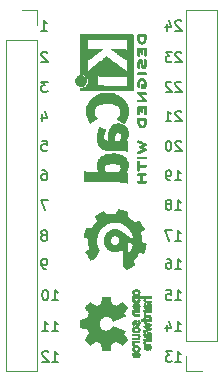
<source format=gbr>
%TF.GenerationSoftware,KiCad,Pcbnew,9.0.0*%
%TF.CreationDate,2025-03-05T17:01:44+13:00*%
%TF.ProjectId,SOIC-24_to_DIP-24_adapter,534f4943-2d32-4345-9f74-6f5f4449502d,rev?*%
%TF.SameCoordinates,Original*%
%TF.FileFunction,Legend,Bot*%
%TF.FilePolarity,Positive*%
%FSLAX46Y46*%
G04 Gerber Fmt 4.6, Leading zero omitted, Abs format (unit mm)*
G04 Created by KiCad (PCBNEW 9.0.0) date 2025-03-05 17:01:44*
%MOMM*%
%LPD*%
G01*
G04 APERTURE LIST*
%ADD10C,0.152400*%
%ADD11C,0.000000*%
%ADD12C,0.010000*%
%ADD13C,0.120000*%
G04 APERTURE END LIST*
D10*
X146824003Y-99027993D02*
X146988498Y-99027993D01*
X146988498Y-99027993D02*
X147070746Y-99069117D01*
X147070746Y-99069117D02*
X147111870Y-99110241D01*
X147111870Y-99110241D02*
X147194117Y-99233612D01*
X147194117Y-99233612D02*
X147235241Y-99398108D01*
X147235241Y-99398108D02*
X147235241Y-99727098D01*
X147235241Y-99727098D02*
X147194117Y-99809346D01*
X147194117Y-99809346D02*
X147152994Y-99850470D01*
X147152994Y-99850470D02*
X147070746Y-99891593D01*
X147070746Y-99891593D02*
X146906251Y-99891593D01*
X146906251Y-99891593D02*
X146824003Y-99850470D01*
X146824003Y-99850470D02*
X146782879Y-99809346D01*
X146782879Y-99809346D02*
X146741756Y-99727098D01*
X146741756Y-99727098D02*
X146741756Y-99521479D01*
X146741756Y-99521479D02*
X146782879Y-99439231D01*
X146782879Y-99439231D02*
X146824003Y-99398108D01*
X146824003Y-99398108D02*
X146906251Y-99356984D01*
X146906251Y-99356984D02*
X147070746Y-99356984D01*
X147070746Y-99356984D02*
X147152994Y-99398108D01*
X147152994Y-99398108D02*
X147194117Y-99439231D01*
X147194117Y-99439231D02*
X147235241Y-99521479D01*
X147276365Y-101527993D02*
X146700632Y-101527993D01*
X146700632Y-101527993D02*
X147070746Y-102391593D01*
X147152994Y-107391593D02*
X146988498Y-107391593D01*
X146988498Y-107391593D02*
X146906251Y-107350470D01*
X146906251Y-107350470D02*
X146865127Y-107309346D01*
X146865127Y-107309346D02*
X146782879Y-107185974D01*
X146782879Y-107185974D02*
X146741756Y-107021479D01*
X146741756Y-107021479D02*
X146741756Y-106692489D01*
X146741756Y-106692489D02*
X146782879Y-106610241D01*
X146782879Y-106610241D02*
X146824003Y-106569117D01*
X146824003Y-106569117D02*
X146906251Y-106527993D01*
X146906251Y-106527993D02*
X147070746Y-106527993D01*
X147070746Y-106527993D02*
X147152994Y-106569117D01*
X147152994Y-106569117D02*
X147194117Y-106610241D01*
X147194117Y-106610241D02*
X147235241Y-106692489D01*
X147235241Y-106692489D02*
X147235241Y-106898108D01*
X147235241Y-106898108D02*
X147194117Y-106980355D01*
X147194117Y-106980355D02*
X147152994Y-107021479D01*
X147152994Y-107021479D02*
X147070746Y-107062603D01*
X147070746Y-107062603D02*
X146906251Y-107062603D01*
X146906251Y-107062603D02*
X146824003Y-107021479D01*
X146824003Y-107021479D02*
X146782879Y-106980355D01*
X146782879Y-106980355D02*
X146741756Y-106898108D01*
X158587246Y-91610241D02*
X158546122Y-91569117D01*
X158546122Y-91569117D02*
X158463875Y-91527993D01*
X158463875Y-91527993D02*
X158258256Y-91527993D01*
X158258256Y-91527993D02*
X158176008Y-91569117D01*
X158176008Y-91569117D02*
X158134884Y-91610241D01*
X158134884Y-91610241D02*
X158093761Y-91692489D01*
X158093761Y-91692489D02*
X158093761Y-91774736D01*
X158093761Y-91774736D02*
X158134884Y-91898108D01*
X158134884Y-91898108D02*
X158628370Y-92391593D01*
X158628370Y-92391593D02*
X158093761Y-92391593D01*
X157764770Y-91610241D02*
X157723646Y-91569117D01*
X157723646Y-91569117D02*
X157641399Y-91527993D01*
X157641399Y-91527993D02*
X157435780Y-91527993D01*
X157435780Y-91527993D02*
X157353532Y-91569117D01*
X157353532Y-91569117D02*
X157312408Y-91610241D01*
X157312408Y-91610241D02*
X157271285Y-91692489D01*
X157271285Y-91692489D02*
X157271285Y-91774736D01*
X157271285Y-91774736D02*
X157312408Y-91898108D01*
X157312408Y-91898108D02*
X157805894Y-92391593D01*
X157805894Y-92391593D02*
X157271285Y-92391593D01*
X158093761Y-112691593D02*
X158587246Y-112691593D01*
X158340503Y-112691593D02*
X158340503Y-111827993D01*
X158340503Y-111827993D02*
X158422751Y-111951365D01*
X158422751Y-111951365D02*
X158504999Y-112033612D01*
X158504999Y-112033612D02*
X158587246Y-112074736D01*
X157353532Y-112115860D02*
X157353532Y-112691593D01*
X157559151Y-111786870D02*
X157764770Y-112403727D01*
X157764770Y-112403727D02*
X157230161Y-112403727D01*
X158093761Y-99891593D02*
X158587246Y-99891593D01*
X158340503Y-99891593D02*
X158340503Y-99027993D01*
X158340503Y-99027993D02*
X158422751Y-99151365D01*
X158422751Y-99151365D02*
X158504999Y-99233612D01*
X158504999Y-99233612D02*
X158587246Y-99274736D01*
X157682523Y-99891593D02*
X157518027Y-99891593D01*
X157518027Y-99891593D02*
X157435780Y-99850470D01*
X157435780Y-99850470D02*
X157394656Y-99809346D01*
X157394656Y-99809346D02*
X157312408Y-99685974D01*
X157312408Y-99685974D02*
X157271285Y-99521479D01*
X157271285Y-99521479D02*
X157271285Y-99192489D01*
X157271285Y-99192489D02*
X157312408Y-99110241D01*
X157312408Y-99110241D02*
X157353532Y-99069117D01*
X157353532Y-99069117D02*
X157435780Y-99027993D01*
X157435780Y-99027993D02*
X157600275Y-99027993D01*
X157600275Y-99027993D02*
X157682523Y-99069117D01*
X157682523Y-99069117D02*
X157723646Y-99110241D01*
X157723646Y-99110241D02*
X157764770Y-99192489D01*
X157764770Y-99192489D02*
X157764770Y-99398108D01*
X157764770Y-99398108D02*
X157723646Y-99480355D01*
X157723646Y-99480355D02*
X157682523Y-99521479D01*
X157682523Y-99521479D02*
X157600275Y-99562603D01*
X157600275Y-99562603D02*
X157435780Y-99562603D01*
X157435780Y-99562603D02*
X157353532Y-99521479D01*
X157353532Y-99521479D02*
X157312408Y-99480355D01*
X157312408Y-99480355D02*
X157271285Y-99398108D01*
X147664495Y-110041593D02*
X148157980Y-110041593D01*
X147911237Y-110041593D02*
X147911237Y-109177993D01*
X147911237Y-109177993D02*
X147993485Y-109301365D01*
X147993485Y-109301365D02*
X148075733Y-109383612D01*
X148075733Y-109383612D02*
X148157980Y-109424736D01*
X147129885Y-109177993D02*
X147047638Y-109177993D01*
X147047638Y-109177993D02*
X146965390Y-109219117D01*
X146965390Y-109219117D02*
X146924266Y-109260241D01*
X146924266Y-109260241D02*
X146883142Y-109342489D01*
X146883142Y-109342489D02*
X146842019Y-109506984D01*
X146842019Y-109506984D02*
X146842019Y-109712603D01*
X146842019Y-109712603D02*
X146883142Y-109877098D01*
X146883142Y-109877098D02*
X146924266Y-109959346D01*
X146924266Y-109959346D02*
X146965390Y-110000470D01*
X146965390Y-110000470D02*
X147047638Y-110041593D01*
X147047638Y-110041593D02*
X147129885Y-110041593D01*
X147129885Y-110041593D02*
X147212133Y-110000470D01*
X147212133Y-110000470D02*
X147253257Y-109959346D01*
X147253257Y-109959346D02*
X147294380Y-109877098D01*
X147294380Y-109877098D02*
X147335504Y-109712603D01*
X147335504Y-109712603D02*
X147335504Y-109506984D01*
X147335504Y-109506984D02*
X147294380Y-109342489D01*
X147294380Y-109342489D02*
X147253257Y-109260241D01*
X147253257Y-109260241D02*
X147212133Y-109219117D01*
X147212133Y-109219117D02*
X147129885Y-109177993D01*
X147235241Y-89110241D02*
X147194117Y-89069117D01*
X147194117Y-89069117D02*
X147111870Y-89027993D01*
X147111870Y-89027993D02*
X146906251Y-89027993D01*
X146906251Y-89027993D02*
X146824003Y-89069117D01*
X146824003Y-89069117D02*
X146782879Y-89110241D01*
X146782879Y-89110241D02*
X146741756Y-89192489D01*
X146741756Y-89192489D02*
X146741756Y-89274736D01*
X146741756Y-89274736D02*
X146782879Y-89398108D01*
X146782879Y-89398108D02*
X147276365Y-89891593D01*
X147276365Y-89891593D02*
X146741756Y-89891593D01*
X147664495Y-112691593D02*
X148157980Y-112691593D01*
X147911237Y-112691593D02*
X147911237Y-111827993D01*
X147911237Y-111827993D02*
X147993485Y-111951365D01*
X147993485Y-111951365D02*
X148075733Y-112033612D01*
X148075733Y-112033612D02*
X148157980Y-112074736D01*
X146842019Y-112691593D02*
X147335504Y-112691593D01*
X147088761Y-112691593D02*
X147088761Y-111827993D01*
X147088761Y-111827993D02*
X147171009Y-111951365D01*
X147171009Y-111951365D02*
X147253257Y-112033612D01*
X147253257Y-112033612D02*
X147335504Y-112074736D01*
X158093761Y-115241593D02*
X158587246Y-115241593D01*
X158340503Y-115241593D02*
X158340503Y-114377993D01*
X158340503Y-114377993D02*
X158422751Y-114501365D01*
X158422751Y-114501365D02*
X158504999Y-114583612D01*
X158504999Y-114583612D02*
X158587246Y-114624736D01*
X157805894Y-114377993D02*
X157271285Y-114377993D01*
X157271285Y-114377993D02*
X157559151Y-114706984D01*
X157559151Y-114706984D02*
X157435780Y-114706984D01*
X157435780Y-114706984D02*
X157353532Y-114748108D01*
X157353532Y-114748108D02*
X157312408Y-114789231D01*
X157312408Y-114789231D02*
X157271285Y-114871479D01*
X157271285Y-114871479D02*
X157271285Y-115077098D01*
X157271285Y-115077098D02*
X157312408Y-115159346D01*
X157312408Y-115159346D02*
X157353532Y-115200470D01*
X157353532Y-115200470D02*
X157435780Y-115241593D01*
X157435780Y-115241593D02*
X157682523Y-115241593D01*
X157682523Y-115241593D02*
X157764770Y-115200470D01*
X157764770Y-115200470D02*
X157805894Y-115159346D01*
X158093761Y-102391593D02*
X158587246Y-102391593D01*
X158340503Y-102391593D02*
X158340503Y-101527993D01*
X158340503Y-101527993D02*
X158422751Y-101651365D01*
X158422751Y-101651365D02*
X158504999Y-101733612D01*
X158504999Y-101733612D02*
X158587246Y-101774736D01*
X157600275Y-101898108D02*
X157682523Y-101856984D01*
X157682523Y-101856984D02*
X157723646Y-101815860D01*
X157723646Y-101815860D02*
X157764770Y-101733612D01*
X157764770Y-101733612D02*
X157764770Y-101692489D01*
X157764770Y-101692489D02*
X157723646Y-101610241D01*
X157723646Y-101610241D02*
X157682523Y-101569117D01*
X157682523Y-101569117D02*
X157600275Y-101527993D01*
X157600275Y-101527993D02*
X157435780Y-101527993D01*
X157435780Y-101527993D02*
X157353532Y-101569117D01*
X157353532Y-101569117D02*
X157312408Y-101610241D01*
X157312408Y-101610241D02*
X157271285Y-101692489D01*
X157271285Y-101692489D02*
X157271285Y-101733612D01*
X157271285Y-101733612D02*
X157312408Y-101815860D01*
X157312408Y-101815860D02*
X157353532Y-101856984D01*
X157353532Y-101856984D02*
X157435780Y-101898108D01*
X157435780Y-101898108D02*
X157600275Y-101898108D01*
X157600275Y-101898108D02*
X157682523Y-101939231D01*
X157682523Y-101939231D02*
X157723646Y-101980355D01*
X157723646Y-101980355D02*
X157764770Y-102062603D01*
X157764770Y-102062603D02*
X157764770Y-102227098D01*
X157764770Y-102227098D02*
X157723646Y-102309346D01*
X157723646Y-102309346D02*
X157682523Y-102350470D01*
X157682523Y-102350470D02*
X157600275Y-102391593D01*
X157600275Y-102391593D02*
X157435780Y-102391593D01*
X157435780Y-102391593D02*
X157353532Y-102350470D01*
X157353532Y-102350470D02*
X157312408Y-102309346D01*
X157312408Y-102309346D02*
X157271285Y-102227098D01*
X157271285Y-102227098D02*
X157271285Y-102062603D01*
X157271285Y-102062603D02*
X157312408Y-101980355D01*
X157312408Y-101980355D02*
X157353532Y-101939231D01*
X157353532Y-101939231D02*
X157435780Y-101898108D01*
X147070746Y-104498108D02*
X147152994Y-104456984D01*
X147152994Y-104456984D02*
X147194117Y-104415860D01*
X147194117Y-104415860D02*
X147235241Y-104333612D01*
X147235241Y-104333612D02*
X147235241Y-104292489D01*
X147235241Y-104292489D02*
X147194117Y-104210241D01*
X147194117Y-104210241D02*
X147152994Y-104169117D01*
X147152994Y-104169117D02*
X147070746Y-104127993D01*
X147070746Y-104127993D02*
X146906251Y-104127993D01*
X146906251Y-104127993D02*
X146824003Y-104169117D01*
X146824003Y-104169117D02*
X146782879Y-104210241D01*
X146782879Y-104210241D02*
X146741756Y-104292489D01*
X146741756Y-104292489D02*
X146741756Y-104333612D01*
X146741756Y-104333612D02*
X146782879Y-104415860D01*
X146782879Y-104415860D02*
X146824003Y-104456984D01*
X146824003Y-104456984D02*
X146906251Y-104498108D01*
X146906251Y-104498108D02*
X147070746Y-104498108D01*
X147070746Y-104498108D02*
X147152994Y-104539231D01*
X147152994Y-104539231D02*
X147194117Y-104580355D01*
X147194117Y-104580355D02*
X147235241Y-104662603D01*
X147235241Y-104662603D02*
X147235241Y-104827098D01*
X147235241Y-104827098D02*
X147194117Y-104909346D01*
X147194117Y-104909346D02*
X147152994Y-104950470D01*
X147152994Y-104950470D02*
X147070746Y-104991593D01*
X147070746Y-104991593D02*
X146906251Y-104991593D01*
X146906251Y-104991593D02*
X146824003Y-104950470D01*
X146824003Y-104950470D02*
X146782879Y-104909346D01*
X146782879Y-104909346D02*
X146741756Y-104827098D01*
X146741756Y-104827098D02*
X146741756Y-104662603D01*
X146741756Y-104662603D02*
X146782879Y-104580355D01*
X146782879Y-104580355D02*
X146824003Y-104539231D01*
X146824003Y-104539231D02*
X146906251Y-104498108D01*
X146782879Y-96527993D02*
X147194117Y-96527993D01*
X147194117Y-96527993D02*
X147235241Y-96939231D01*
X147235241Y-96939231D02*
X147194117Y-96898108D01*
X147194117Y-96898108D02*
X147111870Y-96856984D01*
X147111870Y-96856984D02*
X146906251Y-96856984D01*
X146906251Y-96856984D02*
X146824003Y-96898108D01*
X146824003Y-96898108D02*
X146782879Y-96939231D01*
X146782879Y-96939231D02*
X146741756Y-97021479D01*
X146741756Y-97021479D02*
X146741756Y-97227098D01*
X146741756Y-97227098D02*
X146782879Y-97309346D01*
X146782879Y-97309346D02*
X146824003Y-97350470D01*
X146824003Y-97350470D02*
X146906251Y-97391593D01*
X146906251Y-97391593D02*
X147111870Y-97391593D01*
X147111870Y-97391593D02*
X147194117Y-97350470D01*
X147194117Y-97350470D02*
X147235241Y-97309346D01*
X158587246Y-86429765D02*
X158546122Y-86388641D01*
X158546122Y-86388641D02*
X158463875Y-86347517D01*
X158463875Y-86347517D02*
X158258256Y-86347517D01*
X158258256Y-86347517D02*
X158176008Y-86388641D01*
X158176008Y-86388641D02*
X158134884Y-86429765D01*
X158134884Y-86429765D02*
X158093761Y-86512013D01*
X158093761Y-86512013D02*
X158093761Y-86594260D01*
X158093761Y-86594260D02*
X158134884Y-86717632D01*
X158134884Y-86717632D02*
X158628370Y-87211117D01*
X158628370Y-87211117D02*
X158093761Y-87211117D01*
X157353532Y-86635384D02*
X157353532Y-87211117D01*
X157559151Y-86306394D02*
X157764770Y-86923251D01*
X157764770Y-86923251D02*
X157230161Y-86923251D01*
X146824003Y-94315860D02*
X146824003Y-94891593D01*
X147029622Y-93986870D02*
X147235241Y-94603727D01*
X147235241Y-94603727D02*
X146700632Y-94603727D01*
X147664495Y-115241593D02*
X148157980Y-115241593D01*
X147911237Y-115241593D02*
X147911237Y-114377993D01*
X147911237Y-114377993D02*
X147993485Y-114501365D01*
X147993485Y-114501365D02*
X148075733Y-114583612D01*
X148075733Y-114583612D02*
X148157980Y-114624736D01*
X147335504Y-114460241D02*
X147294380Y-114419117D01*
X147294380Y-114419117D02*
X147212133Y-114377993D01*
X147212133Y-114377993D02*
X147006514Y-114377993D01*
X147006514Y-114377993D02*
X146924266Y-114419117D01*
X146924266Y-114419117D02*
X146883142Y-114460241D01*
X146883142Y-114460241D02*
X146842019Y-114542489D01*
X146842019Y-114542489D02*
X146842019Y-114624736D01*
X146842019Y-114624736D02*
X146883142Y-114748108D01*
X146883142Y-114748108D02*
X147376628Y-115241593D01*
X147376628Y-115241593D02*
X146842019Y-115241593D01*
X158093761Y-104991593D02*
X158587246Y-104991593D01*
X158340503Y-104991593D02*
X158340503Y-104127993D01*
X158340503Y-104127993D02*
X158422751Y-104251365D01*
X158422751Y-104251365D02*
X158504999Y-104333612D01*
X158504999Y-104333612D02*
X158587246Y-104374736D01*
X157805894Y-104127993D02*
X157230161Y-104127993D01*
X157230161Y-104127993D02*
X157600275Y-104991593D01*
X158093761Y-107391593D02*
X158587246Y-107391593D01*
X158340503Y-107391593D02*
X158340503Y-106527993D01*
X158340503Y-106527993D02*
X158422751Y-106651365D01*
X158422751Y-106651365D02*
X158504999Y-106733612D01*
X158504999Y-106733612D02*
X158587246Y-106774736D01*
X157353532Y-106527993D02*
X157518027Y-106527993D01*
X157518027Y-106527993D02*
X157600275Y-106569117D01*
X157600275Y-106569117D02*
X157641399Y-106610241D01*
X157641399Y-106610241D02*
X157723646Y-106733612D01*
X157723646Y-106733612D02*
X157764770Y-106898108D01*
X157764770Y-106898108D02*
X157764770Y-107227098D01*
X157764770Y-107227098D02*
X157723646Y-107309346D01*
X157723646Y-107309346D02*
X157682523Y-107350470D01*
X157682523Y-107350470D02*
X157600275Y-107391593D01*
X157600275Y-107391593D02*
X157435780Y-107391593D01*
X157435780Y-107391593D02*
X157353532Y-107350470D01*
X157353532Y-107350470D02*
X157312408Y-107309346D01*
X157312408Y-107309346D02*
X157271285Y-107227098D01*
X157271285Y-107227098D02*
X157271285Y-107021479D01*
X157271285Y-107021479D02*
X157312408Y-106939231D01*
X157312408Y-106939231D02*
X157353532Y-106898108D01*
X157353532Y-106898108D02*
X157435780Y-106856984D01*
X157435780Y-106856984D02*
X157600275Y-106856984D01*
X157600275Y-106856984D02*
X157682523Y-106898108D01*
X157682523Y-106898108D02*
X157723646Y-106939231D01*
X157723646Y-106939231D02*
X157764770Y-107021479D01*
X158587246Y-96610241D02*
X158546122Y-96569117D01*
X158546122Y-96569117D02*
X158463875Y-96527993D01*
X158463875Y-96527993D02*
X158258256Y-96527993D01*
X158258256Y-96527993D02*
X158176008Y-96569117D01*
X158176008Y-96569117D02*
X158134884Y-96610241D01*
X158134884Y-96610241D02*
X158093761Y-96692489D01*
X158093761Y-96692489D02*
X158093761Y-96774736D01*
X158093761Y-96774736D02*
X158134884Y-96898108D01*
X158134884Y-96898108D02*
X158628370Y-97391593D01*
X158628370Y-97391593D02*
X158093761Y-97391593D01*
X157559151Y-96527993D02*
X157476904Y-96527993D01*
X157476904Y-96527993D02*
X157394656Y-96569117D01*
X157394656Y-96569117D02*
X157353532Y-96610241D01*
X157353532Y-96610241D02*
X157312408Y-96692489D01*
X157312408Y-96692489D02*
X157271285Y-96856984D01*
X157271285Y-96856984D02*
X157271285Y-97062603D01*
X157271285Y-97062603D02*
X157312408Y-97227098D01*
X157312408Y-97227098D02*
X157353532Y-97309346D01*
X157353532Y-97309346D02*
X157394656Y-97350470D01*
X157394656Y-97350470D02*
X157476904Y-97391593D01*
X157476904Y-97391593D02*
X157559151Y-97391593D01*
X157559151Y-97391593D02*
X157641399Y-97350470D01*
X157641399Y-97350470D02*
X157682523Y-97309346D01*
X157682523Y-97309346D02*
X157723646Y-97227098D01*
X157723646Y-97227098D02*
X157764770Y-97062603D01*
X157764770Y-97062603D02*
X157764770Y-96856984D01*
X157764770Y-96856984D02*
X157723646Y-96692489D01*
X157723646Y-96692489D02*
X157682523Y-96610241D01*
X157682523Y-96610241D02*
X157641399Y-96569117D01*
X157641399Y-96569117D02*
X157559151Y-96527993D01*
X146741756Y-87211117D02*
X147235241Y-87211117D01*
X146988498Y-87211117D02*
X146988498Y-86347517D01*
X146988498Y-86347517D02*
X147070746Y-86470889D01*
X147070746Y-86470889D02*
X147152994Y-86553136D01*
X147152994Y-86553136D02*
X147235241Y-86594260D01*
X158587246Y-89110241D02*
X158546122Y-89069117D01*
X158546122Y-89069117D02*
X158463875Y-89027993D01*
X158463875Y-89027993D02*
X158258256Y-89027993D01*
X158258256Y-89027993D02*
X158176008Y-89069117D01*
X158176008Y-89069117D02*
X158134884Y-89110241D01*
X158134884Y-89110241D02*
X158093761Y-89192489D01*
X158093761Y-89192489D02*
X158093761Y-89274736D01*
X158093761Y-89274736D02*
X158134884Y-89398108D01*
X158134884Y-89398108D02*
X158628370Y-89891593D01*
X158628370Y-89891593D02*
X158093761Y-89891593D01*
X157805894Y-89027993D02*
X157271285Y-89027993D01*
X157271285Y-89027993D02*
X157559151Y-89356984D01*
X157559151Y-89356984D02*
X157435780Y-89356984D01*
X157435780Y-89356984D02*
X157353532Y-89398108D01*
X157353532Y-89398108D02*
X157312408Y-89439231D01*
X157312408Y-89439231D02*
X157271285Y-89521479D01*
X157271285Y-89521479D02*
X157271285Y-89727098D01*
X157271285Y-89727098D02*
X157312408Y-89809346D01*
X157312408Y-89809346D02*
X157353532Y-89850470D01*
X157353532Y-89850470D02*
X157435780Y-89891593D01*
X157435780Y-89891593D02*
X157682523Y-89891593D01*
X157682523Y-89891593D02*
X157764770Y-89850470D01*
X157764770Y-89850470D02*
X157805894Y-89809346D01*
X158587246Y-94110241D02*
X158546122Y-94069117D01*
X158546122Y-94069117D02*
X158463875Y-94027993D01*
X158463875Y-94027993D02*
X158258256Y-94027993D01*
X158258256Y-94027993D02*
X158176008Y-94069117D01*
X158176008Y-94069117D02*
X158134884Y-94110241D01*
X158134884Y-94110241D02*
X158093761Y-94192489D01*
X158093761Y-94192489D02*
X158093761Y-94274736D01*
X158093761Y-94274736D02*
X158134884Y-94398108D01*
X158134884Y-94398108D02*
X158628370Y-94891593D01*
X158628370Y-94891593D02*
X158093761Y-94891593D01*
X157271285Y-94891593D02*
X157764770Y-94891593D01*
X157518027Y-94891593D02*
X157518027Y-94027993D01*
X157518027Y-94027993D02*
X157600275Y-94151365D01*
X157600275Y-94151365D02*
X157682523Y-94233612D01*
X157682523Y-94233612D02*
X157764770Y-94274736D01*
X147276365Y-91527993D02*
X146741756Y-91527993D01*
X146741756Y-91527993D02*
X147029622Y-91856984D01*
X147029622Y-91856984D02*
X146906251Y-91856984D01*
X146906251Y-91856984D02*
X146824003Y-91898108D01*
X146824003Y-91898108D02*
X146782879Y-91939231D01*
X146782879Y-91939231D02*
X146741756Y-92021479D01*
X146741756Y-92021479D02*
X146741756Y-92227098D01*
X146741756Y-92227098D02*
X146782879Y-92309346D01*
X146782879Y-92309346D02*
X146824003Y-92350470D01*
X146824003Y-92350470D02*
X146906251Y-92391593D01*
X146906251Y-92391593D02*
X147152994Y-92391593D01*
X147152994Y-92391593D02*
X147235241Y-92350470D01*
X147235241Y-92350470D02*
X147276365Y-92309346D01*
X158093761Y-110041593D02*
X158587246Y-110041593D01*
X158340503Y-110041593D02*
X158340503Y-109177993D01*
X158340503Y-109177993D02*
X158422751Y-109301365D01*
X158422751Y-109301365D02*
X158504999Y-109383612D01*
X158504999Y-109383612D02*
X158587246Y-109424736D01*
X157312408Y-109177993D02*
X157723646Y-109177993D01*
X157723646Y-109177993D02*
X157764770Y-109589231D01*
X157764770Y-109589231D02*
X157723646Y-109548108D01*
X157723646Y-109548108D02*
X157641399Y-109506984D01*
X157641399Y-109506984D02*
X157435780Y-109506984D01*
X157435780Y-109506984D02*
X157353532Y-109548108D01*
X157353532Y-109548108D02*
X157312408Y-109589231D01*
X157312408Y-109589231D02*
X157271285Y-109671479D01*
X157271285Y-109671479D02*
X157271285Y-109877098D01*
X157271285Y-109877098D02*
X157312408Y-109959346D01*
X157312408Y-109959346D02*
X157353532Y-110000470D01*
X157353532Y-110000470D02*
X157435780Y-110041593D01*
X157435780Y-110041593D02*
X157641399Y-110041593D01*
X157641399Y-110041593D02*
X157723646Y-110000470D01*
X157723646Y-110000470D02*
X157764770Y-109959346D01*
D11*
%TO.C,Gare_Cog*%
G36*
X153266413Y-102330690D02*
G01*
X153272378Y-102331437D01*
X153281034Y-102332831D01*
X153292635Y-102334921D01*
X153307436Y-102337757D01*
X153325689Y-102341388D01*
X153347649Y-102345864D01*
X153373570Y-102351235D01*
X153403706Y-102357550D01*
X153438309Y-102364860D01*
X153477635Y-102373214D01*
X153691616Y-102418765D01*
X153897954Y-102485643D01*
X153920143Y-102492843D01*
X153950427Y-102502695D01*
X153979074Y-102512043D01*
X154005727Y-102520771D01*
X154030030Y-102528760D01*
X154051624Y-102535892D01*
X154070155Y-102542049D01*
X154085264Y-102547114D01*
X154096595Y-102550967D01*
X154103791Y-102553492D01*
X154106495Y-102554571D01*
X154106504Y-102554583D01*
X154106418Y-102557444D01*
X154105750Y-102564880D01*
X154104557Y-102576431D01*
X154102893Y-102591633D01*
X154100816Y-102610026D01*
X154098381Y-102631147D01*
X154095644Y-102654535D01*
X154092661Y-102679729D01*
X154089487Y-102706266D01*
X154086179Y-102733684D01*
X154082793Y-102761523D01*
X154079384Y-102789321D01*
X154076009Y-102816615D01*
X154072723Y-102842944D01*
X154069583Y-102867846D01*
X154066644Y-102890861D01*
X154063962Y-102911525D01*
X154061593Y-102929377D01*
X154059593Y-102943955D01*
X154058018Y-102954799D01*
X154056606Y-102964066D01*
X154079176Y-102976247D01*
X154170004Y-103027742D01*
X154261369Y-103084963D01*
X154349292Y-103145820D01*
X154434002Y-103210485D01*
X154515724Y-103279134D01*
X154594686Y-103351938D01*
X154671115Y-103429072D01*
X154677084Y-103435233D01*
X154686191Y-103443909D01*
X154692721Y-103449038D01*
X154696396Y-103450385D01*
X154696860Y-103450220D01*
X154701266Y-103448490D01*
X154709902Y-103445023D01*
X154722403Y-103439968D01*
X154738406Y-103433474D01*
X154757545Y-103425688D01*
X154779456Y-103416758D01*
X154803776Y-103406834D01*
X154830141Y-103396063D01*
X154858185Y-103384594D01*
X154887545Y-103372574D01*
X154897879Y-103368346D01*
X154926723Y-103356584D01*
X154954078Y-103345489D01*
X154979585Y-103335203D01*
X155002887Y-103325869D01*
X155023626Y-103317627D01*
X155041445Y-103310619D01*
X155055985Y-103304987D01*
X155066888Y-103300874D01*
X155073798Y-103298420D01*
X155076355Y-103297767D01*
X155077392Y-103299285D01*
X155081028Y-103304797D01*
X155087070Y-103314028D01*
X155095316Y-103326666D01*
X155105562Y-103342399D01*
X155117604Y-103360914D01*
X155131241Y-103381900D01*
X155146269Y-103405045D01*
X155162485Y-103430035D01*
X155179686Y-103456559D01*
X155197670Y-103484305D01*
X155317338Y-103668990D01*
X155415425Y-103861949D01*
X155513512Y-104054907D01*
X155350001Y-104181570D01*
X155186489Y-104308233D01*
X155195038Y-104336330D01*
X155203210Y-104363905D01*
X155225058Y-104445582D01*
X155244250Y-104529760D01*
X155260450Y-104614886D01*
X155273325Y-104699408D01*
X155276904Y-104727460D01*
X155282195Y-104774654D01*
X155286302Y-104820415D01*
X155289302Y-104866039D01*
X155291272Y-104912816D01*
X155292293Y-104962041D01*
X155292441Y-105015005D01*
X155292027Y-105102611D01*
X155476387Y-105179920D01*
X155483933Y-105183085D01*
X155512795Y-105195191D01*
X155540294Y-105206727D01*
X155566059Y-105217540D01*
X155589720Y-105227472D01*
X155610906Y-105236369D01*
X155629246Y-105244074D01*
X155644370Y-105250433D01*
X155655907Y-105255289D01*
X155663487Y-105258486D01*
X155666738Y-105259870D01*
X155671095Y-105263133D01*
X155671360Y-105268177D01*
X155671093Y-105269372D01*
X155669829Y-105275221D01*
X155667635Y-105285469D01*
X155664591Y-105299736D01*
X155660779Y-105317640D01*
X155656279Y-105338804D01*
X155651172Y-105362845D01*
X155645539Y-105389383D01*
X155639460Y-105418039D01*
X155633018Y-105448433D01*
X155626291Y-105480183D01*
X155582591Y-105686521D01*
X155515034Y-105895407D01*
X155507147Y-105919764D01*
X155497282Y-105950151D01*
X155487927Y-105978879D01*
X155479198Y-106005595D01*
X155471213Y-106029944D01*
X155464088Y-106051571D01*
X155457939Y-106070121D01*
X155452885Y-106085241D01*
X155449042Y-106096575D01*
X155446527Y-106103768D01*
X155445456Y-106106467D01*
X155445400Y-106106490D01*
X155442193Y-106106356D01*
X155434444Y-106105646D01*
X155422616Y-106104415D01*
X155407171Y-106102719D01*
X155388571Y-106100614D01*
X155367278Y-106098157D01*
X155343754Y-106095403D01*
X155318462Y-106092407D01*
X155291863Y-106089227D01*
X155264419Y-106085918D01*
X155236593Y-106082535D01*
X155208847Y-106079135D01*
X155181643Y-106075774D01*
X155155443Y-106072507D01*
X155130708Y-106069391D01*
X155107902Y-106066481D01*
X155087486Y-106063834D01*
X155069923Y-106061505D01*
X155055674Y-106059550D01*
X155045201Y-106058025D01*
X155035935Y-106056606D01*
X155023754Y-106079176D01*
X155021506Y-106083331D01*
X154968299Y-106176683D01*
X154911874Y-106266270D01*
X154851966Y-106352437D01*
X154788310Y-106435532D01*
X154720641Y-106515901D01*
X154648695Y-106593891D01*
X154572205Y-106669848D01*
X154564724Y-106677145D01*
X154556087Y-106686278D01*
X154550974Y-106692792D01*
X154549619Y-106696410D01*
X154549784Y-106696873D01*
X154551514Y-106701278D01*
X154554980Y-106709912D01*
X154560034Y-106722411D01*
X154566528Y-106738412D01*
X154574314Y-106757549D01*
X154583243Y-106779460D01*
X154593167Y-106803779D01*
X154603937Y-106830142D01*
X154615406Y-106858186D01*
X154627426Y-106887545D01*
X154631655Y-106897879D01*
X154643417Y-106926723D01*
X154654511Y-106954078D01*
X154664797Y-106979585D01*
X154674132Y-107002887D01*
X154682374Y-107023626D01*
X154689381Y-107041445D01*
X154695013Y-107055985D01*
X154699127Y-107066888D01*
X154701581Y-107073798D01*
X154702233Y-107076355D01*
X154700715Y-107077392D01*
X154695203Y-107081028D01*
X154685972Y-107087070D01*
X154673334Y-107095316D01*
X154657601Y-107105562D01*
X154639086Y-107117604D01*
X154618100Y-107131241D01*
X154594956Y-107146269D01*
X154569966Y-107162485D01*
X154543441Y-107179686D01*
X154515696Y-107197670D01*
X154331010Y-107317338D01*
X154138054Y-107415424D01*
X153945098Y-107513510D01*
X153817450Y-107348947D01*
X153689802Y-107184385D01*
X153691589Y-106438220D01*
X153693375Y-105692055D01*
X153667830Y-105715684D01*
X153653202Y-105728938D01*
X153599625Y-105773215D01*
X153542813Y-105813899D01*
X153483424Y-105850544D01*
X153422119Y-105882699D01*
X153366943Y-105907173D01*
X153307521Y-105929108D01*
X153246501Y-105947082D01*
X153183117Y-105961319D01*
X153116607Y-105972042D01*
X153107597Y-105973086D01*
X153088237Y-105974705D01*
X153065582Y-105976001D01*
X153040779Y-105976953D01*
X153014974Y-105977537D01*
X152989314Y-105977731D01*
X152964945Y-105977514D01*
X152943014Y-105976864D01*
X152924667Y-105975757D01*
X152879237Y-105970970D01*
X152809412Y-105959557D01*
X152741191Y-105943447D01*
X152674769Y-105922754D01*
X152610341Y-105897591D01*
X152548102Y-105868072D01*
X152488246Y-105834309D01*
X152430970Y-105796416D01*
X152376467Y-105754506D01*
X152324933Y-105708692D01*
X152276562Y-105659088D01*
X152231550Y-105605807D01*
X152190091Y-105548962D01*
X152164339Y-105508940D01*
X152162303Y-105505331D01*
X154100587Y-105505331D01*
X154100589Y-105565945D01*
X154100706Y-106058440D01*
X154121269Y-106036787D01*
X154128937Y-106028550D01*
X154143606Y-106012163D01*
X154159838Y-105993405D01*
X154176723Y-105973360D01*
X154193353Y-105953112D01*
X154208818Y-105933747D01*
X154222209Y-105916349D01*
X154258651Y-105865607D01*
X154305693Y-105792648D01*
X154348578Y-105716879D01*
X154387199Y-105638518D01*
X154421452Y-105557780D01*
X154451232Y-105474883D01*
X154476435Y-105390043D01*
X154479338Y-105379070D01*
X154482654Y-105366267D01*
X154485285Y-105355791D01*
X154487017Y-105348506D01*
X154487632Y-105345275D01*
X154487434Y-105345047D01*
X154484184Y-105342487D01*
X154477222Y-105337337D01*
X154466904Y-105329849D01*
X154453583Y-105320271D01*
X154437617Y-105308855D01*
X154419360Y-105295851D01*
X154399167Y-105281509D01*
X154377394Y-105266079D01*
X154354397Y-105249811D01*
X154330531Y-105232957D01*
X154306151Y-105215765D01*
X154281612Y-105198487D01*
X154257271Y-105181373D01*
X154233481Y-105164673D01*
X154210600Y-105148637D01*
X154188981Y-105133516D01*
X154168981Y-105119559D01*
X154150955Y-105107018D01*
X154135258Y-105096142D01*
X154122246Y-105087182D01*
X154112274Y-105080388D01*
X154105697Y-105076010D01*
X154102871Y-105074299D01*
X154102638Y-105075776D01*
X154102358Y-105082115D01*
X154102095Y-105093338D01*
X154101852Y-105109326D01*
X154101629Y-105129962D01*
X154101425Y-105155127D01*
X154101242Y-105184704D01*
X154101081Y-105218573D01*
X154100941Y-105256618D01*
X154100823Y-105298719D01*
X154100728Y-105344760D01*
X154100657Y-105394620D01*
X154100610Y-105448184D01*
X154100587Y-105505331D01*
X152162303Y-105505331D01*
X152130317Y-105448645D01*
X152100928Y-105386621D01*
X152076084Y-105322637D01*
X152055699Y-105256461D01*
X152039686Y-105187862D01*
X152027958Y-105116607D01*
X152026848Y-105106916D01*
X152025267Y-105087652D01*
X152023996Y-105065131D01*
X152023058Y-105040491D01*
X152022475Y-105014866D01*
X152022307Y-104994077D01*
X152645025Y-104994077D01*
X152645323Y-105018394D01*
X152646778Y-105041347D01*
X152649389Y-105061137D01*
X152654203Y-105083597D01*
X152666623Y-105123542D01*
X152683391Y-105161325D01*
X152704213Y-105196654D01*
X152728797Y-105229235D01*
X152756848Y-105258776D01*
X152788074Y-105284983D01*
X152822182Y-105307564D01*
X152858878Y-105326224D01*
X152897869Y-105340670D01*
X152938863Y-105350611D01*
X152948552Y-105352101D01*
X152970197Y-105354116D01*
X152994077Y-105354975D01*
X153018394Y-105354677D01*
X153041347Y-105353222D01*
X153061137Y-105350611D01*
X153077557Y-105347231D01*
X153117755Y-105335430D01*
X153156233Y-105319097D01*
X153192528Y-105298513D01*
X153226179Y-105273962D01*
X153256724Y-105245727D01*
X153283701Y-105214092D01*
X153294047Y-105199517D01*
X153313269Y-105167255D01*
X153329419Y-105132776D01*
X153341922Y-105097391D01*
X153350204Y-105062411D01*
X153350657Y-105059708D01*
X153353092Y-105040630D01*
X153354710Y-105019556D01*
X153355443Y-104998228D01*
X153355226Y-104978391D01*
X153353994Y-104961789D01*
X153348720Y-104929953D01*
X153337665Y-104889043D01*
X153322240Y-104850257D01*
X153302682Y-104813884D01*
X153279224Y-104780215D01*
X153252102Y-104749539D01*
X153221552Y-104722149D01*
X153187807Y-104698333D01*
X153151104Y-104678382D01*
X153111678Y-104662586D01*
X153109207Y-104661767D01*
X153082368Y-104653979D01*
X153056505Y-104648791D01*
X153029692Y-104645902D01*
X153000000Y-104645006D01*
X152997225Y-104645012D01*
X152967863Y-104646071D01*
X152941211Y-104649151D01*
X152915340Y-104654555D01*
X152888322Y-104662586D01*
X152879882Y-104665527D01*
X152841166Y-104682188D01*
X152805094Y-104703007D01*
X152771937Y-104727671D01*
X152741966Y-104755868D01*
X152715453Y-104787283D01*
X152692667Y-104821603D01*
X152673881Y-104858516D01*
X152659365Y-104897707D01*
X152649389Y-104938863D01*
X152647900Y-104948552D01*
X152645884Y-104970197D01*
X152645025Y-104994077D01*
X152022307Y-104994077D01*
X152022269Y-104989394D01*
X152022464Y-104965211D01*
X152023082Y-104943452D01*
X152024146Y-104925255D01*
X152030473Y-104867561D01*
X152042559Y-104798414D01*
X152059315Y-104730887D01*
X152080605Y-104665177D01*
X152106296Y-104601479D01*
X152136253Y-104539990D01*
X152170342Y-104480907D01*
X152208430Y-104424425D01*
X152250382Y-104370741D01*
X152296063Y-104320051D01*
X152345340Y-104272551D01*
X152398079Y-104228438D01*
X152454145Y-104187907D01*
X152513404Y-104151156D01*
X152575722Y-104118380D01*
X152579812Y-104116421D01*
X152637655Y-104091007D01*
X152696064Y-104069709D01*
X152755909Y-104052272D01*
X152818062Y-104038441D01*
X152883393Y-104027958D01*
X152893084Y-104026848D01*
X152912349Y-104025267D01*
X152934869Y-104023996D01*
X152959510Y-104023058D01*
X152985134Y-104022475D01*
X153000000Y-104022355D01*
X153010606Y-104022269D01*
X153034789Y-104022464D01*
X153056548Y-104023082D01*
X153074746Y-104024146D01*
X153079565Y-104024547D01*
X153148394Y-104032890D01*
X153216349Y-104045977D01*
X153283091Y-104063666D01*
X153348280Y-104085817D01*
X153411578Y-104112289D01*
X153472644Y-104142940D01*
X153531139Y-104177629D01*
X153586723Y-104216216D01*
X153639057Y-104258559D01*
X153639668Y-104259057D01*
X153644206Y-104262451D01*
X153652534Y-104268494D01*
X153664420Y-104277023D01*
X153679628Y-104287873D01*
X153697925Y-104300880D01*
X153719077Y-104315879D01*
X153742850Y-104332706D01*
X153769010Y-104351197D01*
X153797324Y-104371188D01*
X153827556Y-104392514D01*
X153859473Y-104415011D01*
X153892842Y-104438515D01*
X153927428Y-104462862D01*
X153962997Y-104487886D01*
X153999315Y-104513424D01*
X154036149Y-104539312D01*
X154073264Y-104565386D01*
X154102871Y-104586175D01*
X154110427Y-104591480D01*
X154147403Y-104617431D01*
X154183959Y-104643075D01*
X154219861Y-104668247D01*
X154254874Y-104692782D01*
X154288765Y-104716517D01*
X154321300Y-104739288D01*
X154352244Y-104760930D01*
X154381365Y-104781278D01*
X154408427Y-104800169D01*
X154433197Y-104817438D01*
X154455442Y-104832921D01*
X154474926Y-104846453D01*
X154491416Y-104857871D01*
X154504679Y-104867010D01*
X154514480Y-104873705D01*
X154520585Y-104877793D01*
X154522760Y-104879110D01*
X154522817Y-104878746D01*
X154522630Y-104874629D01*
X154521975Y-104866691D01*
X154520931Y-104855860D01*
X154519583Y-104843064D01*
X154515597Y-104809781D01*
X154501574Y-104721281D01*
X154482783Y-104634506D01*
X154459251Y-104549531D01*
X154431008Y-104466432D01*
X154398085Y-104385282D01*
X154360509Y-104306155D01*
X154318311Y-104229128D01*
X154271519Y-104154273D01*
X154220164Y-104081667D01*
X154201289Y-104057133D01*
X154156333Y-104002861D01*
X154107757Y-103949399D01*
X154056549Y-103897763D01*
X154003693Y-103848967D01*
X153950176Y-103804023D01*
X153930143Y-103788330D01*
X153860061Y-103737586D01*
X153787100Y-103690945D01*
X153711503Y-103648514D01*
X153633515Y-103610397D01*
X153553379Y-103576699D01*
X153471341Y-103547526D01*
X153387644Y-103522981D01*
X153302533Y-103503171D01*
X153216251Y-103488201D01*
X153176865Y-103483041D01*
X153089893Y-103475306D01*
X153003178Y-103472568D01*
X152916903Y-103474758D01*
X152831254Y-103481810D01*
X152746415Y-103493657D01*
X152662571Y-103510229D01*
X152579906Y-103531461D01*
X152498604Y-103557283D01*
X152418851Y-103587630D01*
X152340831Y-103622433D01*
X152264728Y-103661624D01*
X152190727Y-103705137D01*
X152119012Y-103752903D01*
X152049768Y-103804855D01*
X151983180Y-103860925D01*
X151919431Y-103921047D01*
X151858708Y-103985151D01*
X151809108Y-104043539D01*
X151756823Y-104112424D01*
X151708602Y-104184217D01*
X151664548Y-104258707D01*
X151624762Y-104335681D01*
X151589345Y-104414925D01*
X151558398Y-104496227D01*
X151532024Y-104579375D01*
X151510324Y-104664156D01*
X151493399Y-104750356D01*
X151491038Y-104764920D01*
X151479853Y-104852278D01*
X151473738Y-104939737D01*
X151472691Y-105027161D01*
X151476711Y-105114414D01*
X151485795Y-105201357D01*
X151499942Y-105287855D01*
X151503538Y-105305866D01*
X151523703Y-105391259D01*
X151548714Y-105475355D01*
X151578460Y-105557863D01*
X151612826Y-105638488D01*
X151651700Y-105716938D01*
X151694968Y-105792920D01*
X151699580Y-105800527D01*
X151706401Y-105811899D01*
X151712008Y-105821396D01*
X151715918Y-105828194D01*
X151717647Y-105831471D01*
X151717642Y-105831630D01*
X151716159Y-105835041D01*
X151712329Y-105842492D01*
X151706326Y-105853670D01*
X151698326Y-105868261D01*
X151688504Y-105885953D01*
X151677036Y-105906432D01*
X151664096Y-105929385D01*
X151649860Y-105954499D01*
X151634504Y-105981461D01*
X151618202Y-106009958D01*
X151601130Y-106039675D01*
X151596750Y-106047284D01*
X151576716Y-106082085D01*
X151555603Y-106118760D01*
X151533814Y-106156611D01*
X151511751Y-106194939D01*
X151489816Y-106233044D01*
X151468411Y-106270228D01*
X151447939Y-106305792D01*
X151428802Y-106339037D01*
X151411402Y-106369265D01*
X151396142Y-106395776D01*
X151309008Y-106547152D01*
X151117151Y-106625621D01*
X151102878Y-106631452D01*
X151073829Y-106643274D01*
X151046310Y-106654416D01*
X151020674Y-106664736D01*
X150997275Y-106674096D01*
X150976466Y-106682354D01*
X150958601Y-106689372D01*
X150944034Y-106695009D01*
X150933116Y-106699125D01*
X150926203Y-106701580D01*
X150923647Y-106702235D01*
X150922610Y-106700717D01*
X150918974Y-106695205D01*
X150912931Y-106685973D01*
X150904686Y-106673335D01*
X150894440Y-106657602D01*
X150882397Y-106639086D01*
X150868760Y-106618100D01*
X150853731Y-106594956D01*
X150837515Y-106569966D01*
X150820314Y-106543442D01*
X150802331Y-106515696D01*
X150682663Y-106331010D01*
X150584574Y-106138050D01*
X150486486Y-105945090D01*
X150648311Y-105819626D01*
X150658634Y-105811623D01*
X150683384Y-105792435D01*
X150706851Y-105774242D01*
X150728731Y-105757281D01*
X150748717Y-105741788D01*
X150766506Y-105728000D01*
X150781793Y-105716152D01*
X150794273Y-105706480D01*
X150803640Y-105699222D01*
X150809591Y-105694613D01*
X150811821Y-105692890D01*
X150811941Y-105692032D01*
X150811129Y-105687130D01*
X150809117Y-105678688D01*
X150806120Y-105667580D01*
X150802355Y-105654679D01*
X150786606Y-105599585D01*
X150766984Y-105521373D01*
X150749794Y-105440990D01*
X150735345Y-105359911D01*
X150723944Y-105279611D01*
X150721063Y-105255674D01*
X150718130Y-105229615D01*
X150715696Y-105205429D01*
X150713709Y-105182244D01*
X150712117Y-105159190D01*
X150710869Y-105135395D01*
X150709913Y-105109990D01*
X150709197Y-105082102D01*
X150708669Y-105050862D01*
X150708279Y-105015399D01*
X150707220Y-104897059D01*
X150520690Y-104818801D01*
X150510853Y-104814673D01*
X150482009Y-104802556D01*
X150454612Y-104791030D01*
X150429024Y-104780248D01*
X150405607Y-104770362D01*
X150384721Y-104761526D01*
X150366728Y-104753892D01*
X150351989Y-104747614D01*
X150340866Y-104742845D01*
X150333719Y-104739737D01*
X150330911Y-104738444D01*
X150330539Y-104737115D01*
X150330690Y-104733587D01*
X150331437Y-104727623D01*
X150332831Y-104718967D01*
X150334921Y-104707365D01*
X150337757Y-104692565D01*
X150341388Y-104674311D01*
X150345864Y-104652351D01*
X150351235Y-104626430D01*
X150357550Y-104596295D01*
X150364860Y-104561691D01*
X150373214Y-104522365D01*
X150418765Y-104308384D01*
X150485643Y-104102046D01*
X150492843Y-104079857D01*
X150502695Y-104049573D01*
X150512043Y-104020926D01*
X150520771Y-103994273D01*
X150528760Y-103969971D01*
X150535892Y-103948376D01*
X150542049Y-103929846D01*
X150547114Y-103914737D01*
X150550967Y-103903406D01*
X150553492Y-103896210D01*
X150554571Y-103893505D01*
X150554583Y-103893497D01*
X150557444Y-103893583D01*
X150564880Y-103894250D01*
X150576431Y-103895444D01*
X150591633Y-103897107D01*
X150610026Y-103899184D01*
X150631147Y-103901619D01*
X150654535Y-103904356D01*
X150679729Y-103907340D01*
X150706266Y-103910513D01*
X150733684Y-103913821D01*
X150761523Y-103917207D01*
X150789321Y-103920616D01*
X150816615Y-103923991D01*
X150842944Y-103927277D01*
X150867846Y-103930417D01*
X150890861Y-103933357D01*
X150911525Y-103936039D01*
X150929377Y-103938408D01*
X150943955Y-103940407D01*
X150954799Y-103941982D01*
X150964066Y-103943394D01*
X150976247Y-103920825D01*
X151027742Y-103829997D01*
X151084963Y-103738632D01*
X151145820Y-103650708D01*
X151210485Y-103565998D01*
X151279134Y-103484276D01*
X151351938Y-103405314D01*
X151429072Y-103328886D01*
X151435233Y-103322916D01*
X151443909Y-103313809D01*
X151449038Y-103307279D01*
X151450385Y-103303604D01*
X151450220Y-103303140D01*
X151448490Y-103298734D01*
X151445023Y-103290098D01*
X151439968Y-103277597D01*
X151433474Y-103261595D01*
X151425688Y-103242456D01*
X151416758Y-103220544D01*
X151406834Y-103196224D01*
X151396063Y-103169860D01*
X151384594Y-103141815D01*
X151372574Y-103112455D01*
X151368346Y-103102121D01*
X151356584Y-103073277D01*
X151345489Y-103045922D01*
X151335203Y-103020415D01*
X151325869Y-102997113D01*
X151317627Y-102976374D01*
X151310619Y-102958556D01*
X151304987Y-102944016D01*
X151300874Y-102933112D01*
X151298420Y-102926203D01*
X151297767Y-102923645D01*
X151299285Y-102922608D01*
X151304797Y-102918972D01*
X151314028Y-102912930D01*
X151326666Y-102904684D01*
X151342399Y-102894439D01*
X151360914Y-102882396D01*
X151381900Y-102868759D01*
X151405045Y-102853731D01*
X151430035Y-102837515D01*
X151456559Y-102820314D01*
X151484305Y-102802331D01*
X151668990Y-102682663D01*
X151861950Y-102584574D01*
X152054911Y-102486486D01*
X152180374Y-102648311D01*
X152188377Y-102658634D01*
X152207565Y-102683384D01*
X152225758Y-102706851D01*
X152242719Y-102728731D01*
X152258212Y-102748717D01*
X152272001Y-102766506D01*
X152283849Y-102781793D01*
X152293520Y-102794273D01*
X152300778Y-102803640D01*
X152305387Y-102809591D01*
X152307111Y-102811821D01*
X152307968Y-102811941D01*
X152312871Y-102811129D01*
X152321313Y-102809117D01*
X152332421Y-102806120D01*
X152345322Y-102802355D01*
X152400415Y-102786606D01*
X152478627Y-102766984D01*
X152559010Y-102749794D01*
X152640090Y-102735345D01*
X152720390Y-102723944D01*
X152744327Y-102721063D01*
X152770385Y-102718130D01*
X152794571Y-102715696D01*
X152817756Y-102713709D01*
X152840810Y-102712117D01*
X152864605Y-102710869D01*
X152890011Y-102709913D01*
X152917898Y-102709197D01*
X152949138Y-102708669D01*
X152984602Y-102708279D01*
X153102941Y-102707220D01*
X153181200Y-102520690D01*
X153185328Y-102510853D01*
X153197444Y-102482009D01*
X153208970Y-102454612D01*
X153219752Y-102429024D01*
X153229638Y-102405607D01*
X153238474Y-102384721D01*
X153246108Y-102366728D01*
X153252386Y-102351989D01*
X153257155Y-102340866D01*
X153260263Y-102333719D01*
X153261557Y-102330911D01*
X153262886Y-102330539D01*
X153266413Y-102330690D01*
G37*
D12*
%TO.C,KiCad*%
X155577194Y-97922938D02*
X155594669Y-97954298D01*
X155595505Y-97990099D01*
X155575012Y-98021537D01*
X155570346Y-98025413D01*
X155560879Y-98030879D01*
X155547197Y-98035086D01*
X155526678Y-98038198D01*
X155496698Y-98040378D01*
X155454634Y-98041789D01*
X155397862Y-98042594D01*
X155323760Y-98042958D01*
X155229703Y-98043043D01*
X154908157Y-98043043D01*
X154886577Y-98016392D01*
X154871807Y-97992679D01*
X154864997Y-97969665D01*
X154870879Y-97948659D01*
X154886577Y-97922938D01*
X154908157Y-97896287D01*
X155555614Y-97896287D01*
X155577194Y-97922938D01*
G36*
X155577194Y-97922938D02*
G01*
X155594669Y-97954298D01*
X155595505Y-97990099D01*
X155575012Y-98021537D01*
X155570346Y-98025413D01*
X155560879Y-98030879D01*
X155547197Y-98035086D01*
X155526678Y-98038198D01*
X155496698Y-98040378D01*
X155454634Y-98041789D01*
X155397862Y-98042594D01*
X155323760Y-98042958D01*
X155229703Y-98043043D01*
X154908157Y-98043043D01*
X154886577Y-98016392D01*
X154871807Y-97992679D01*
X154864997Y-97969665D01*
X154870879Y-97948659D01*
X154886577Y-97922938D01*
X154908157Y-97896287D01*
X155555614Y-97896287D01*
X155577194Y-97922938D01*
G37*
X155317497Y-90756106D02*
X155391719Y-90756364D01*
X155448471Y-90757035D01*
X155490442Y-90758313D01*
X155520319Y-90760392D01*
X155540791Y-90763466D01*
X155554544Y-90767731D01*
X155564267Y-90773381D01*
X155572647Y-90780610D01*
X155594111Y-90812074D01*
X155595877Y-90847239D01*
X155576197Y-90880243D01*
X155570328Y-90885549D01*
X155561244Y-90890999D01*
X155547903Y-90895165D01*
X155527687Y-90898219D01*
X155497979Y-90900333D01*
X155456162Y-90901679D01*
X155399619Y-90902427D01*
X155325732Y-90902751D01*
X155231886Y-90902820D01*
X155156224Y-90902781D01*
X155078315Y-90902526D01*
X155018305Y-90901882D01*
X154973578Y-90900678D01*
X154941515Y-90898741D01*
X154919501Y-90895901D01*
X154904917Y-90891986D01*
X154895148Y-90886823D01*
X154887575Y-90880243D01*
X154868553Y-90851059D01*
X154869393Y-90817928D01*
X154892706Y-90783774D01*
X154920415Y-90756065D01*
X155233467Y-90756065D01*
X155317497Y-90756106D01*
G36*
X155317497Y-90756106D02*
G01*
X155391719Y-90756364D01*
X155448471Y-90757035D01*
X155490442Y-90758313D01*
X155520319Y-90760392D01*
X155540791Y-90763466D01*
X155554544Y-90767731D01*
X155564267Y-90773381D01*
X155572647Y-90780610D01*
X155594111Y-90812074D01*
X155595877Y-90847239D01*
X155576197Y-90880243D01*
X155570328Y-90885549D01*
X155561244Y-90890999D01*
X155547903Y-90895165D01*
X155527687Y-90898219D01*
X155497979Y-90900333D01*
X155456162Y-90901679D01*
X155399619Y-90902427D01*
X155325732Y-90902751D01*
X155231886Y-90902820D01*
X155156224Y-90902781D01*
X155078315Y-90902526D01*
X155018305Y-90901882D01*
X154973578Y-90900678D01*
X154941515Y-90898741D01*
X154919501Y-90895901D01*
X154904917Y-90891986D01*
X154895148Y-90886823D01*
X154887575Y-90880243D01*
X154868553Y-90851059D01*
X154869393Y-90817928D01*
X154892706Y-90783774D01*
X154920415Y-90756065D01*
X155233467Y-90756065D01*
X155317497Y-90756106D01*
G37*
X150130237Y-90999396D02*
X150171380Y-91001605D01*
X150203512Y-91007171D01*
X150234052Y-91017479D01*
X150270419Y-91033917D01*
X150297658Y-91047865D01*
X150383359Y-91106400D01*
X150452547Y-91178446D01*
X150503671Y-91262118D01*
X150535180Y-91355534D01*
X150542155Y-91388631D01*
X150549024Y-91429105D01*
X150550849Y-91462066D01*
X150547877Y-91496367D01*
X150540356Y-91540865D01*
X150527932Y-91592131D01*
X150490042Y-91682631D01*
X150435766Y-91761720D01*
X150367700Y-91827537D01*
X150288441Y-91878225D01*
X150200584Y-91911925D01*
X150106725Y-91926779D01*
X150009460Y-91920929D01*
X149913150Y-91894666D01*
X149824424Y-91849647D01*
X149749349Y-91788692D01*
X149689571Y-91713881D01*
X149646739Y-91627297D01*
X149622501Y-91531022D01*
X149618506Y-91427137D01*
X149628780Y-91349503D01*
X149655983Y-91266752D01*
X149701414Y-91191659D01*
X149767232Y-91119767D01*
X149811497Y-91081219D01*
X149869891Y-91041809D01*
X149930516Y-91016619D01*
X149999795Y-91003204D01*
X150084152Y-90999117D01*
X150130237Y-90999396D01*
G36*
X150130237Y-90999396D02*
G01*
X150171380Y-91001605D01*
X150203512Y-91007171D01*
X150234052Y-91017479D01*
X150270419Y-91033917D01*
X150297658Y-91047865D01*
X150383359Y-91106400D01*
X150452547Y-91178446D01*
X150503671Y-91262118D01*
X150535180Y-91355534D01*
X150542155Y-91388631D01*
X150549024Y-91429105D01*
X150550849Y-91462066D01*
X150547877Y-91496367D01*
X150540356Y-91540865D01*
X150527932Y-91592131D01*
X150490042Y-91682631D01*
X150435766Y-91761720D01*
X150367700Y-91827537D01*
X150288441Y-91878225D01*
X150200584Y-91911925D01*
X150106725Y-91926779D01*
X150009460Y-91920929D01*
X149913150Y-91894666D01*
X149824424Y-91849647D01*
X149749349Y-91788692D01*
X149689571Y-91713881D01*
X149646739Y-91627297D01*
X149622501Y-91531022D01*
X149618506Y-91427137D01*
X149628780Y-91349503D01*
X149655983Y-91266752D01*
X149701414Y-91191659D01*
X149767232Y-91119767D01*
X149811497Y-91081219D01*
X149869891Y-91041809D01*
X149930516Y-91016619D01*
X149999795Y-91003204D01*
X150084152Y-90999117D01*
X150130237Y-90999396D01*
G37*
X154991108Y-98293148D02*
X154992561Y-98294508D01*
X155000922Y-98305711D01*
X155006477Y-98322813D01*
X155009770Y-98349983D01*
X155011348Y-98391387D01*
X155011752Y-98451192D01*
X155011752Y-98590554D01*
X155275519Y-98590554D01*
X155351347Y-98590629D01*
X155418013Y-98591037D01*
X155467797Y-98592019D01*
X155503714Y-98593815D01*
X155528780Y-98596666D01*
X155546011Y-98600812D01*
X155558422Y-98606494D01*
X155569030Y-98613951D01*
X155571836Y-98616241D01*
X155594478Y-98647419D01*
X155596042Y-98681799D01*
X155576197Y-98714731D01*
X155568121Y-98721710D01*
X155557523Y-98727182D01*
X155541679Y-98731202D01*
X155517703Y-98733993D01*
X155482704Y-98735777D01*
X155433794Y-98736776D01*
X155368084Y-98737213D01*
X155282686Y-98737309D01*
X155011752Y-98737309D01*
X155011752Y-98883245D01*
X155011751Y-98894345D01*
X155011526Y-98950863D01*
X155010387Y-98989707D01*
X155007587Y-99015100D01*
X155002380Y-99031261D01*
X154994019Y-99042413D01*
X154981756Y-99052776D01*
X154951068Y-99068624D01*
X154917288Y-99065522D01*
X154884752Y-99039878D01*
X154881035Y-99034936D01*
X154876199Y-99024727D01*
X154872436Y-99009301D01*
X154869613Y-98986179D01*
X154867600Y-98952882D01*
X154866263Y-98906928D01*
X154865472Y-98845837D01*
X154865093Y-98767130D01*
X154864997Y-98668325D01*
X154864998Y-98648298D01*
X154865088Y-98554175D01*
X154865428Y-98479660D01*
X154866169Y-98422254D01*
X154867465Y-98379454D01*
X154869467Y-98348761D01*
X154872326Y-98327674D01*
X154876196Y-98313692D01*
X154881228Y-98304315D01*
X154887575Y-98297043D01*
X154920292Y-98278237D01*
X154957869Y-98276790D01*
X154991108Y-98293148D01*
G36*
X154991108Y-98293148D02*
G01*
X154992561Y-98294508D01*
X155000922Y-98305711D01*
X155006477Y-98322813D01*
X155009770Y-98349983D01*
X155011348Y-98391387D01*
X155011752Y-98451192D01*
X155011752Y-98590554D01*
X155275519Y-98590554D01*
X155351347Y-98590629D01*
X155418013Y-98591037D01*
X155467797Y-98592019D01*
X155503714Y-98593815D01*
X155528780Y-98596666D01*
X155546011Y-98600812D01*
X155558422Y-98606494D01*
X155569030Y-98613951D01*
X155571836Y-98616241D01*
X155594478Y-98647419D01*
X155596042Y-98681799D01*
X155576197Y-98714731D01*
X155568121Y-98721710D01*
X155557523Y-98727182D01*
X155541679Y-98731202D01*
X155517703Y-98733993D01*
X155482704Y-98735777D01*
X155433794Y-98736776D01*
X155368084Y-98737213D01*
X155282686Y-98737309D01*
X155011752Y-98737309D01*
X155011752Y-98883245D01*
X155011751Y-98894345D01*
X155011526Y-98950863D01*
X155010387Y-98989707D01*
X155007587Y-99015100D01*
X155002380Y-99031261D01*
X154994019Y-99042413D01*
X154981756Y-99052776D01*
X154951068Y-99068624D01*
X154917288Y-99065522D01*
X154884752Y-99039878D01*
X154881035Y-99034936D01*
X154876199Y-99024727D01*
X154872436Y-99009301D01*
X154869613Y-98986179D01*
X154867600Y-98952882D01*
X154866263Y-98906928D01*
X154865472Y-98845837D01*
X154865093Y-98767130D01*
X154864997Y-98668325D01*
X154864998Y-98648298D01*
X154865088Y-98554175D01*
X154865428Y-98479660D01*
X154866169Y-98422254D01*
X154867465Y-98379454D01*
X154869467Y-98348761D01*
X154872326Y-98327674D01*
X154876196Y-98313692D01*
X154881228Y-98304315D01*
X154887575Y-98297043D01*
X154920292Y-98278237D01*
X154957869Y-98276790D01*
X154991108Y-98293148D01*
G37*
X155273561Y-99300956D02*
X155389930Y-99301440D01*
X155404105Y-99301508D01*
X155465867Y-99302094D01*
X155509550Y-99303417D01*
X155538931Y-99305962D01*
X155557785Y-99310217D01*
X155569889Y-99316669D01*
X155579019Y-99325803D01*
X155596436Y-99359261D01*
X155593534Y-99394209D01*
X155569030Y-99425112D01*
X155555827Y-99434121D01*
X155537291Y-99441573D01*
X155511263Y-99445941D01*
X155472717Y-99447996D01*
X155416630Y-99448509D01*
X155293975Y-99448509D01*
X155293975Y-99945220D01*
X155428801Y-99945220D01*
X155464592Y-99945293D01*
X155510922Y-99946056D01*
X155541456Y-99948232D01*
X155560487Y-99952529D01*
X155572304Y-99959653D01*
X155581201Y-99970310D01*
X155596271Y-100002561D01*
X155593603Y-100037848D01*
X155569030Y-100068579D01*
X155562775Y-100073234D01*
X155552251Y-100079170D01*
X155538321Y-100083701D01*
X155518247Y-100087017D01*
X155489290Y-100089306D01*
X155448710Y-100090757D01*
X155393770Y-100091560D01*
X155321729Y-100091903D01*
X155229850Y-100091976D01*
X154920415Y-100091976D01*
X154892706Y-100064267D01*
X154870463Y-100032888D01*
X154867774Y-99999659D01*
X154887575Y-99967798D01*
X154897345Y-99959512D01*
X154913237Y-99952100D01*
X154937205Y-99947763D01*
X154974078Y-99945727D01*
X155028686Y-99945220D01*
X155147219Y-99945220D01*
X155147219Y-99448509D01*
X155031706Y-99448509D01*
X154980008Y-99448071D01*
X154945484Y-99446107D01*
X154922908Y-99441591D01*
X154907056Y-99433498D01*
X154892706Y-99420800D01*
X154870463Y-99389422D01*
X154867774Y-99356193D01*
X154887575Y-99324331D01*
X154893765Y-99318699D01*
X154901971Y-99313609D01*
X154913747Y-99309522D01*
X154931206Y-99306344D01*
X154956460Y-99303978D01*
X154991620Y-99302327D01*
X155038799Y-99301296D01*
X155100107Y-99300788D01*
X155177657Y-99300706D01*
X155273561Y-99300956D01*
G36*
X155273561Y-99300956D02*
G01*
X155389930Y-99301440D01*
X155404105Y-99301508D01*
X155465867Y-99302094D01*
X155509550Y-99303417D01*
X155538931Y-99305962D01*
X155557785Y-99310217D01*
X155569889Y-99316669D01*
X155579019Y-99325803D01*
X155596436Y-99359261D01*
X155593534Y-99394209D01*
X155569030Y-99425112D01*
X155555827Y-99434121D01*
X155537291Y-99441573D01*
X155511263Y-99445941D01*
X155472717Y-99447996D01*
X155416630Y-99448509D01*
X155293975Y-99448509D01*
X155293975Y-99945220D01*
X155428801Y-99945220D01*
X155464592Y-99945293D01*
X155510922Y-99946056D01*
X155541456Y-99948232D01*
X155560487Y-99952529D01*
X155572304Y-99959653D01*
X155581201Y-99970310D01*
X155596271Y-100002561D01*
X155593603Y-100037848D01*
X155569030Y-100068579D01*
X155562775Y-100073234D01*
X155552251Y-100079170D01*
X155538321Y-100083701D01*
X155518247Y-100087017D01*
X155489290Y-100089306D01*
X155448710Y-100090757D01*
X155393770Y-100091560D01*
X155321729Y-100091903D01*
X155229850Y-100091976D01*
X154920415Y-100091976D01*
X154892706Y-100064267D01*
X154870463Y-100032888D01*
X154867774Y-99999659D01*
X154887575Y-99967798D01*
X154897345Y-99959512D01*
X154913237Y-99952100D01*
X154937205Y-99947763D01*
X154974078Y-99945727D01*
X155028686Y-99945220D01*
X155147219Y-99945220D01*
X155147219Y-99448509D01*
X155031706Y-99448509D01*
X154980008Y-99448071D01*
X154945484Y-99446107D01*
X154922908Y-99441591D01*
X154907056Y-99433498D01*
X154892706Y-99420800D01*
X154870463Y-99389422D01*
X154867774Y-99356193D01*
X154887575Y-99324331D01*
X154893765Y-99318699D01*
X154901971Y-99313609D01*
X154913747Y-99309522D01*
X154931206Y-99306344D01*
X154956460Y-99303978D01*
X154991620Y-99302327D01*
X155038799Y-99301296D01*
X155100107Y-99300788D01*
X155177657Y-99300706D01*
X155273561Y-99300956D01*
G37*
X155291456Y-94616890D02*
X155370241Y-94617115D01*
X155430951Y-94617733D01*
X155452019Y-94618290D01*
X155476326Y-94618932D01*
X155509105Y-94620902D01*
X155532025Y-94623830D01*
X155547827Y-94627907D01*
X155559249Y-94633322D01*
X155569030Y-94640262D01*
X155598775Y-94663659D01*
X155598181Y-94829351D01*
X155597883Y-94864147D01*
X155594452Y-94962630D01*
X155586769Y-95043592D01*
X155574212Y-95110686D01*
X155556157Y-95167569D01*
X155531982Y-95217896D01*
X155530065Y-95221255D01*
X155493347Y-95279067D01*
X155456381Y-95321421D01*
X155412896Y-95354237D01*
X155356619Y-95383437D01*
X155347003Y-95387719D01*
X155283817Y-95410296D01*
X155228439Y-95417268D01*
X155173413Y-95408666D01*
X155111281Y-95384524D01*
X155109588Y-95383728D01*
X155040166Y-95343277D01*
X154983568Y-95292592D01*
X154939000Y-95229867D01*
X154905671Y-95153291D01*
X154882791Y-95061056D01*
X154869566Y-94951353D01*
X154865205Y-94822374D01*
X154865200Y-94818802D01*
X154865302Y-94774909D01*
X155011752Y-94774909D01*
X155012200Y-94862398D01*
X155014676Y-94929318D01*
X155025928Y-95021716D01*
X155045467Y-95101031D01*
X155072441Y-95163005D01*
X155093170Y-95193945D01*
X155122936Y-95222065D01*
X155165364Y-95245405D01*
X155181330Y-95252532D01*
X155213832Y-95264356D01*
X155238263Y-95266786D01*
X155262991Y-95261173D01*
X155278869Y-95255447D01*
X155338777Y-95222517D01*
X155384530Y-95175179D01*
X155417666Y-95111413D01*
X155439720Y-95029204D01*
X155440222Y-95026410D01*
X155446185Y-94980125D01*
X155450413Y-94923729D01*
X155452019Y-94868791D01*
X155452019Y-94774909D01*
X155011752Y-94774909D01*
X154865302Y-94774909D01*
X154865340Y-94758782D01*
X154866376Y-94716851D01*
X154868970Y-94688737D01*
X154873783Y-94670168D01*
X154881474Y-94656871D01*
X154892706Y-94644574D01*
X154920415Y-94616865D01*
X155229850Y-94616865D01*
X155291456Y-94616890D01*
G36*
X155291456Y-94616890D02*
G01*
X155370241Y-94617115D01*
X155430951Y-94617733D01*
X155452019Y-94618290D01*
X155476326Y-94618932D01*
X155509105Y-94620902D01*
X155532025Y-94623830D01*
X155547827Y-94627907D01*
X155559249Y-94633322D01*
X155569030Y-94640262D01*
X155598775Y-94663659D01*
X155598181Y-94829351D01*
X155597883Y-94864147D01*
X155594452Y-94962630D01*
X155586769Y-95043592D01*
X155574212Y-95110686D01*
X155556157Y-95167569D01*
X155531982Y-95217896D01*
X155530065Y-95221255D01*
X155493347Y-95279067D01*
X155456381Y-95321421D01*
X155412896Y-95354237D01*
X155356619Y-95383437D01*
X155347003Y-95387719D01*
X155283817Y-95410296D01*
X155228439Y-95417268D01*
X155173413Y-95408666D01*
X155111281Y-95384524D01*
X155109588Y-95383728D01*
X155040166Y-95343277D01*
X154983568Y-95292592D01*
X154939000Y-95229867D01*
X154905671Y-95153291D01*
X154882791Y-95061056D01*
X154869566Y-94951353D01*
X154865205Y-94822374D01*
X154865200Y-94818802D01*
X154865302Y-94774909D01*
X155011752Y-94774909D01*
X155012200Y-94862398D01*
X155014676Y-94929318D01*
X155025928Y-95021716D01*
X155045467Y-95101031D01*
X155072441Y-95163005D01*
X155093170Y-95193945D01*
X155122936Y-95222065D01*
X155165364Y-95245405D01*
X155181330Y-95252532D01*
X155213832Y-95264356D01*
X155238263Y-95266786D01*
X155262991Y-95261173D01*
X155278869Y-95255447D01*
X155338777Y-95222517D01*
X155384530Y-95175179D01*
X155417666Y-95111413D01*
X155439720Y-95029204D01*
X155440222Y-95026410D01*
X155446185Y-94980125D01*
X155450413Y-94923729D01*
X155452019Y-94868791D01*
X155452019Y-94774909D01*
X155011752Y-94774909D01*
X154865302Y-94774909D01*
X154865340Y-94758782D01*
X154866376Y-94716851D01*
X154868970Y-94688737D01*
X154873783Y-94670168D01*
X154881474Y-94656871D01*
X154892706Y-94644574D01*
X154920415Y-94616865D01*
X155229850Y-94616865D01*
X155291456Y-94616890D01*
G37*
X155231886Y-87527443D02*
X155307547Y-87527482D01*
X155385456Y-87527737D01*
X155445466Y-87528381D01*
X155490194Y-87529585D01*
X155522256Y-87531522D01*
X155544270Y-87534362D01*
X155558854Y-87538277D01*
X155568624Y-87543439D01*
X155576197Y-87550020D01*
X155582431Y-87556988D01*
X155589731Y-87569986D01*
X155594484Y-87589134D01*
X155597222Y-87618537D01*
X155598475Y-87662303D01*
X155598775Y-87724537D01*
X155598399Y-87773483D01*
X155593971Y-87880343D01*
X155583883Y-87969571D01*
X155567295Y-88044369D01*
X155543365Y-88107940D01*
X155511251Y-88163486D01*
X155470112Y-88214211D01*
X155464260Y-88220199D01*
X155415751Y-88257066D01*
X155354943Y-88288166D01*
X155290699Y-88309648D01*
X155231886Y-88317665D01*
X155210669Y-88316386D01*
X155153253Y-88304074D01*
X155093343Y-88281545D01*
X155039293Y-88252315D01*
X154999462Y-88219898D01*
X154982440Y-88200357D01*
X154943252Y-88145645D01*
X154913123Y-88085342D01*
X154891162Y-88016146D01*
X154876480Y-87934754D01*
X154868189Y-87837865D01*
X154866078Y-87750398D01*
X155011738Y-87750398D01*
X155011747Y-87753426D01*
X155013712Y-87804546D01*
X155018437Y-87864649D01*
X155024965Y-87921357D01*
X155034261Y-87971315D01*
X155060530Y-88046067D01*
X155099829Y-88103576D01*
X155152863Y-88145077D01*
X155204130Y-88166294D01*
X155251956Y-88167712D01*
X155302891Y-88149430D01*
X155348808Y-88119760D01*
X155391217Y-88073063D01*
X155421020Y-88011673D01*
X155440156Y-87932527D01*
X155440394Y-87931037D01*
X155446186Y-87882066D01*
X155450326Y-87823372D01*
X155451934Y-87767331D01*
X155452019Y-87674198D01*
X155011752Y-87674198D01*
X155011738Y-87750398D01*
X154866078Y-87750398D01*
X154865397Y-87722176D01*
X154864996Y-87682694D01*
X154864583Y-87636983D01*
X154866387Y-87601182D01*
X154872669Y-87574091D01*
X154885689Y-87554509D01*
X154907708Y-87541235D01*
X154940985Y-87533067D01*
X154987781Y-87528805D01*
X155011752Y-87528208D01*
X155050357Y-87527248D01*
X155130971Y-87527195D01*
X155231886Y-87527443D01*
G36*
X155231886Y-87527443D02*
G01*
X155307547Y-87527482D01*
X155385456Y-87527737D01*
X155445466Y-87528381D01*
X155490194Y-87529585D01*
X155522256Y-87531522D01*
X155544270Y-87534362D01*
X155558854Y-87538277D01*
X155568624Y-87543439D01*
X155576197Y-87550020D01*
X155582431Y-87556988D01*
X155589731Y-87569986D01*
X155594484Y-87589134D01*
X155597222Y-87618537D01*
X155598475Y-87662303D01*
X155598775Y-87724537D01*
X155598399Y-87773483D01*
X155593971Y-87880343D01*
X155583883Y-87969571D01*
X155567295Y-88044369D01*
X155543365Y-88107940D01*
X155511251Y-88163486D01*
X155470112Y-88214211D01*
X155464260Y-88220199D01*
X155415751Y-88257066D01*
X155354943Y-88288166D01*
X155290699Y-88309648D01*
X155231886Y-88317665D01*
X155210669Y-88316386D01*
X155153253Y-88304074D01*
X155093343Y-88281545D01*
X155039293Y-88252315D01*
X154999462Y-88219898D01*
X154982440Y-88200357D01*
X154943252Y-88145645D01*
X154913123Y-88085342D01*
X154891162Y-88016146D01*
X154876480Y-87934754D01*
X154868189Y-87837865D01*
X154866078Y-87750398D01*
X155011738Y-87750398D01*
X155011747Y-87753426D01*
X155013712Y-87804546D01*
X155018437Y-87864649D01*
X155024965Y-87921357D01*
X155034261Y-87971315D01*
X155060530Y-88046067D01*
X155099829Y-88103576D01*
X155152863Y-88145077D01*
X155204130Y-88166294D01*
X155251956Y-88167712D01*
X155302891Y-88149430D01*
X155348808Y-88119760D01*
X155391217Y-88073063D01*
X155421020Y-88011673D01*
X155440156Y-87932527D01*
X155440394Y-87931037D01*
X155446186Y-87882066D01*
X155450326Y-87823372D01*
X155451934Y-87767331D01*
X155452019Y-87674198D01*
X155011752Y-87674198D01*
X155011738Y-87750398D01*
X154866078Y-87750398D01*
X154865397Y-87722176D01*
X154864996Y-87682694D01*
X154864583Y-87636983D01*
X154866387Y-87601182D01*
X154872669Y-87574091D01*
X154885689Y-87554509D01*
X154907708Y-87541235D01*
X154940985Y-87533067D01*
X154987781Y-87528805D01*
X155011752Y-87528208D01*
X155050357Y-87527248D01*
X155130971Y-87527195D01*
X155231886Y-87527443D01*
G37*
X155290416Y-92415554D02*
X155369503Y-92415773D01*
X155430446Y-92416382D01*
X155475992Y-92417573D01*
X155508893Y-92419536D01*
X155531898Y-92422462D01*
X155547756Y-92426542D01*
X155559216Y-92431968D01*
X155569030Y-92438929D01*
X155593423Y-92469357D01*
X155596302Y-92504300D01*
X155577212Y-92541281D01*
X155573737Y-92545465D01*
X155565209Y-92553641D01*
X155553658Y-92559701D01*
X155535826Y-92564084D01*
X155508454Y-92567226D01*
X155468284Y-92569563D01*
X155412058Y-92571534D01*
X155336519Y-92573576D01*
X155117388Y-92579220D01*
X155358029Y-92844509D01*
X155424805Y-92918343D01*
X155482921Y-92983523D01*
X155527879Y-93035717D01*
X155560801Y-93076792D01*
X155582809Y-93108610D01*
X155595024Y-93133039D01*
X155598569Y-93151941D01*
X155594566Y-93167182D01*
X155584137Y-93180626D01*
X155568404Y-93194138D01*
X155559921Y-93200383D01*
X155549343Y-93206015D01*
X155535185Y-93210226D01*
X155514733Y-93213178D01*
X155485272Y-93215033D01*
X155444091Y-93215952D01*
X155388474Y-93216097D01*
X155315709Y-93215630D01*
X155223081Y-93214713D01*
X154908129Y-93211398D01*
X154886563Y-93184747D01*
X154870371Y-93158682D01*
X154867600Y-93125824D01*
X154886553Y-93091293D01*
X154890138Y-93086981D01*
X154898667Y-93078849D01*
X154910259Y-93072820D01*
X154928165Y-93068459D01*
X154955636Y-93065331D01*
X154995924Y-93063002D01*
X155052281Y-93061036D01*
X155127959Y-93058998D01*
X155347808Y-93053354D01*
X155184014Y-92872731D01*
X155105381Y-92785993D01*
X155036988Y-92710222D01*
X154981638Y-92648085D01*
X154938268Y-92597987D01*
X154905811Y-92558330D01*
X154883203Y-92527517D01*
X154869378Y-92503951D01*
X154863273Y-92486035D01*
X154863822Y-92472172D01*
X154869959Y-92460764D01*
X154880621Y-92450215D01*
X154894741Y-92438929D01*
X154900702Y-92434476D01*
X154911198Y-92428477D01*
X154925023Y-92423898D01*
X154944928Y-92420546D01*
X154973662Y-92418232D01*
X155013975Y-92416764D01*
X155068617Y-92415952D01*
X155140337Y-92415605D01*
X155231886Y-92415531D01*
X155290416Y-92415554D01*
G36*
X155290416Y-92415554D02*
G01*
X155369503Y-92415773D01*
X155430446Y-92416382D01*
X155475992Y-92417573D01*
X155508893Y-92419536D01*
X155531898Y-92422462D01*
X155547756Y-92426542D01*
X155559216Y-92431968D01*
X155569030Y-92438929D01*
X155593423Y-92469357D01*
X155596302Y-92504300D01*
X155577212Y-92541281D01*
X155573737Y-92545465D01*
X155565209Y-92553641D01*
X155553658Y-92559701D01*
X155535826Y-92564084D01*
X155508454Y-92567226D01*
X155468284Y-92569563D01*
X155412058Y-92571534D01*
X155336519Y-92573576D01*
X155117388Y-92579220D01*
X155358029Y-92844509D01*
X155424805Y-92918343D01*
X155482921Y-92983523D01*
X155527879Y-93035717D01*
X155560801Y-93076792D01*
X155582809Y-93108610D01*
X155595024Y-93133039D01*
X155598569Y-93151941D01*
X155594566Y-93167182D01*
X155584137Y-93180626D01*
X155568404Y-93194138D01*
X155559921Y-93200383D01*
X155549343Y-93206015D01*
X155535185Y-93210226D01*
X155514733Y-93213178D01*
X155485272Y-93215033D01*
X155444091Y-93215952D01*
X155388474Y-93216097D01*
X155315709Y-93215630D01*
X155223081Y-93214713D01*
X154908129Y-93211398D01*
X154886563Y-93184747D01*
X154870371Y-93158682D01*
X154867600Y-93125824D01*
X154886553Y-93091293D01*
X154890138Y-93086981D01*
X154898667Y-93078849D01*
X154910259Y-93072820D01*
X154928165Y-93068459D01*
X154955636Y-93065331D01*
X154995924Y-93063002D01*
X155052281Y-93061036D01*
X155127959Y-93058998D01*
X155347808Y-93053354D01*
X155184014Y-92872731D01*
X155105381Y-92785993D01*
X155036988Y-92710222D01*
X154981638Y-92648085D01*
X154938268Y-92597987D01*
X154905811Y-92558330D01*
X154883203Y-92527517D01*
X154869378Y-92503951D01*
X154863273Y-92486035D01*
X154863822Y-92472172D01*
X154869959Y-92460764D01*
X154880621Y-92450215D01*
X154894741Y-92438929D01*
X154900702Y-92434476D01*
X154911198Y-92428477D01*
X154925023Y-92423898D01*
X154944928Y-92420546D01*
X154973662Y-92418232D01*
X155013975Y-92416764D01*
X155068617Y-92415952D01*
X155140337Y-92415605D01*
X155231886Y-92415531D01*
X155290416Y-92415554D01*
G37*
X155250189Y-91231767D02*
X155301522Y-91244708D01*
X155358048Y-91267871D01*
X155411965Y-91297763D01*
X155455469Y-91330892D01*
X155465817Y-91341088D01*
X155517592Y-91408173D01*
X155557484Y-91488299D01*
X155581886Y-91574509D01*
X155589998Y-91629473D01*
X155596603Y-91722926D01*
X155594516Y-91812707D01*
X155584270Y-91895196D01*
X155566400Y-91966779D01*
X155541438Y-92023837D01*
X155509918Y-92062754D01*
X155507942Y-92064129D01*
X155482716Y-92071217D01*
X155435465Y-92075456D01*
X155366001Y-92076865D01*
X155303768Y-92076005D01*
X155256386Y-92071285D01*
X155224283Y-92059595D01*
X155204730Y-92037826D01*
X155195000Y-92002867D01*
X155192363Y-91951609D01*
X155194091Y-91880942D01*
X155197103Y-91832322D01*
X155205296Y-91782126D01*
X155219349Y-91749632D01*
X155240584Y-91732173D01*
X155270324Y-91727082D01*
X155274866Y-91727188D01*
X155309660Y-91735890D01*
X155333077Y-91759900D01*
X155346277Y-91801165D01*
X155350419Y-91861634D01*
X155350419Y-91930109D01*
X155388771Y-91930109D01*
X155397906Y-91930059D01*
X155415157Y-91927838D01*
X155425451Y-91918571D01*
X155432389Y-91897190D01*
X155439571Y-91858629D01*
X155440505Y-91853155D01*
X155450408Y-91756205D01*
X155447489Y-91666213D01*
X155432759Y-91585305D01*
X155407229Y-91515606D01*
X155371908Y-91459241D01*
X155327809Y-91418336D01*
X155275942Y-91395014D01*
X155217318Y-91391402D01*
X155188424Y-91396920D01*
X155132534Y-91423604D01*
X155086875Y-91469792D01*
X155052038Y-91534774D01*
X155028620Y-91617836D01*
X155024171Y-91642510D01*
X155013672Y-91731839D01*
X155014901Y-91811646D01*
X155027836Y-91889739D01*
X155034626Y-91924882D01*
X155035643Y-91970320D01*
X155023112Y-92001635D01*
X154996325Y-92021788D01*
X154968078Y-92028172D01*
X154936854Y-92018686D01*
X154923429Y-92009357D01*
X154899897Y-91975122D01*
X154882025Y-91922500D01*
X154870529Y-91853984D01*
X154866122Y-91772065D01*
X154870109Y-91674915D01*
X154886424Y-91568908D01*
X154914475Y-91475096D01*
X154953382Y-91396300D01*
X155002264Y-91335346D01*
X155035125Y-91309276D01*
X155084324Y-91279768D01*
X155138182Y-91254497D01*
X155189349Y-91236847D01*
X155230474Y-91230207D01*
X155250189Y-91231767D01*
G36*
X155250189Y-91231767D02*
G01*
X155301522Y-91244708D01*
X155358048Y-91267871D01*
X155411965Y-91297763D01*
X155455469Y-91330892D01*
X155465817Y-91341088D01*
X155517592Y-91408173D01*
X155557484Y-91488299D01*
X155581886Y-91574509D01*
X155589998Y-91629473D01*
X155596603Y-91722926D01*
X155594516Y-91812707D01*
X155584270Y-91895196D01*
X155566400Y-91966779D01*
X155541438Y-92023837D01*
X155509918Y-92062754D01*
X155507942Y-92064129D01*
X155482716Y-92071217D01*
X155435465Y-92075456D01*
X155366001Y-92076865D01*
X155303768Y-92076005D01*
X155256386Y-92071285D01*
X155224283Y-92059595D01*
X155204730Y-92037826D01*
X155195000Y-92002867D01*
X155192363Y-91951609D01*
X155194091Y-91880942D01*
X155197103Y-91832322D01*
X155205296Y-91782126D01*
X155219349Y-91749632D01*
X155240584Y-91732173D01*
X155270324Y-91727082D01*
X155274866Y-91727188D01*
X155309660Y-91735890D01*
X155333077Y-91759900D01*
X155346277Y-91801165D01*
X155350419Y-91861634D01*
X155350419Y-91930109D01*
X155388771Y-91930109D01*
X155397906Y-91930059D01*
X155415157Y-91927838D01*
X155425451Y-91918571D01*
X155432389Y-91897190D01*
X155439571Y-91858629D01*
X155440505Y-91853155D01*
X155450408Y-91756205D01*
X155447489Y-91666213D01*
X155432759Y-91585305D01*
X155407229Y-91515606D01*
X155371908Y-91459241D01*
X155327809Y-91418336D01*
X155275942Y-91395014D01*
X155217318Y-91391402D01*
X155188424Y-91396920D01*
X155132534Y-91423604D01*
X155086875Y-91469792D01*
X155052038Y-91534774D01*
X155028620Y-91617836D01*
X155024171Y-91642510D01*
X155013672Y-91731839D01*
X155014901Y-91811646D01*
X155027836Y-91889739D01*
X155034626Y-91924882D01*
X155035643Y-91970320D01*
X155023112Y-92001635D01*
X154996325Y-92021788D01*
X154968078Y-92028172D01*
X154936854Y-92018686D01*
X154923429Y-92009357D01*
X154899897Y-91975122D01*
X154882025Y-91922500D01*
X154870529Y-91853984D01*
X154866122Y-91772065D01*
X154870109Y-91674915D01*
X154886424Y-91568908D01*
X154914475Y-91475096D01*
X154953382Y-91396300D01*
X155002264Y-91335346D01*
X155035125Y-91309276D01*
X155084324Y-91279768D01*
X155138182Y-91254497D01*
X155189349Y-91236847D01*
X155230474Y-91230207D01*
X155250189Y-91231767D01*
G37*
X155302841Y-93600894D02*
X155381158Y-93601126D01*
X155441426Y-93601746D01*
X155486323Y-93602939D01*
X155518532Y-93604886D01*
X155540730Y-93607771D01*
X155555599Y-93611777D01*
X155565819Y-93617086D01*
X155574068Y-93623882D01*
X155578725Y-93628397D01*
X155585212Y-93636627D01*
X155590124Y-93647987D01*
X155593679Y-93665255D01*
X155596097Y-93691210D01*
X155597597Y-93728629D01*
X155598397Y-93780292D01*
X155598717Y-93848976D01*
X155598775Y-93937459D01*
X155598768Y-93957134D01*
X155598502Y-94044159D01*
X155597736Y-94111811D01*
X155596322Y-94162766D01*
X155594110Y-94199698D01*
X155590952Y-94225282D01*
X155586699Y-94242194D01*
X155581201Y-94253108D01*
X155571215Y-94263601D01*
X155540098Y-94276862D01*
X155504210Y-94275679D01*
X155472663Y-94259515D01*
X155470387Y-94257326D01*
X155464119Y-94248638D01*
X155459453Y-94235296D01*
X155456157Y-94214313D01*
X155453998Y-94182702D01*
X155452744Y-94137475D01*
X155452161Y-94075645D01*
X155452019Y-93994226D01*
X155452019Y-93747620D01*
X155293975Y-93747620D01*
X155293975Y-93910059D01*
X155293894Y-93945727D01*
X155293097Y-94001497D01*
X155291092Y-94040635D01*
X155287451Y-94067089D01*
X155281742Y-94084806D01*
X155273537Y-94097736D01*
X155270353Y-94101379D01*
X155239378Y-94119787D01*
X155203042Y-94120421D01*
X155169423Y-94102882D01*
X155169354Y-94102820D01*
X155160728Y-94093149D01*
X155154672Y-94079856D01*
X155150741Y-94059148D01*
X155148486Y-94027237D01*
X155147461Y-93980331D01*
X155147219Y-93914641D01*
X155147219Y-93746494D01*
X155082308Y-93749879D01*
X155017397Y-93753265D01*
X155014344Y-93995342D01*
X155014016Y-94020358D01*
X155012536Y-94101978D01*
X155010152Y-94164297D01*
X155006157Y-94209911D01*
X154999843Y-94241413D01*
X154990504Y-94261398D01*
X154977433Y-94272461D01*
X154959922Y-94277196D01*
X154937265Y-94278198D01*
X154934900Y-94278192D01*
X154914869Y-94277038D01*
X154899076Y-94272241D01*
X154887020Y-94261433D01*
X154878197Y-94242248D01*
X154872105Y-94212320D01*
X154868241Y-94169282D01*
X154866104Y-94110766D01*
X154865190Y-94034408D01*
X154864997Y-93937839D01*
X154864997Y-93647659D01*
X154894741Y-93624262D01*
X154901425Y-93619313D01*
X154911996Y-93613469D01*
X154926083Y-93609008D01*
X154946408Y-93605744D01*
X154975695Y-93603491D01*
X155016667Y-93602063D01*
X155072047Y-93601273D01*
X155144558Y-93600936D01*
X155236924Y-93600865D01*
X155302841Y-93600894D01*
G36*
X155302841Y-93600894D02*
G01*
X155381158Y-93601126D01*
X155441426Y-93601746D01*
X155486323Y-93602939D01*
X155518532Y-93604886D01*
X155540730Y-93607771D01*
X155555599Y-93611777D01*
X155565819Y-93617086D01*
X155574068Y-93623882D01*
X155578725Y-93628397D01*
X155585212Y-93636627D01*
X155590124Y-93647987D01*
X155593679Y-93665255D01*
X155596097Y-93691210D01*
X155597597Y-93728629D01*
X155598397Y-93780292D01*
X155598717Y-93848976D01*
X155598775Y-93937459D01*
X155598768Y-93957134D01*
X155598502Y-94044159D01*
X155597736Y-94111811D01*
X155596322Y-94162766D01*
X155594110Y-94199698D01*
X155590952Y-94225282D01*
X155586699Y-94242194D01*
X155581201Y-94253108D01*
X155571215Y-94263601D01*
X155540098Y-94276862D01*
X155504210Y-94275679D01*
X155472663Y-94259515D01*
X155470387Y-94257326D01*
X155464119Y-94248638D01*
X155459453Y-94235296D01*
X155456157Y-94214313D01*
X155453998Y-94182702D01*
X155452744Y-94137475D01*
X155452161Y-94075645D01*
X155452019Y-93994226D01*
X155452019Y-93747620D01*
X155293975Y-93747620D01*
X155293975Y-93910059D01*
X155293894Y-93945727D01*
X155293097Y-94001497D01*
X155291092Y-94040635D01*
X155287451Y-94067089D01*
X155281742Y-94084806D01*
X155273537Y-94097736D01*
X155270353Y-94101379D01*
X155239378Y-94119787D01*
X155203042Y-94120421D01*
X155169423Y-94102882D01*
X155169354Y-94102820D01*
X155160728Y-94093149D01*
X155154672Y-94079856D01*
X155150741Y-94059148D01*
X155148486Y-94027237D01*
X155147461Y-93980331D01*
X155147219Y-93914641D01*
X155147219Y-93746494D01*
X155082308Y-93749879D01*
X155017397Y-93753265D01*
X155014344Y-93995342D01*
X155014016Y-94020358D01*
X155012536Y-94101978D01*
X155010152Y-94164297D01*
X155006157Y-94209911D01*
X154999843Y-94241413D01*
X154990504Y-94261398D01*
X154977433Y-94272461D01*
X154959922Y-94277196D01*
X154937265Y-94278198D01*
X154934900Y-94278192D01*
X154914869Y-94277038D01*
X154899076Y-94272241D01*
X154887020Y-94261433D01*
X154878197Y-94242248D01*
X154872105Y-94212320D01*
X154868241Y-94169282D01*
X154866104Y-94110766D01*
X154865190Y-94034408D01*
X154864997Y-93937839D01*
X154864997Y-93647659D01*
X154894741Y-93624262D01*
X154901425Y-93619313D01*
X154911996Y-93613469D01*
X154926083Y-93609008D01*
X154946408Y-93605744D01*
X154975695Y-93603491D01*
X155016667Y-93602063D01*
X155072047Y-93601273D01*
X155144558Y-93600936D01*
X155236924Y-93600865D01*
X155302841Y-93600894D01*
G37*
X155306643Y-88656368D02*
X155384819Y-88656617D01*
X155445033Y-88657253D01*
X155489912Y-88658450D01*
X155522082Y-88660381D01*
X155544169Y-88663219D01*
X155558800Y-88667138D01*
X155568600Y-88672310D01*
X155576197Y-88678909D01*
X155579374Y-88682243D01*
X155585484Y-88690765D01*
X155590159Y-88702767D01*
X155593589Y-88720978D01*
X155595966Y-88748125D01*
X155597482Y-88786936D01*
X155598328Y-88840141D01*
X155598695Y-88910467D01*
X155598775Y-89000643D01*
X155598763Y-89042751D01*
X155598581Y-89123898D01*
X155598028Y-89186390D01*
X155596912Y-89232956D01*
X155595043Y-89266324D01*
X155592228Y-89289221D01*
X155588276Y-89304377D01*
X155582996Y-89314519D01*
X155576197Y-89322376D01*
X155554597Y-89337102D01*
X155525397Y-89344954D01*
X155501490Y-89339455D01*
X155474597Y-89322376D01*
X155469989Y-89317397D01*
X155463702Y-89307622D01*
X155459076Y-89293506D01*
X155455860Y-89272011D01*
X155453800Y-89240097D01*
X155452642Y-89194723D01*
X155452132Y-89132852D01*
X155452019Y-89051443D01*
X155452019Y-88803087D01*
X155293975Y-88803087D01*
X155293975Y-88964264D01*
X155293829Y-89000082D01*
X155292106Y-89065706D01*
X155287671Y-89112947D01*
X155279567Y-89144682D01*
X155266836Y-89163788D01*
X155248522Y-89173142D01*
X155223668Y-89175620D01*
X155203412Y-89174823D01*
X155181586Y-89169571D01*
X155166234Y-89156777D01*
X155156239Y-89133437D01*
X155150483Y-89096548D01*
X155147849Y-89043106D01*
X155147219Y-88970107D01*
X155147219Y-88801960D01*
X155082308Y-88805346D01*
X155017397Y-88808731D01*
X155014348Y-89056448D01*
X155013469Y-89119039D01*
X155012025Y-89187500D01*
X155010094Y-89238404D01*
X155007444Y-89274657D01*
X155003840Y-89299164D01*
X154999051Y-89314830D01*
X154992843Y-89324559D01*
X154986440Y-89330574D01*
X154954758Y-89343583D01*
X154919072Y-89340022D01*
X154888014Y-89320247D01*
X154885091Y-89316996D01*
X154878740Y-89308016D01*
X154873887Y-89295912D01*
X154870333Y-89277906D01*
X154867876Y-89251218D01*
X154866315Y-89213068D01*
X154865448Y-89160679D01*
X154865076Y-89091271D01*
X154864997Y-89002064D01*
X154865013Y-88947331D01*
X154865205Y-88870234D01*
X154865790Y-88811288D01*
X154866981Y-88767701D01*
X154868994Y-88736682D01*
X154872042Y-88715440D01*
X154876339Y-88701183D01*
X154882102Y-88691120D01*
X154889542Y-88682459D01*
X154891223Y-88680674D01*
X154898762Y-88673430D01*
X154907780Y-88667788D01*
X154920914Y-88663548D01*
X154940802Y-88660509D01*
X154970081Y-88658471D01*
X155011388Y-88657235D01*
X155067361Y-88656600D01*
X155140637Y-88656365D01*
X155233853Y-88656331D01*
X155306643Y-88656368D01*
G36*
X155306643Y-88656368D02*
G01*
X155384819Y-88656617D01*
X155445033Y-88657253D01*
X155489912Y-88658450D01*
X155522082Y-88660381D01*
X155544169Y-88663219D01*
X155558800Y-88667138D01*
X155568600Y-88672310D01*
X155576197Y-88678909D01*
X155579374Y-88682243D01*
X155585484Y-88690765D01*
X155590159Y-88702767D01*
X155593589Y-88720978D01*
X155595966Y-88748125D01*
X155597482Y-88786936D01*
X155598328Y-88840141D01*
X155598695Y-88910467D01*
X155598775Y-89000643D01*
X155598763Y-89042751D01*
X155598581Y-89123898D01*
X155598028Y-89186390D01*
X155596912Y-89232956D01*
X155595043Y-89266324D01*
X155592228Y-89289221D01*
X155588276Y-89304377D01*
X155582996Y-89314519D01*
X155576197Y-89322376D01*
X155554597Y-89337102D01*
X155525397Y-89344954D01*
X155501490Y-89339455D01*
X155474597Y-89322376D01*
X155469989Y-89317397D01*
X155463702Y-89307622D01*
X155459076Y-89293506D01*
X155455860Y-89272011D01*
X155453800Y-89240097D01*
X155452642Y-89194723D01*
X155452132Y-89132852D01*
X155452019Y-89051443D01*
X155452019Y-88803087D01*
X155293975Y-88803087D01*
X155293975Y-88964264D01*
X155293829Y-89000082D01*
X155292106Y-89065706D01*
X155287671Y-89112947D01*
X155279567Y-89144682D01*
X155266836Y-89163788D01*
X155248522Y-89173142D01*
X155223668Y-89175620D01*
X155203412Y-89174823D01*
X155181586Y-89169571D01*
X155166234Y-89156777D01*
X155156239Y-89133437D01*
X155150483Y-89096548D01*
X155147849Y-89043106D01*
X155147219Y-88970107D01*
X155147219Y-88801960D01*
X155082308Y-88805346D01*
X155017397Y-88808731D01*
X155014348Y-89056448D01*
X155013469Y-89119039D01*
X155012025Y-89187500D01*
X155010094Y-89238404D01*
X155007444Y-89274657D01*
X155003840Y-89299164D01*
X154999051Y-89314830D01*
X154992843Y-89324559D01*
X154986440Y-89330574D01*
X154954758Y-89343583D01*
X154919072Y-89340022D01*
X154888014Y-89320247D01*
X154885091Y-89316996D01*
X154878740Y-89308016D01*
X154873887Y-89295912D01*
X154870333Y-89277906D01*
X154867876Y-89251218D01*
X154866315Y-89213068D01*
X154865448Y-89160679D01*
X154865076Y-89091271D01*
X154864997Y-89002064D01*
X154865013Y-88947331D01*
X154865205Y-88870234D01*
X154865790Y-88811288D01*
X154866981Y-88767701D01*
X154868994Y-88736682D01*
X154872042Y-88715440D01*
X154876339Y-88701183D01*
X154882102Y-88691120D01*
X154889542Y-88682459D01*
X154891223Y-88680674D01*
X154898762Y-88673430D01*
X154907780Y-88667788D01*
X154920914Y-88663548D01*
X154940802Y-88660509D01*
X154970081Y-88658471D01*
X155011388Y-88657235D01*
X155067361Y-88656600D01*
X155140637Y-88656365D01*
X155233853Y-88656331D01*
X155306643Y-88656368D01*
G37*
X154947845Y-96508837D02*
X154982411Y-96521701D01*
X155030756Y-96541460D01*
X155089755Y-96566684D01*
X155156285Y-96595946D01*
X155227221Y-96627815D01*
X155299437Y-96660864D01*
X155369810Y-96693664D01*
X155435215Y-96724785D01*
X155492527Y-96752800D01*
X155538622Y-96776279D01*
X155570376Y-96793793D01*
X155584663Y-96803914D01*
X155598032Y-96838322D01*
X155591671Y-96880019D01*
X155586974Y-96885384D01*
X155564823Y-96901213D01*
X155528062Y-96923415D01*
X155480345Y-96949832D01*
X155425323Y-96978305D01*
X155266080Y-97058079D01*
X155412672Y-97131266D01*
X155431962Y-97140962D01*
X155484310Y-97167940D01*
X155529100Y-97191969D01*
X155562084Y-97210733D01*
X155579019Y-97221919D01*
X155580262Y-97223065D01*
X155595549Y-97251186D01*
X155597232Y-97286248D01*
X155584663Y-97317289D01*
X155581814Y-97319715D01*
X155561189Y-97331975D01*
X155523638Y-97351713D01*
X155471810Y-97377617D01*
X155408353Y-97408380D01*
X155335915Y-97442690D01*
X155257146Y-97479240D01*
X155213023Y-97499480D01*
X155132295Y-97536253D01*
X155068617Y-97564710D01*
X155019682Y-97585734D01*
X154983187Y-97600211D01*
X154956825Y-97609026D01*
X154938291Y-97613061D01*
X154925282Y-97613203D01*
X154915491Y-97610335D01*
X154894608Y-97595678D01*
X154874307Y-97569075D01*
X154873965Y-97568320D01*
X154866964Y-97548730D01*
X154866434Y-97531275D01*
X154874408Y-97514363D01*
X154892919Y-97496402D01*
X154924001Y-97475802D01*
X154969686Y-97450970D01*
X155032008Y-97420315D01*
X155113001Y-97382245D01*
X155144384Y-97367611D01*
X155207568Y-97337862D01*
X155262174Y-97311768D01*
X155305220Y-97290773D01*
X155333723Y-97276326D01*
X155344700Y-97269874D01*
X155344119Y-97268515D01*
X155330172Y-97258523D01*
X155300634Y-97241232D01*
X155259017Y-97218635D01*
X155208833Y-97192727D01*
X155177344Y-97176754D01*
X155121991Y-97147804D01*
X155082974Y-97125316D01*
X155057496Y-97107100D01*
X155042761Y-97090969D01*
X155035972Y-97074735D01*
X155034330Y-97056208D01*
X155034805Y-97045705D01*
X155039012Y-97029589D01*
X155049876Y-97014275D01*
X155070149Y-96997677D01*
X155102584Y-96977708D01*
X155149934Y-96952282D01*
X155214952Y-96919313D01*
X155234207Y-96909580D01*
X155280876Y-96885122D01*
X155317039Y-96864887D01*
X155339427Y-96850754D01*
X155344775Y-96844605D01*
X155341503Y-96843238D01*
X155320594Y-96833863D01*
X155283655Y-96817003D01*
X155233804Y-96794086D01*
X155174156Y-96766545D01*
X155107828Y-96735810D01*
X155050607Y-96709095D01*
X154988618Y-96679472D01*
X154942879Y-96656401D01*
X154910838Y-96638422D01*
X154889944Y-96624075D01*
X154877648Y-96611899D01*
X154871396Y-96600433D01*
X154868504Y-96591023D01*
X154868355Y-96565918D01*
X154883698Y-96538775D01*
X154884683Y-96537475D01*
X154907318Y-96515391D01*
X154929543Y-96504342D01*
X154930183Y-96504296D01*
X154947845Y-96508837D01*
G36*
X154947845Y-96508837D02*
G01*
X154982411Y-96521701D01*
X155030756Y-96541460D01*
X155089755Y-96566684D01*
X155156285Y-96595946D01*
X155227221Y-96627815D01*
X155299437Y-96660864D01*
X155369810Y-96693664D01*
X155435215Y-96724785D01*
X155492527Y-96752800D01*
X155538622Y-96776279D01*
X155570376Y-96793793D01*
X155584663Y-96803914D01*
X155598032Y-96838322D01*
X155591671Y-96880019D01*
X155586974Y-96885384D01*
X155564823Y-96901213D01*
X155528062Y-96923415D01*
X155480345Y-96949832D01*
X155425323Y-96978305D01*
X155266080Y-97058079D01*
X155412672Y-97131266D01*
X155431962Y-97140962D01*
X155484310Y-97167940D01*
X155529100Y-97191969D01*
X155562084Y-97210733D01*
X155579019Y-97221919D01*
X155580262Y-97223065D01*
X155595549Y-97251186D01*
X155597232Y-97286248D01*
X155584663Y-97317289D01*
X155581814Y-97319715D01*
X155561189Y-97331975D01*
X155523638Y-97351713D01*
X155471810Y-97377617D01*
X155408353Y-97408380D01*
X155335915Y-97442690D01*
X155257146Y-97479240D01*
X155213023Y-97499480D01*
X155132295Y-97536253D01*
X155068617Y-97564710D01*
X155019682Y-97585734D01*
X154983187Y-97600211D01*
X154956825Y-97609026D01*
X154938291Y-97613061D01*
X154925282Y-97613203D01*
X154915491Y-97610335D01*
X154894608Y-97595678D01*
X154874307Y-97569075D01*
X154873965Y-97568320D01*
X154866964Y-97548730D01*
X154866434Y-97531275D01*
X154874408Y-97514363D01*
X154892919Y-97496402D01*
X154924001Y-97475802D01*
X154969686Y-97450970D01*
X155032008Y-97420315D01*
X155113001Y-97382245D01*
X155144384Y-97367611D01*
X155207568Y-97337862D01*
X155262174Y-97311768D01*
X155305220Y-97290773D01*
X155333723Y-97276326D01*
X155344700Y-97269874D01*
X155344119Y-97268515D01*
X155330172Y-97258523D01*
X155300634Y-97241232D01*
X155259017Y-97218635D01*
X155208833Y-97192727D01*
X155177344Y-97176754D01*
X155121991Y-97147804D01*
X155082974Y-97125316D01*
X155057496Y-97107100D01*
X155042761Y-97090969D01*
X155035972Y-97074735D01*
X155034330Y-97056208D01*
X155034805Y-97045705D01*
X155039012Y-97029589D01*
X155049876Y-97014275D01*
X155070149Y-96997677D01*
X155102584Y-96977708D01*
X155149934Y-96952282D01*
X155214952Y-96919313D01*
X155234207Y-96909580D01*
X155280876Y-96885122D01*
X155317039Y-96864887D01*
X155339427Y-96850754D01*
X155344775Y-96844605D01*
X155341503Y-96843238D01*
X155320594Y-96833863D01*
X155283655Y-96817003D01*
X155233804Y-96794086D01*
X155174156Y-96766545D01*
X155107828Y-96735810D01*
X155050607Y-96709095D01*
X154988618Y-96679472D01*
X154942879Y-96656401D01*
X154910838Y-96638422D01*
X154889944Y-96624075D01*
X154877648Y-96611899D01*
X154871396Y-96600433D01*
X154868504Y-96591023D01*
X154868355Y-96565918D01*
X154883698Y-96538775D01*
X154884683Y-96537475D01*
X154907318Y-96515391D01*
X154929543Y-96504342D01*
X154930183Y-96504296D01*
X154947845Y-96508837D01*
G37*
X155116162Y-89628113D02*
X155140959Y-89633905D01*
X155162629Y-89648712D01*
X155189979Y-89676685D01*
X155197308Y-89684663D01*
X155218211Y-89708373D01*
X155235181Y-89730767D01*
X155249135Y-89754800D01*
X155260986Y-89783428D01*
X155271650Y-89819605D01*
X155282041Y-89866285D01*
X155293076Y-89926424D01*
X155305668Y-90002975D01*
X155320734Y-90098894D01*
X155323768Y-90117257D01*
X155337388Y-90179587D01*
X155353122Y-90224805D01*
X155370193Y-90251089D01*
X155387827Y-90256618D01*
X155392098Y-90253997D01*
X155407163Y-90236065D01*
X155423797Y-90207939D01*
X155429787Y-90195139D01*
X155436980Y-90173841D01*
X155441757Y-90147455D01*
X155444576Y-90111611D01*
X155445894Y-90061937D01*
X155446167Y-89994065D01*
X155446094Y-89976280D01*
X155444983Y-89908659D01*
X155442758Y-89843720D01*
X155439692Y-89788095D01*
X155436057Y-89748414D01*
X155431989Y-89712903D01*
X155431206Y-89683650D01*
X155435806Y-89664750D01*
X155446481Y-89649636D01*
X155450074Y-89645980D01*
X155481848Y-89629638D01*
X155517502Y-89630958D01*
X155548120Y-89649915D01*
X155559726Y-89670285D01*
X155572421Y-89706269D01*
X155582471Y-89748693D01*
X155583070Y-89752143D01*
X155588286Y-89794813D01*
X155592660Y-89852199D01*
X155595748Y-89917216D01*
X155597107Y-89982776D01*
X155597148Y-89999008D01*
X155594671Y-90097321D01*
X155586665Y-90177373D01*
X155572133Y-90242552D01*
X155550079Y-90296248D01*
X155519506Y-90341849D01*
X155479416Y-90382742D01*
X155453189Y-90402863D01*
X155423642Y-90414489D01*
X155383925Y-90417398D01*
X155371956Y-90417257D01*
X155339275Y-90413384D01*
X155312749Y-90401000D01*
X155281901Y-90375835D01*
X155259761Y-90354623D01*
X155237215Y-90328227D01*
X155218847Y-90298510D01*
X155203591Y-90262280D01*
X155190379Y-90216348D01*
X155178144Y-90157521D01*
X155165819Y-90082609D01*
X155152336Y-89988420D01*
X155145326Y-89943108D01*
X155130767Y-89875154D01*
X155114267Y-89826018D01*
X155096369Y-89796451D01*
X155077615Y-89787201D01*
X155058545Y-89799017D01*
X155039701Y-89832649D01*
X155038487Y-89835695D01*
X155026409Y-89882054D01*
X155018209Y-89944704D01*
X155014049Y-90018138D01*
X155014091Y-90096848D01*
X155018499Y-90175326D01*
X155027435Y-90248065D01*
X155028084Y-90251992D01*
X155035791Y-90300808D01*
X155039403Y-90333060D01*
X155038806Y-90354057D01*
X155033884Y-90369111D01*
X155024526Y-90383531D01*
X155023655Y-90384701D01*
X154993281Y-90409218D01*
X154957780Y-90414011D01*
X154923199Y-90398205D01*
X154918743Y-90393659D01*
X154903603Y-90364045D01*
X154890480Y-90317063D01*
X154879680Y-90256759D01*
X154871511Y-90187177D01*
X154866281Y-90112362D01*
X154864297Y-90036359D01*
X154865866Y-89963212D01*
X154871296Y-89896965D01*
X154880894Y-89841665D01*
X154895755Y-89790782D01*
X154928888Y-89719470D01*
X154971570Y-89668313D01*
X155023635Y-89637490D01*
X155084913Y-89627176D01*
X155116162Y-89628113D01*
G36*
X155116162Y-89628113D02*
G01*
X155140959Y-89633905D01*
X155162629Y-89648712D01*
X155189979Y-89676685D01*
X155197308Y-89684663D01*
X155218211Y-89708373D01*
X155235181Y-89730767D01*
X155249135Y-89754800D01*
X155260986Y-89783428D01*
X155271650Y-89819605D01*
X155282041Y-89866285D01*
X155293076Y-89926424D01*
X155305668Y-90002975D01*
X155320734Y-90098894D01*
X155323768Y-90117257D01*
X155337388Y-90179587D01*
X155353122Y-90224805D01*
X155370193Y-90251089D01*
X155387827Y-90256618D01*
X155392098Y-90253997D01*
X155407163Y-90236065D01*
X155423797Y-90207939D01*
X155429787Y-90195139D01*
X155436980Y-90173841D01*
X155441757Y-90147455D01*
X155444576Y-90111611D01*
X155445894Y-90061937D01*
X155446167Y-89994065D01*
X155446094Y-89976280D01*
X155444983Y-89908659D01*
X155442758Y-89843720D01*
X155439692Y-89788095D01*
X155436057Y-89748414D01*
X155431989Y-89712903D01*
X155431206Y-89683650D01*
X155435806Y-89664750D01*
X155446481Y-89649636D01*
X155450074Y-89645980D01*
X155481848Y-89629638D01*
X155517502Y-89630958D01*
X155548120Y-89649915D01*
X155559726Y-89670285D01*
X155572421Y-89706269D01*
X155582471Y-89748693D01*
X155583070Y-89752143D01*
X155588286Y-89794813D01*
X155592660Y-89852199D01*
X155595748Y-89917216D01*
X155597107Y-89982776D01*
X155597148Y-89999008D01*
X155594671Y-90097321D01*
X155586665Y-90177373D01*
X155572133Y-90242552D01*
X155550079Y-90296248D01*
X155519506Y-90341849D01*
X155479416Y-90382742D01*
X155453189Y-90402863D01*
X155423642Y-90414489D01*
X155383925Y-90417398D01*
X155371956Y-90417257D01*
X155339275Y-90413384D01*
X155312749Y-90401000D01*
X155281901Y-90375835D01*
X155259761Y-90354623D01*
X155237215Y-90328227D01*
X155218847Y-90298510D01*
X155203591Y-90262280D01*
X155190379Y-90216348D01*
X155178144Y-90157521D01*
X155165819Y-90082609D01*
X155152336Y-89988420D01*
X155145326Y-89943108D01*
X155130767Y-89875154D01*
X155114267Y-89826018D01*
X155096369Y-89796451D01*
X155077615Y-89787201D01*
X155058545Y-89799017D01*
X155039701Y-89832649D01*
X155038487Y-89835695D01*
X155026409Y-89882054D01*
X155018209Y-89944704D01*
X155014049Y-90018138D01*
X155014091Y-90096848D01*
X155018499Y-90175326D01*
X155027435Y-90248065D01*
X155028084Y-90251992D01*
X155035791Y-90300808D01*
X155039403Y-90333060D01*
X155038806Y-90354057D01*
X155033884Y-90369111D01*
X155024526Y-90383531D01*
X155023655Y-90384701D01*
X154993281Y-90409218D01*
X154957780Y-90414011D01*
X154923199Y-90398205D01*
X154918743Y-90393659D01*
X154903603Y-90364045D01*
X154890480Y-90317063D01*
X154879680Y-90256759D01*
X154871511Y-90187177D01*
X154866281Y-90112362D01*
X154864297Y-90036359D01*
X154865866Y-89963212D01*
X154871296Y-89896965D01*
X154880894Y-89841665D01*
X154895755Y-89790782D01*
X154928888Y-89719470D01*
X154971570Y-89668313D01*
X155023635Y-89637490D01*
X155084913Y-89627176D01*
X155116162Y-89628113D01*
G37*
X152417255Y-92486514D02*
X152618511Y-92503274D01*
X152813058Y-92536773D01*
X152996686Y-92587021D01*
X153113983Y-92630875D01*
X153276881Y-92708717D01*
X153430796Y-92802237D01*
X153572601Y-92909243D01*
X153699169Y-93027546D01*
X153807371Y-93154954D01*
X153860050Y-93232459D01*
X153929680Y-93359340D01*
X153988398Y-93496822D01*
X154033517Y-93638349D01*
X154062352Y-93777363D01*
X154064036Y-93791468D01*
X154067364Y-93834912D01*
X154070205Y-93892342D01*
X154072303Y-93957943D01*
X154073398Y-94025898D01*
X154071070Y-94152687D01*
X154058066Y-94300392D01*
X154033063Y-94438286D01*
X153995248Y-94572051D01*
X153986819Y-94595503D01*
X153967338Y-94643453D01*
X153942403Y-94699925D01*
X153913652Y-94761686D01*
X153882720Y-94825502D01*
X153851245Y-94888139D01*
X153820864Y-94946362D01*
X153793213Y-94996938D01*
X153769929Y-95036632D01*
X153752648Y-95062211D01*
X153743009Y-95070440D01*
X153739914Y-95068989D01*
X153720009Y-95057815D01*
X153684350Y-95036931D01*
X153635389Y-95007800D01*
X153575576Y-94971884D01*
X153507363Y-94930645D01*
X153433201Y-94885548D01*
X153135938Y-94704280D01*
X153180469Y-94657750D01*
X153258795Y-94566342D01*
X153333369Y-94452731D01*
X153387404Y-94334943D01*
X153420220Y-94214506D01*
X153431141Y-94092948D01*
X153429798Y-94051480D01*
X153411542Y-93933985D01*
X153372547Y-93823976D01*
X153313600Y-93722635D01*
X153235487Y-93631144D01*
X153138994Y-93550685D01*
X153024908Y-93482438D01*
X152990654Y-93466157D01*
X152867170Y-93420083D01*
X152728848Y-93384959D01*
X152579491Y-93360868D01*
X152422903Y-93347892D01*
X152262886Y-93346116D01*
X152103244Y-93355622D01*
X151947780Y-93376493D01*
X151800296Y-93408813D01*
X151664597Y-93452666D01*
X151578006Y-93490083D01*
X151464618Y-93554880D01*
X151371000Y-93630293D01*
X151296889Y-93716647D01*
X151242024Y-93814270D01*
X151206142Y-93923488D01*
X151188981Y-94044626D01*
X151187810Y-94114027D01*
X151202071Y-94236897D01*
X151237171Y-94352401D01*
X151292612Y-94459112D01*
X151367894Y-94555601D01*
X151382370Y-94571345D01*
X151408892Y-94601915D01*
X151426068Y-94624256D01*
X151430717Y-94634374D01*
X151428527Y-94636359D01*
X151409651Y-94650824D01*
X151376327Y-94674665D01*
X151331310Y-94706036D01*
X151277355Y-94743091D01*
X151217215Y-94783982D01*
X151153648Y-94826863D01*
X151089406Y-94869887D01*
X151027245Y-94911208D01*
X150969921Y-94948979D01*
X150920187Y-94981353D01*
X150880798Y-95006483D01*
X150854510Y-95022523D01*
X150844077Y-95027626D01*
X150839871Y-95023015D01*
X150834863Y-95003798D01*
X150832316Y-94994227D01*
X150821179Y-94966256D01*
X150802732Y-94924617D01*
X150778655Y-94873070D01*
X150750629Y-94815375D01*
X150745084Y-94804108D01*
X150665819Y-94626378D01*
X150606315Y-94456575D01*
X150566175Y-94292635D01*
X150545001Y-94132494D01*
X150542396Y-93974088D01*
X150557963Y-93815354D01*
X150575453Y-93719797D01*
X150620494Y-93555507D01*
X150683586Y-93401476D01*
X150765845Y-93255556D01*
X150868387Y-93115599D01*
X150992329Y-92979457D01*
X151037591Y-92935592D01*
X151169795Y-92823307D01*
X151307762Y-92730093D01*
X151455680Y-92653346D01*
X151617733Y-92590462D01*
X151629321Y-92586645D01*
X151815322Y-92536558D01*
X152011451Y-92503166D01*
X152213498Y-92486481D01*
X152417255Y-92486514D01*
G36*
X152417255Y-92486514D02*
G01*
X152618511Y-92503274D01*
X152813058Y-92536773D01*
X152996686Y-92587021D01*
X153113983Y-92630875D01*
X153276881Y-92708717D01*
X153430796Y-92802237D01*
X153572601Y-92909243D01*
X153699169Y-93027546D01*
X153807371Y-93154954D01*
X153860050Y-93232459D01*
X153929680Y-93359340D01*
X153988398Y-93496822D01*
X154033517Y-93638349D01*
X154062352Y-93777363D01*
X154064036Y-93791468D01*
X154067364Y-93834912D01*
X154070205Y-93892342D01*
X154072303Y-93957943D01*
X154073398Y-94025898D01*
X154071070Y-94152687D01*
X154058066Y-94300392D01*
X154033063Y-94438286D01*
X153995248Y-94572051D01*
X153986819Y-94595503D01*
X153967338Y-94643453D01*
X153942403Y-94699925D01*
X153913652Y-94761686D01*
X153882720Y-94825502D01*
X153851245Y-94888139D01*
X153820864Y-94946362D01*
X153793213Y-94996938D01*
X153769929Y-95036632D01*
X153752648Y-95062211D01*
X153743009Y-95070440D01*
X153739914Y-95068989D01*
X153720009Y-95057815D01*
X153684350Y-95036931D01*
X153635389Y-95007800D01*
X153575576Y-94971884D01*
X153507363Y-94930645D01*
X153433201Y-94885548D01*
X153135938Y-94704280D01*
X153180469Y-94657750D01*
X153258795Y-94566342D01*
X153333369Y-94452731D01*
X153387404Y-94334943D01*
X153420220Y-94214506D01*
X153431141Y-94092948D01*
X153429798Y-94051480D01*
X153411542Y-93933985D01*
X153372547Y-93823976D01*
X153313600Y-93722635D01*
X153235487Y-93631144D01*
X153138994Y-93550685D01*
X153024908Y-93482438D01*
X152990654Y-93466157D01*
X152867170Y-93420083D01*
X152728848Y-93384959D01*
X152579491Y-93360868D01*
X152422903Y-93347892D01*
X152262886Y-93346116D01*
X152103244Y-93355622D01*
X151947780Y-93376493D01*
X151800296Y-93408813D01*
X151664597Y-93452666D01*
X151578006Y-93490083D01*
X151464618Y-93554880D01*
X151371000Y-93630293D01*
X151296889Y-93716647D01*
X151242024Y-93814270D01*
X151206142Y-93923488D01*
X151188981Y-94044626D01*
X151187810Y-94114027D01*
X151202071Y-94236897D01*
X151237171Y-94352401D01*
X151292612Y-94459112D01*
X151367894Y-94555601D01*
X151382370Y-94571345D01*
X151408892Y-94601915D01*
X151426068Y-94624256D01*
X151430717Y-94634374D01*
X151428527Y-94636359D01*
X151409651Y-94650824D01*
X151376327Y-94674665D01*
X151331310Y-94706036D01*
X151277355Y-94743091D01*
X151217215Y-94783982D01*
X151153648Y-94826863D01*
X151089406Y-94869887D01*
X151027245Y-94911208D01*
X150969921Y-94948979D01*
X150920187Y-94981353D01*
X150880798Y-95006483D01*
X150854510Y-95022523D01*
X150844077Y-95027626D01*
X150839871Y-95023015D01*
X150834863Y-95003798D01*
X150832316Y-94994227D01*
X150821179Y-94966256D01*
X150802732Y-94924617D01*
X150778655Y-94873070D01*
X150750629Y-94815375D01*
X150745084Y-94804108D01*
X150665819Y-94626378D01*
X150606315Y-94456575D01*
X150566175Y-94292635D01*
X150545001Y-94132494D01*
X150542396Y-93974088D01*
X150557963Y-93815354D01*
X150575453Y-93719797D01*
X150620494Y-93555507D01*
X150683586Y-93401476D01*
X150765845Y-93255556D01*
X150868387Y-93115599D01*
X150992329Y-92979457D01*
X151037591Y-92935592D01*
X151169795Y-92823307D01*
X151307762Y-92730093D01*
X151455680Y-92653346D01*
X151617733Y-92590462D01*
X151629321Y-92586645D01*
X151815322Y-92536558D01*
X152011451Y-92503166D01*
X152213498Y-92486481D01*
X152417255Y-92486514D01*
G37*
X152916088Y-97618797D02*
X153067524Y-97627376D01*
X153204213Y-97646232D01*
X153330206Y-97676228D01*
X153449555Y-97718229D01*
X153566311Y-97773096D01*
X153677109Y-97839898D01*
X153790669Y-97930702D01*
X153886141Y-98034357D01*
X153963003Y-98150178D01*
X154020727Y-98277479D01*
X154058788Y-98415576D01*
X154064596Y-98453272D01*
X154070326Y-98532313D01*
X154070513Y-98620436D01*
X154065469Y-98709829D01*
X154055508Y-98792681D01*
X154040942Y-98861178D01*
X154031294Y-98892030D01*
X154001053Y-98969335D01*
X153963547Y-99046386D01*
X153922544Y-99115865D01*
X153881809Y-99170450D01*
X153862435Y-99193149D01*
X153844592Y-99215864D01*
X153837708Y-99227286D01*
X153839354Y-99228528D01*
X153857135Y-99231337D01*
X153890300Y-99233289D01*
X153933663Y-99234020D01*
X154029619Y-99234020D01*
X154029619Y-100092169D01*
X153968904Y-100057904D01*
X153959798Y-100052710D01*
X153945179Y-100044350D01*
X153931103Y-100036777D01*
X153916470Y-100029953D01*
X153900179Y-100023838D01*
X153881128Y-100018392D01*
X153858216Y-100013578D01*
X153830343Y-100009357D01*
X153796408Y-100005688D01*
X153755309Y-100002534D01*
X153705945Y-99999854D01*
X153647216Y-99997611D01*
X153578020Y-99995766D01*
X153497256Y-99994278D01*
X153403824Y-99993110D01*
X153296622Y-99992221D01*
X153174550Y-99991574D01*
X153036506Y-99991129D01*
X152881389Y-99990847D01*
X152708098Y-99990690D01*
X152515533Y-99990617D01*
X152302592Y-99990591D01*
X152068175Y-99990572D01*
X150383308Y-99990376D01*
X150383308Y-99085048D01*
X150419997Y-99109480D01*
X150429577Y-99115747D01*
X150475911Y-99141857D01*
X150523032Y-99159596D01*
X150578181Y-99171157D01*
X150648597Y-99178734D01*
X150655580Y-99179226D01*
X150693571Y-99181003D01*
X150747506Y-99182621D01*
X150814633Y-99184066D01*
X150892201Y-99185325D01*
X150977458Y-99186385D01*
X151067654Y-99187236D01*
X151160037Y-99187862D01*
X151251855Y-99188253D01*
X151340357Y-99188395D01*
X151422792Y-99188275D01*
X151496409Y-99187882D01*
X151558456Y-99187203D01*
X151606181Y-99186224D01*
X151636834Y-99184933D01*
X151647663Y-99183318D01*
X151643263Y-99175108D01*
X151628292Y-99153418D01*
X151606378Y-99124051D01*
X151572166Y-99075186D01*
X151525644Y-98986940D01*
X151491976Y-98888149D01*
X151489161Y-98873622D01*
X152043395Y-98873622D01*
X152055319Y-98958746D01*
X152081970Y-99042932D01*
X152122892Y-99121457D01*
X152166460Y-99188865D01*
X153316651Y-99188865D01*
X153363019Y-99118309D01*
X153386721Y-99077648D01*
X153412569Y-99023519D01*
X153430759Y-98974376D01*
X153446481Y-98910900D01*
X153457471Y-98814734D01*
X153449295Y-98730165D01*
X153421735Y-98656846D01*
X153374572Y-98594428D01*
X153307588Y-98542563D01*
X153220563Y-98500905D01*
X153113280Y-98469103D01*
X153100939Y-98466520D01*
X153039702Y-98458065D01*
X152962622Y-98452402D01*
X152874932Y-98449489D01*
X152781864Y-98449282D01*
X152688650Y-98451735D01*
X152600524Y-98456804D01*
X152522718Y-98464446D01*
X152460463Y-98474617D01*
X152454596Y-98475898D01*
X152344051Y-98504939D01*
X152253505Y-98539455D01*
X152180883Y-98580609D01*
X152124111Y-98629566D01*
X152081114Y-98687491D01*
X152065545Y-98719445D01*
X152046652Y-98792281D01*
X152043395Y-98873622D01*
X151489161Y-98873622D01*
X151470161Y-98775555D01*
X151459195Y-98645901D01*
X151458149Y-98553395D01*
X151467944Y-98432054D01*
X151492104Y-98321966D01*
X151531715Y-98218676D01*
X151587862Y-98117727D01*
X151618813Y-98072562D01*
X151710045Y-97967154D01*
X151819036Y-97875527D01*
X151945656Y-97797733D01*
X152089775Y-97733824D01*
X152251262Y-97683851D01*
X152429989Y-97647867D01*
X152625825Y-97625922D01*
X152781864Y-97620165D01*
X152838641Y-97618071D01*
X152916088Y-97618797D01*
G36*
X152916088Y-97618797D02*
G01*
X153067524Y-97627376D01*
X153204213Y-97646232D01*
X153330206Y-97676228D01*
X153449555Y-97718229D01*
X153566311Y-97773096D01*
X153677109Y-97839898D01*
X153790669Y-97930702D01*
X153886141Y-98034357D01*
X153963003Y-98150178D01*
X154020727Y-98277479D01*
X154058788Y-98415576D01*
X154064596Y-98453272D01*
X154070326Y-98532313D01*
X154070513Y-98620436D01*
X154065469Y-98709829D01*
X154055508Y-98792681D01*
X154040942Y-98861178D01*
X154031294Y-98892030D01*
X154001053Y-98969335D01*
X153963547Y-99046386D01*
X153922544Y-99115865D01*
X153881809Y-99170450D01*
X153862435Y-99193149D01*
X153844592Y-99215864D01*
X153837708Y-99227286D01*
X153839354Y-99228528D01*
X153857135Y-99231337D01*
X153890300Y-99233289D01*
X153933663Y-99234020D01*
X154029619Y-99234020D01*
X154029619Y-100092169D01*
X153968904Y-100057904D01*
X153959798Y-100052710D01*
X153945179Y-100044350D01*
X153931103Y-100036777D01*
X153916470Y-100029953D01*
X153900179Y-100023838D01*
X153881128Y-100018392D01*
X153858216Y-100013578D01*
X153830343Y-100009357D01*
X153796408Y-100005688D01*
X153755309Y-100002534D01*
X153705945Y-99999854D01*
X153647216Y-99997611D01*
X153578020Y-99995766D01*
X153497256Y-99994278D01*
X153403824Y-99993110D01*
X153296622Y-99992221D01*
X153174550Y-99991574D01*
X153036506Y-99991129D01*
X152881389Y-99990847D01*
X152708098Y-99990690D01*
X152515533Y-99990617D01*
X152302592Y-99990591D01*
X152068175Y-99990572D01*
X150383308Y-99990376D01*
X150383308Y-99085048D01*
X150419997Y-99109480D01*
X150429577Y-99115747D01*
X150475911Y-99141857D01*
X150523032Y-99159596D01*
X150578181Y-99171157D01*
X150648597Y-99178734D01*
X150655580Y-99179226D01*
X150693571Y-99181003D01*
X150747506Y-99182621D01*
X150814633Y-99184066D01*
X150892201Y-99185325D01*
X150977458Y-99186385D01*
X151067654Y-99187236D01*
X151160037Y-99187862D01*
X151251855Y-99188253D01*
X151340357Y-99188395D01*
X151422792Y-99188275D01*
X151496409Y-99187882D01*
X151558456Y-99187203D01*
X151606181Y-99186224D01*
X151636834Y-99184933D01*
X151647663Y-99183318D01*
X151643263Y-99175108D01*
X151628292Y-99153418D01*
X151606378Y-99124051D01*
X151572166Y-99075186D01*
X151525644Y-98986940D01*
X151491976Y-98888149D01*
X151489161Y-98873622D01*
X152043395Y-98873622D01*
X152055319Y-98958746D01*
X152081970Y-99042932D01*
X152122892Y-99121457D01*
X152166460Y-99188865D01*
X153316651Y-99188865D01*
X153363019Y-99118309D01*
X153386721Y-99077648D01*
X153412569Y-99023519D01*
X153430759Y-98974376D01*
X153446481Y-98910900D01*
X153457471Y-98814734D01*
X153449295Y-98730165D01*
X153421735Y-98656846D01*
X153374572Y-98594428D01*
X153307588Y-98542563D01*
X153220563Y-98500905D01*
X153113280Y-98469103D01*
X153100939Y-98466520D01*
X153039702Y-98458065D01*
X152962622Y-98452402D01*
X152874932Y-98449489D01*
X152781864Y-98449282D01*
X152688650Y-98451735D01*
X152600524Y-98456804D01*
X152522718Y-98464446D01*
X152460463Y-98474617D01*
X152454596Y-98475898D01*
X152344051Y-98504939D01*
X152253505Y-98539455D01*
X152180883Y-98580609D01*
X152124111Y-98629566D01*
X152081114Y-98687491D01*
X152065545Y-98719445D01*
X152046652Y-98792281D01*
X152043395Y-98873622D01*
X151489161Y-98873622D01*
X151470161Y-98775555D01*
X151459195Y-98645901D01*
X151458149Y-98553395D01*
X151467944Y-98432054D01*
X151492104Y-98321966D01*
X151531715Y-98218676D01*
X151587862Y-98117727D01*
X151618813Y-98072562D01*
X151710045Y-97967154D01*
X151819036Y-97875527D01*
X151945656Y-97797733D01*
X152089775Y-97733824D01*
X152251262Y-97683851D01*
X152429989Y-97647867D01*
X152625825Y-97625922D01*
X152781864Y-97620165D01*
X152838641Y-97618071D01*
X152916088Y-97618797D01*
G37*
X153273293Y-95076804D02*
X153348132Y-95080433D01*
X153410331Y-95088043D01*
X153466914Y-95100377D01*
X153593006Y-95144752D01*
X153707609Y-95207665D01*
X153808498Y-95287827D01*
X153894854Y-95384325D01*
X153965862Y-95496243D01*
X154020706Y-95622668D01*
X154058568Y-95762687D01*
X154064281Y-95798916D01*
X154070243Y-95877910D01*
X154070576Y-95966224D01*
X154065589Y-96055990D01*
X154055596Y-96139343D01*
X154040908Y-96208414D01*
X154010679Y-96294878D01*
X153955987Y-96404779D01*
X153888473Y-96502109D01*
X153837486Y-96564198D01*
X153933552Y-96567460D01*
X154029619Y-96570722D01*
X154029619Y-96993615D01*
X154029616Y-97004522D01*
X154029310Y-97099009D01*
X154028546Y-97185734D01*
X154027381Y-97262228D01*
X154025872Y-97326022D01*
X154024077Y-97374647D01*
X154022051Y-97405632D01*
X154019852Y-97416509D01*
X154019393Y-97416487D01*
X154003840Y-97409451D01*
X153981001Y-97393631D01*
X153975568Y-97389331D01*
X153961536Y-97378288D01*
X153948116Y-97368754D01*
X153933652Y-97360604D01*
X153916486Y-97353713D01*
X153894964Y-97347954D01*
X153867428Y-97343203D01*
X153832222Y-97339334D01*
X153787690Y-97336221D01*
X153732176Y-97333740D01*
X153664023Y-97331765D01*
X153581575Y-97330171D01*
X153483176Y-97328831D01*
X153367169Y-97327621D01*
X153231898Y-97326416D01*
X153075708Y-97325090D01*
X152932942Y-97323837D01*
X152787872Y-97322414D01*
X152661957Y-97320889D01*
X152553366Y-97319132D01*
X152460264Y-97317014D01*
X152380821Y-97314405D01*
X152313203Y-97311175D01*
X152255579Y-97307196D01*
X152206115Y-97302337D01*
X152162980Y-97296468D01*
X152124340Y-97289461D01*
X152088364Y-97281185D01*
X152053219Y-97271511D01*
X152017072Y-97260309D01*
X151978091Y-97247449D01*
X151935021Y-97231975D01*
X151842801Y-97189071D01*
X151763029Y-97135330D01*
X151688895Y-97066489D01*
X151625335Y-96988880D01*
X151563655Y-96884304D01*
X151516132Y-96764821D01*
X151482497Y-96629557D01*
X151462482Y-96477639D01*
X151455819Y-96308193D01*
X151456217Y-96250175D01*
X151458265Y-96184667D01*
X151462634Y-96123372D01*
X151469965Y-96061968D01*
X151480899Y-95996133D01*
X151496077Y-95921545D01*
X151516139Y-95833881D01*
X151541727Y-95728820D01*
X151548750Y-95700259D01*
X151566706Y-95625011D01*
X151582750Y-95554677D01*
X151595958Y-95493498D01*
X151605404Y-95445711D01*
X151610161Y-95415554D01*
X151613840Y-95387282D01*
X151619117Y-95361005D01*
X151623872Y-95351006D01*
X151632711Y-95354113D01*
X151660002Y-95364871D01*
X151702836Y-95382201D01*
X151758355Y-95404939D01*
X151823702Y-95431918D01*
X151896019Y-95461975D01*
X151911809Y-95468572D01*
X152002414Y-95507158D01*
X152072147Y-95538297D01*
X152121335Y-95562148D01*
X152150304Y-95578867D01*
X152159382Y-95588611D01*
X152157335Y-95596299D01*
X152147690Y-95622650D01*
X152132120Y-95661083D01*
X152112745Y-95706243D01*
X152074744Y-95800772D01*
X152033710Y-95937585D01*
X152008542Y-96078776D01*
X152004541Y-96116751D01*
X152002377Y-96220006D01*
X152015552Y-96307113D01*
X152044686Y-96378936D01*
X152090396Y-96436334D01*
X152153302Y-96480169D01*
X152234022Y-96511303D01*
X152333175Y-96530595D01*
X152392154Y-96538015D01*
X152385375Y-96376129D01*
X152385040Y-96350171D01*
X152907772Y-96350171D01*
X152907787Y-96359058D01*
X152908585Y-96414405D01*
X152910418Y-96461329D01*
X152913041Y-96495112D01*
X152916204Y-96511037D01*
X152922671Y-96515122D01*
X152944805Y-96519493D01*
X152983918Y-96522461D01*
X153041869Y-96524151D01*
X153120516Y-96524687D01*
X153316392Y-96524687D01*
X153372903Y-96480017D01*
X153388142Y-96467280D01*
X153430774Y-96420461D01*
X153466602Y-96359810D01*
X153471780Y-96349168D01*
X153488675Y-96310389D01*
X153498839Y-96275373D01*
X153504255Y-96235343D01*
X153506908Y-96181524D01*
X153507313Y-96163417D01*
X153504470Y-96088054D01*
X153492550Y-96027322D01*
X153469967Y-95975613D01*
X153435141Y-95927319D01*
X153430728Y-95922262D01*
X153375090Y-95873793D01*
X153311263Y-95845606D01*
X153236212Y-95836313D01*
X153164623Y-95843545D01*
X153101575Y-95868269D01*
X153043688Y-95912816D01*
X152996738Y-95967746D01*
X152956891Y-96040171D01*
X152929193Y-96126725D01*
X152913026Y-96229395D01*
X152907772Y-96350171D01*
X152385040Y-96350171D01*
X152383743Y-96249570D01*
X152390124Y-96098114D01*
X152404707Y-95949669D01*
X152426812Y-95813487D01*
X152441751Y-95748820D01*
X152484671Y-95616575D01*
X152541270Y-95494303D01*
X152609947Y-95384380D01*
X152689100Y-95289182D01*
X152777126Y-95211085D01*
X152872423Y-95152466D01*
X152924794Y-95128470D01*
X152995520Y-95102833D01*
X153066742Y-95086587D01*
X153145642Y-95078243D01*
X153236212Y-95076375D01*
X153239397Y-95076310D01*
X153273293Y-95076804D01*
G36*
X153273293Y-95076804D02*
G01*
X153348132Y-95080433D01*
X153410331Y-95088043D01*
X153466914Y-95100377D01*
X153593006Y-95144752D01*
X153707609Y-95207665D01*
X153808498Y-95287827D01*
X153894854Y-95384325D01*
X153965862Y-95496243D01*
X154020706Y-95622668D01*
X154058568Y-95762687D01*
X154064281Y-95798916D01*
X154070243Y-95877910D01*
X154070576Y-95966224D01*
X154065589Y-96055990D01*
X154055596Y-96139343D01*
X154040908Y-96208414D01*
X154010679Y-96294878D01*
X153955987Y-96404779D01*
X153888473Y-96502109D01*
X153837486Y-96564198D01*
X153933552Y-96567460D01*
X154029619Y-96570722D01*
X154029619Y-96993615D01*
X154029616Y-97004522D01*
X154029310Y-97099009D01*
X154028546Y-97185734D01*
X154027381Y-97262228D01*
X154025872Y-97326022D01*
X154024077Y-97374647D01*
X154022051Y-97405632D01*
X154019852Y-97416509D01*
X154019393Y-97416487D01*
X154003840Y-97409451D01*
X153981001Y-97393631D01*
X153975568Y-97389331D01*
X153961536Y-97378288D01*
X153948116Y-97368754D01*
X153933652Y-97360604D01*
X153916486Y-97353713D01*
X153894964Y-97347954D01*
X153867428Y-97343203D01*
X153832222Y-97339334D01*
X153787690Y-97336221D01*
X153732176Y-97333740D01*
X153664023Y-97331765D01*
X153581575Y-97330171D01*
X153483176Y-97328831D01*
X153367169Y-97327621D01*
X153231898Y-97326416D01*
X153075708Y-97325090D01*
X152932942Y-97323837D01*
X152787872Y-97322414D01*
X152661957Y-97320889D01*
X152553366Y-97319132D01*
X152460264Y-97317014D01*
X152380821Y-97314405D01*
X152313203Y-97311175D01*
X152255579Y-97307196D01*
X152206115Y-97302337D01*
X152162980Y-97296468D01*
X152124340Y-97289461D01*
X152088364Y-97281185D01*
X152053219Y-97271511D01*
X152017072Y-97260309D01*
X151978091Y-97247449D01*
X151935021Y-97231975D01*
X151842801Y-97189071D01*
X151763029Y-97135330D01*
X151688895Y-97066489D01*
X151625335Y-96988880D01*
X151563655Y-96884304D01*
X151516132Y-96764821D01*
X151482497Y-96629557D01*
X151462482Y-96477639D01*
X151455819Y-96308193D01*
X151456217Y-96250175D01*
X151458265Y-96184667D01*
X151462634Y-96123372D01*
X151469965Y-96061968D01*
X151480899Y-95996133D01*
X151496077Y-95921545D01*
X151516139Y-95833881D01*
X151541727Y-95728820D01*
X151548750Y-95700259D01*
X151566706Y-95625011D01*
X151582750Y-95554677D01*
X151595958Y-95493498D01*
X151605404Y-95445711D01*
X151610161Y-95415554D01*
X151613840Y-95387282D01*
X151619117Y-95361005D01*
X151623872Y-95351006D01*
X151632711Y-95354113D01*
X151660002Y-95364871D01*
X151702836Y-95382201D01*
X151758355Y-95404939D01*
X151823702Y-95431918D01*
X151896019Y-95461975D01*
X151911809Y-95468572D01*
X152002414Y-95507158D01*
X152072147Y-95538297D01*
X152121335Y-95562148D01*
X152150304Y-95578867D01*
X152159382Y-95588611D01*
X152157335Y-95596299D01*
X152147690Y-95622650D01*
X152132120Y-95661083D01*
X152112745Y-95706243D01*
X152074744Y-95800772D01*
X152033710Y-95937585D01*
X152008542Y-96078776D01*
X152004541Y-96116751D01*
X152002377Y-96220006D01*
X152015552Y-96307113D01*
X152044686Y-96378936D01*
X152090396Y-96436334D01*
X152153302Y-96480169D01*
X152234022Y-96511303D01*
X152333175Y-96530595D01*
X152392154Y-96538015D01*
X152385375Y-96376129D01*
X152385040Y-96350171D01*
X152907772Y-96350171D01*
X152907787Y-96359058D01*
X152908585Y-96414405D01*
X152910418Y-96461329D01*
X152913041Y-96495112D01*
X152916204Y-96511037D01*
X152922671Y-96515122D01*
X152944805Y-96519493D01*
X152983918Y-96522461D01*
X153041869Y-96524151D01*
X153120516Y-96524687D01*
X153316392Y-96524687D01*
X153372903Y-96480017D01*
X153388142Y-96467280D01*
X153430774Y-96420461D01*
X153466602Y-96359810D01*
X153471780Y-96349168D01*
X153488675Y-96310389D01*
X153498839Y-96275373D01*
X153504255Y-96235343D01*
X153506908Y-96181524D01*
X153507313Y-96163417D01*
X153504470Y-96088054D01*
X153492550Y-96027322D01*
X153469967Y-95975613D01*
X153435141Y-95927319D01*
X153430728Y-95922262D01*
X153375090Y-95873793D01*
X153311263Y-95845606D01*
X153236212Y-95836313D01*
X153164623Y-95843545D01*
X153101575Y-95868269D01*
X153043688Y-95912816D01*
X152996738Y-95967746D01*
X152956891Y-96040171D01*
X152929193Y-96126725D01*
X152913026Y-96229395D01*
X152907772Y-96350171D01*
X152385040Y-96350171D01*
X152383743Y-96249570D01*
X152390124Y-96098114D01*
X152404707Y-95949669D01*
X152426812Y-95813487D01*
X152441751Y-95748820D01*
X152484671Y-95616575D01*
X152541270Y-95494303D01*
X152609947Y-95384380D01*
X152689100Y-95289182D01*
X152777126Y-95211085D01*
X152872423Y-95152466D01*
X152924794Y-95128470D01*
X152995520Y-95102833D01*
X153066742Y-95086587D01*
X153145642Y-95078243D01*
X153236212Y-95076375D01*
X153239397Y-95076310D01*
X153273293Y-95076804D01*
G37*
X153217225Y-87527378D02*
X153397465Y-87527472D01*
X153559945Y-87527670D01*
X153705600Y-87528002D01*
X153835364Y-87528496D01*
X153950173Y-87529182D01*
X154050960Y-87530089D01*
X154138660Y-87531248D01*
X154214209Y-87532687D01*
X154278541Y-87534436D01*
X154332591Y-87536525D01*
X154377293Y-87538982D01*
X154413582Y-87541838D01*
X154442393Y-87545122D01*
X154464661Y-87548863D01*
X154481320Y-87553091D01*
X154493305Y-87557836D01*
X154501551Y-87563126D01*
X154506992Y-87568992D01*
X154510564Y-87575463D01*
X154513200Y-87582568D01*
X154515836Y-87590337D01*
X154519407Y-87598799D01*
X154521075Y-87603157D01*
X154523041Y-87611670D01*
X154524841Y-87624371D01*
X154526485Y-87642180D01*
X154527977Y-87666016D01*
X154529327Y-87696799D01*
X154530541Y-87735448D01*
X154531627Y-87782883D01*
X154532591Y-87840022D01*
X154533441Y-87907786D01*
X154534183Y-87987094D01*
X154534827Y-88078866D01*
X154535377Y-88184021D01*
X154535843Y-88303478D01*
X154536230Y-88438157D01*
X154536546Y-88588977D01*
X154536799Y-88756859D01*
X154536996Y-88942720D01*
X154537143Y-89147482D01*
X154537248Y-89372063D01*
X154537319Y-89617383D01*
X154537362Y-89884361D01*
X154537367Y-89922744D01*
X154537410Y-90188143D01*
X154537455Y-90432015D01*
X154537478Y-90655282D01*
X154537454Y-90858869D01*
X154537360Y-91043698D01*
X154537173Y-91210692D01*
X154536869Y-91360775D01*
X154536424Y-91494869D01*
X154535815Y-91613899D01*
X154535019Y-91718786D01*
X154534010Y-91810455D01*
X154532767Y-91889828D01*
X154531265Y-91957828D01*
X154529481Y-92015379D01*
X154527391Y-92063403D01*
X154524972Y-92102825D01*
X154522200Y-92134566D01*
X154519051Y-92159551D01*
X154515502Y-92178701D01*
X154511528Y-92192942D01*
X154507108Y-92203194D01*
X154502216Y-92210383D01*
X154496830Y-92215430D01*
X154490926Y-92219260D01*
X154484479Y-92222794D01*
X154477467Y-92226957D01*
X154475617Y-92228040D01*
X154470110Y-92230252D01*
X154461798Y-92232279D01*
X154449739Y-92234127D01*
X154432993Y-92235804D01*
X154410617Y-92237320D01*
X154381670Y-92238682D01*
X154345210Y-92239898D01*
X154300297Y-92240976D01*
X154245987Y-92241925D01*
X154181340Y-92242753D01*
X154105414Y-92243468D01*
X154017268Y-92244078D01*
X153915959Y-92244591D01*
X153800547Y-92245015D01*
X153670090Y-92245359D01*
X153523646Y-92245631D01*
X153360274Y-92245838D01*
X153179031Y-92245989D01*
X152978978Y-92246093D01*
X152759171Y-92246157D01*
X152518669Y-92246189D01*
X152256532Y-92246198D01*
X150064961Y-92246198D01*
X150026579Y-92207816D01*
X150002841Y-92180710D01*
X149991041Y-92153812D01*
X149988197Y-92117505D01*
X149988197Y-92065576D01*
X150076136Y-92065576D01*
X150126032Y-92063638D01*
X150236453Y-92044866D01*
X150337917Y-92007848D01*
X150429082Y-91954696D01*
X150508603Y-91887519D01*
X150575135Y-91808427D01*
X150627336Y-91719531D01*
X150663860Y-91622940D01*
X150683364Y-91520765D01*
X150684491Y-91416212D01*
X151500908Y-91416212D01*
X151500908Y-91861870D01*
X152677775Y-91864945D01*
X153854641Y-91868020D01*
X153913552Y-91894658D01*
X153938113Y-91906580D01*
X153968364Y-91923819D01*
X153985490Y-91936991D01*
X153993521Y-91944989D01*
X154008423Y-91952687D01*
X154009695Y-91948805D01*
X154011721Y-91925545D01*
X154013556Y-91883191D01*
X154015157Y-91823933D01*
X154016479Y-91749958D01*
X154017478Y-91663455D01*
X154018110Y-91566613D01*
X154018330Y-91461620D01*
X154018279Y-91392709D01*
X154018021Y-91294458D01*
X154017567Y-91205035D01*
X154016940Y-91126732D01*
X154016165Y-91061842D01*
X154015265Y-91012654D01*
X154014264Y-90981461D01*
X154013187Y-90970554D01*
X154009967Y-90971743D01*
X153992382Y-90981889D01*
X153966088Y-90999025D01*
X153953621Y-91007525D01*
X153939552Y-91016736D01*
X153925281Y-91024832D01*
X153909409Y-91031880D01*
X153890539Y-91037948D01*
X153867271Y-91043104D01*
X153838208Y-91047414D01*
X153801951Y-91050946D01*
X153757100Y-91053768D01*
X153702258Y-91055947D01*
X153636027Y-91057551D01*
X153557007Y-91058646D01*
X153463801Y-91059300D01*
X153355009Y-91059581D01*
X153229233Y-91059556D01*
X153085075Y-91059293D01*
X152921137Y-91058859D01*
X152736019Y-91058320D01*
X152557162Y-91057786D01*
X152398304Y-91057260D01*
X152259246Y-91056715D01*
X152138595Y-91056120D01*
X152034958Y-91055446D01*
X151946941Y-91054662D01*
X151873153Y-91053739D01*
X151812199Y-91052646D01*
X151762687Y-91051353D01*
X151723223Y-91049830D01*
X151692414Y-91048046D01*
X151668868Y-91045973D01*
X151651190Y-91043579D01*
X151637989Y-91040835D01*
X151627870Y-91037709D01*
X151619441Y-91034173D01*
X151611305Y-91030274D01*
X151574474Y-91010627D01*
X151544321Y-90991840D01*
X151542838Y-90990793D01*
X151520589Y-90976463D01*
X151507632Y-90970554D01*
X151507179Y-90971561D01*
X151505733Y-90988760D01*
X151504410Y-91025409D01*
X151503246Y-91079103D01*
X151502277Y-91147435D01*
X151501541Y-91228001D01*
X151501072Y-91318395D01*
X151500908Y-91416212D01*
X150684491Y-91416212D01*
X150684503Y-91415115D01*
X150665935Y-91308101D01*
X150626314Y-91201833D01*
X150568446Y-91104846D01*
X150493614Y-91019772D01*
X150405545Y-90951050D01*
X150306546Y-90900147D01*
X150198923Y-90868530D01*
X150084984Y-90857665D01*
X149988197Y-90857665D01*
X149988197Y-89237312D01*
X149988210Y-89026168D01*
X149988243Y-88891751D01*
X150597797Y-88891751D01*
X150660896Y-88853754D01*
X150685935Y-88839072D01*
X150713516Y-88824534D01*
X150741630Y-88812438D01*
X150772481Y-88802533D01*
X150808274Y-88794571D01*
X150851213Y-88788304D01*
X150903504Y-88783483D01*
X150967349Y-88779859D01*
X151044955Y-88777184D01*
X151138524Y-88775208D01*
X151250263Y-88773683D01*
X151382375Y-88772361D01*
X151502364Y-88771452D01*
X151618993Y-88771045D01*
X151714461Y-88771298D01*
X151788486Y-88772208D01*
X151840785Y-88773772D01*
X151871079Y-88775986D01*
X151879086Y-88778845D01*
X151875788Y-88781904D01*
X151854338Y-88800059D01*
X151817819Y-88829790D01*
X151768372Y-88869426D01*
X151708137Y-88917294D01*
X151639257Y-88971722D01*
X151563873Y-89031038D01*
X151484126Y-89093570D01*
X151402158Y-89157644D01*
X151320110Y-89221590D01*
X151240124Y-89283734D01*
X151164341Y-89342404D01*
X151094903Y-89395928D01*
X151033951Y-89442635D01*
X150983626Y-89480851D01*
X150946070Y-89508904D01*
X150923425Y-89525122D01*
X150851142Y-89570430D01*
X150771393Y-89610404D01*
X150703118Y-89631935D01*
X150645774Y-89635238D01*
X150597797Y-89629949D01*
X150598047Y-90761709D01*
X150628652Y-90722198D01*
X150636019Y-90712817D01*
X150690368Y-90649882D01*
X150758189Y-90581068D01*
X150841446Y-90504469D01*
X150942108Y-90418177D01*
X150962777Y-90401013D01*
X151012339Y-90360232D01*
X151073256Y-90310477D01*
X151143828Y-90253110D01*
X151222354Y-90189496D01*
X151307134Y-90120996D01*
X151396467Y-90048975D01*
X151488652Y-89974795D01*
X151507632Y-89959548D01*
X151581990Y-89899819D01*
X151674778Y-89825412D01*
X151765318Y-89752934D01*
X151851908Y-89683751D01*
X151932848Y-89619224D01*
X152006436Y-89560718D01*
X152070974Y-89509595D01*
X152124759Y-89467218D01*
X152166092Y-89434950D01*
X152193272Y-89414155D01*
X152204598Y-89406196D01*
X152208701Y-89407954D01*
X152229264Y-89420835D01*
X152265491Y-89445180D01*
X152315754Y-89479818D01*
X152378422Y-89523579D01*
X152451866Y-89575290D01*
X152534457Y-89633781D01*
X152624566Y-89697881D01*
X152720561Y-89766419D01*
X152820815Y-89838222D01*
X152923698Y-89912121D01*
X153027580Y-89986944D01*
X153130831Y-90061520D01*
X153231822Y-90134678D01*
X153328924Y-90205246D01*
X153420507Y-90272054D01*
X153504941Y-90333930D01*
X153580597Y-90389704D01*
X153645846Y-90438203D01*
X153699058Y-90478258D01*
X153738603Y-90508696D01*
X153763956Y-90529121D01*
X153818225Y-90575166D01*
X153874705Y-90625453D01*
X153924599Y-90672250D01*
X154018330Y-90763414D01*
X154018330Y-89608975D01*
X153942130Y-89609609D01*
X153900090Y-89608491D01*
X153864264Y-89602761D01*
X153826702Y-89590175D01*
X153778507Y-89568497D01*
X153771827Y-89565276D01*
X153722289Y-89539877D01*
X153674299Y-89513069D01*
X153637396Y-89490148D01*
X153630764Y-89485580D01*
X153599523Y-89463549D01*
X153554584Y-89431372D01*
X153498077Y-89390608D01*
X153432134Y-89342820D01*
X153358887Y-89289567D01*
X153280466Y-89232410D01*
X153199002Y-89172910D01*
X153116628Y-89112628D01*
X153035474Y-89053125D01*
X152957672Y-88995960D01*
X152885353Y-88942695D01*
X152820648Y-88894891D01*
X152765689Y-88854108D01*
X152722606Y-88821907D01*
X152693532Y-88799849D01*
X152680597Y-88789494D01*
X152676281Y-88785021D01*
X152674242Y-88780829D01*
X152676856Y-88777422D01*
X152685916Y-88774740D01*
X152703215Y-88772724D01*
X152730544Y-88771317D01*
X152769695Y-88770460D01*
X152822463Y-88770095D01*
X152890637Y-88770162D01*
X152976012Y-88770605D01*
X153080379Y-88771363D01*
X153205530Y-88772380D01*
X153250230Y-88772757D01*
X153371325Y-88773896D01*
X153472618Y-88775093D01*
X153556192Y-88776429D01*
X153624134Y-88777988D01*
X153678529Y-88779850D01*
X153721462Y-88782099D01*
X153755019Y-88784817D01*
X153781285Y-88788086D01*
X153802346Y-88791987D01*
X153820287Y-88796604D01*
X153846700Y-88804873D01*
X153908702Y-88828482D01*
X153961503Y-88854380D01*
X153998575Y-88879530D01*
X154000005Y-88880726D01*
X154004354Y-88882897D01*
X154007956Y-88880737D01*
X154010881Y-88872421D01*
X154013199Y-88856125D01*
X154014981Y-88830024D01*
X154016297Y-88792294D01*
X154017216Y-88741109D01*
X154017808Y-88674645D01*
X154018145Y-88591078D01*
X154018295Y-88488582D01*
X154018330Y-88365333D01*
X154018330Y-87833769D01*
X153960713Y-87872542D01*
X153951823Y-87878633D01*
X153936999Y-87889089D01*
X153923352Y-87898486D01*
X153909695Y-87906882D01*
X153894841Y-87914332D01*
X153877600Y-87920892D01*
X153856785Y-87926619D01*
X153831210Y-87931570D01*
X153799685Y-87935799D01*
X153761023Y-87939364D01*
X153714037Y-87942321D01*
X153657538Y-87944725D01*
X153590339Y-87946634D01*
X153511252Y-87948103D01*
X153419090Y-87949189D01*
X153312664Y-87949947D01*
X153190787Y-87950435D01*
X153052271Y-87950707D01*
X152895929Y-87950822D01*
X152720572Y-87950834D01*
X152525012Y-87950800D01*
X152308063Y-87950776D01*
X152185443Y-87950785D01*
X151980377Y-87950822D01*
X151796046Y-87950838D01*
X151631264Y-87950777D01*
X151484846Y-87950581D01*
X151355604Y-87950195D01*
X151242352Y-87949560D01*
X151143905Y-87948621D01*
X151059074Y-87947320D01*
X150986674Y-87945601D01*
X150925519Y-87943406D01*
X150874422Y-87940680D01*
X150832197Y-87937364D01*
X150797657Y-87933403D01*
X150769616Y-87928740D01*
X150746888Y-87923318D01*
X150728286Y-87917079D01*
X150712623Y-87909968D01*
X150698714Y-87901927D01*
X150685371Y-87892899D01*
X150671409Y-87882829D01*
X150655641Y-87871658D01*
X150597797Y-87831868D01*
X150597797Y-88891751D01*
X149988243Y-88891751D01*
X149988260Y-88822045D01*
X149988360Y-88638379D01*
X149988522Y-88474074D01*
X149988759Y-88328036D01*
X149989083Y-88199171D01*
X149989505Y-88086382D01*
X149990039Y-87988577D01*
X149990697Y-87904661D01*
X149991491Y-87833538D01*
X149992434Y-87774115D01*
X149993538Y-87725297D01*
X149994814Y-87685988D01*
X149996277Y-87655096D01*
X149997937Y-87631524D01*
X149999808Y-87614179D01*
X150001902Y-87601966D01*
X150004230Y-87593790D01*
X150006806Y-87588557D01*
X150010375Y-87582561D01*
X150013908Y-87575786D01*
X150017418Y-87569587D01*
X150021848Y-87563939D01*
X150028138Y-87558818D01*
X150037231Y-87554196D01*
X150050069Y-87550050D01*
X150067592Y-87546352D01*
X150090743Y-87543078D01*
X150120464Y-87540202D01*
X150157695Y-87537698D01*
X150203379Y-87535541D01*
X150258457Y-87533705D01*
X150323871Y-87532165D01*
X150400563Y-87530895D01*
X150489474Y-87529870D01*
X150591547Y-87529064D01*
X150597797Y-87529031D01*
X150707722Y-87528451D01*
X150838941Y-87528006D01*
X150986146Y-87527703D01*
X151150279Y-87527517D01*
X151332282Y-87527423D01*
X151533095Y-87527394D01*
X151753662Y-87527404D01*
X151994922Y-87527429D01*
X152257819Y-87527443D01*
X152299970Y-87527443D01*
X152560598Y-87527419D01*
X152799726Y-87527380D01*
X153018290Y-87527357D01*
X153217225Y-87527378D01*
G36*
X153217225Y-87527378D02*
G01*
X153397465Y-87527472D01*
X153559945Y-87527670D01*
X153705600Y-87528002D01*
X153835364Y-87528496D01*
X153950173Y-87529182D01*
X154050960Y-87530089D01*
X154138660Y-87531248D01*
X154214209Y-87532687D01*
X154278541Y-87534436D01*
X154332591Y-87536525D01*
X154377293Y-87538982D01*
X154413582Y-87541838D01*
X154442393Y-87545122D01*
X154464661Y-87548863D01*
X154481320Y-87553091D01*
X154493305Y-87557836D01*
X154501551Y-87563126D01*
X154506992Y-87568992D01*
X154510564Y-87575463D01*
X154513200Y-87582568D01*
X154515836Y-87590337D01*
X154519407Y-87598799D01*
X154521075Y-87603157D01*
X154523041Y-87611670D01*
X154524841Y-87624371D01*
X154526485Y-87642180D01*
X154527977Y-87666016D01*
X154529327Y-87696799D01*
X154530541Y-87735448D01*
X154531627Y-87782883D01*
X154532591Y-87840022D01*
X154533441Y-87907786D01*
X154534183Y-87987094D01*
X154534827Y-88078866D01*
X154535377Y-88184021D01*
X154535843Y-88303478D01*
X154536230Y-88438157D01*
X154536546Y-88588977D01*
X154536799Y-88756859D01*
X154536996Y-88942720D01*
X154537143Y-89147482D01*
X154537248Y-89372063D01*
X154537319Y-89617383D01*
X154537362Y-89884361D01*
X154537367Y-89922744D01*
X154537410Y-90188143D01*
X154537455Y-90432015D01*
X154537478Y-90655282D01*
X154537454Y-90858869D01*
X154537360Y-91043698D01*
X154537173Y-91210692D01*
X154536869Y-91360775D01*
X154536424Y-91494869D01*
X154535815Y-91613899D01*
X154535019Y-91718786D01*
X154534010Y-91810455D01*
X154532767Y-91889828D01*
X154531265Y-91957828D01*
X154529481Y-92015379D01*
X154527391Y-92063403D01*
X154524972Y-92102825D01*
X154522200Y-92134566D01*
X154519051Y-92159551D01*
X154515502Y-92178701D01*
X154511528Y-92192942D01*
X154507108Y-92203194D01*
X154502216Y-92210383D01*
X154496830Y-92215430D01*
X154490926Y-92219260D01*
X154484479Y-92222794D01*
X154477467Y-92226957D01*
X154475617Y-92228040D01*
X154470110Y-92230252D01*
X154461798Y-92232279D01*
X154449739Y-92234127D01*
X154432993Y-92235804D01*
X154410617Y-92237320D01*
X154381670Y-92238682D01*
X154345210Y-92239898D01*
X154300297Y-92240976D01*
X154245987Y-92241925D01*
X154181340Y-92242753D01*
X154105414Y-92243468D01*
X154017268Y-92244078D01*
X153915959Y-92244591D01*
X153800547Y-92245015D01*
X153670090Y-92245359D01*
X153523646Y-92245631D01*
X153360274Y-92245838D01*
X153179031Y-92245989D01*
X152978978Y-92246093D01*
X152759171Y-92246157D01*
X152518669Y-92246189D01*
X152256532Y-92246198D01*
X150064961Y-92246198D01*
X150026579Y-92207816D01*
X150002841Y-92180710D01*
X149991041Y-92153812D01*
X149988197Y-92117505D01*
X149988197Y-92065576D01*
X150076136Y-92065576D01*
X150126032Y-92063638D01*
X150236453Y-92044866D01*
X150337917Y-92007848D01*
X150429082Y-91954696D01*
X150508603Y-91887519D01*
X150575135Y-91808427D01*
X150627336Y-91719531D01*
X150663860Y-91622940D01*
X150683364Y-91520765D01*
X150684491Y-91416212D01*
X151500908Y-91416212D01*
X151500908Y-91861870D01*
X152677775Y-91864945D01*
X153854641Y-91868020D01*
X153913552Y-91894658D01*
X153938113Y-91906580D01*
X153968364Y-91923819D01*
X153985490Y-91936991D01*
X153993521Y-91944989D01*
X154008423Y-91952687D01*
X154009695Y-91948805D01*
X154011721Y-91925545D01*
X154013556Y-91883191D01*
X154015157Y-91823933D01*
X154016479Y-91749958D01*
X154017478Y-91663455D01*
X154018110Y-91566613D01*
X154018330Y-91461620D01*
X154018279Y-91392709D01*
X154018021Y-91294458D01*
X154017567Y-91205035D01*
X154016940Y-91126732D01*
X154016165Y-91061842D01*
X154015265Y-91012654D01*
X154014264Y-90981461D01*
X154013187Y-90970554D01*
X154009967Y-90971743D01*
X153992382Y-90981889D01*
X153966088Y-90999025D01*
X153953621Y-91007525D01*
X153939552Y-91016736D01*
X153925281Y-91024832D01*
X153909409Y-91031880D01*
X153890539Y-91037948D01*
X153867271Y-91043104D01*
X153838208Y-91047414D01*
X153801951Y-91050946D01*
X153757100Y-91053768D01*
X153702258Y-91055947D01*
X153636027Y-91057551D01*
X153557007Y-91058646D01*
X153463801Y-91059300D01*
X153355009Y-91059581D01*
X153229233Y-91059556D01*
X153085075Y-91059293D01*
X152921137Y-91058859D01*
X152736019Y-91058320D01*
X152557162Y-91057786D01*
X152398304Y-91057260D01*
X152259246Y-91056715D01*
X152138595Y-91056120D01*
X152034958Y-91055446D01*
X151946941Y-91054662D01*
X151873153Y-91053739D01*
X151812199Y-91052646D01*
X151762687Y-91051353D01*
X151723223Y-91049830D01*
X151692414Y-91048046D01*
X151668868Y-91045973D01*
X151651190Y-91043579D01*
X151637989Y-91040835D01*
X151627870Y-91037709D01*
X151619441Y-91034173D01*
X151611305Y-91030274D01*
X151574474Y-91010627D01*
X151544321Y-90991840D01*
X151542838Y-90990793D01*
X151520589Y-90976463D01*
X151507632Y-90970554D01*
X151507179Y-90971561D01*
X151505733Y-90988760D01*
X151504410Y-91025409D01*
X151503246Y-91079103D01*
X151502277Y-91147435D01*
X151501541Y-91228001D01*
X151501072Y-91318395D01*
X151500908Y-91416212D01*
X150684491Y-91416212D01*
X150684503Y-91415115D01*
X150665935Y-91308101D01*
X150626314Y-91201833D01*
X150568446Y-91104846D01*
X150493614Y-91019772D01*
X150405545Y-90951050D01*
X150306546Y-90900147D01*
X150198923Y-90868530D01*
X150084984Y-90857665D01*
X149988197Y-90857665D01*
X149988197Y-89237312D01*
X149988210Y-89026168D01*
X149988243Y-88891751D01*
X150597797Y-88891751D01*
X150660896Y-88853754D01*
X150685935Y-88839072D01*
X150713516Y-88824534D01*
X150741630Y-88812438D01*
X150772481Y-88802533D01*
X150808274Y-88794571D01*
X150851213Y-88788304D01*
X150903504Y-88783483D01*
X150967349Y-88779859D01*
X151044955Y-88777184D01*
X151138524Y-88775208D01*
X151250263Y-88773683D01*
X151382375Y-88772361D01*
X151502364Y-88771452D01*
X151618993Y-88771045D01*
X151714461Y-88771298D01*
X151788486Y-88772208D01*
X151840785Y-88773772D01*
X151871079Y-88775986D01*
X151879086Y-88778845D01*
X151875788Y-88781904D01*
X151854338Y-88800059D01*
X151817819Y-88829790D01*
X151768372Y-88869426D01*
X151708137Y-88917294D01*
X151639257Y-88971722D01*
X151563873Y-89031038D01*
X151484126Y-89093570D01*
X151402158Y-89157644D01*
X151320110Y-89221590D01*
X151240124Y-89283734D01*
X151164341Y-89342404D01*
X151094903Y-89395928D01*
X151033951Y-89442635D01*
X150983626Y-89480851D01*
X150946070Y-89508904D01*
X150923425Y-89525122D01*
X150851142Y-89570430D01*
X150771393Y-89610404D01*
X150703118Y-89631935D01*
X150645774Y-89635238D01*
X150597797Y-89629949D01*
X150598047Y-90761709D01*
X150628652Y-90722198D01*
X150636019Y-90712817D01*
X150690368Y-90649882D01*
X150758189Y-90581068D01*
X150841446Y-90504469D01*
X150942108Y-90418177D01*
X150962777Y-90401013D01*
X151012339Y-90360232D01*
X151073256Y-90310477D01*
X151143828Y-90253110D01*
X151222354Y-90189496D01*
X151307134Y-90120996D01*
X151396467Y-90048975D01*
X151488652Y-89974795D01*
X151507632Y-89959548D01*
X151581990Y-89899819D01*
X151674778Y-89825412D01*
X151765318Y-89752934D01*
X151851908Y-89683751D01*
X151932848Y-89619224D01*
X152006436Y-89560718D01*
X152070974Y-89509595D01*
X152124759Y-89467218D01*
X152166092Y-89434950D01*
X152193272Y-89414155D01*
X152204598Y-89406196D01*
X152208701Y-89407954D01*
X152229264Y-89420835D01*
X152265491Y-89445180D01*
X152315754Y-89479818D01*
X152378422Y-89523579D01*
X152451866Y-89575290D01*
X152534457Y-89633781D01*
X152624566Y-89697881D01*
X152720561Y-89766419D01*
X152820815Y-89838222D01*
X152923698Y-89912121D01*
X153027580Y-89986944D01*
X153130831Y-90061520D01*
X153231822Y-90134678D01*
X153328924Y-90205246D01*
X153420507Y-90272054D01*
X153504941Y-90333930D01*
X153580597Y-90389704D01*
X153645846Y-90438203D01*
X153699058Y-90478258D01*
X153738603Y-90508696D01*
X153763956Y-90529121D01*
X153818225Y-90575166D01*
X153874705Y-90625453D01*
X153924599Y-90672250D01*
X154018330Y-90763414D01*
X154018330Y-89608975D01*
X153942130Y-89609609D01*
X153900090Y-89608491D01*
X153864264Y-89602761D01*
X153826702Y-89590175D01*
X153778507Y-89568497D01*
X153771827Y-89565276D01*
X153722289Y-89539877D01*
X153674299Y-89513069D01*
X153637396Y-89490148D01*
X153630764Y-89485580D01*
X153599523Y-89463549D01*
X153554584Y-89431372D01*
X153498077Y-89390608D01*
X153432134Y-89342820D01*
X153358887Y-89289567D01*
X153280466Y-89232410D01*
X153199002Y-89172910D01*
X153116628Y-89112628D01*
X153035474Y-89053125D01*
X152957672Y-88995960D01*
X152885353Y-88942695D01*
X152820648Y-88894891D01*
X152765689Y-88854108D01*
X152722606Y-88821907D01*
X152693532Y-88799849D01*
X152680597Y-88789494D01*
X152676281Y-88785021D01*
X152674242Y-88780829D01*
X152676856Y-88777422D01*
X152685916Y-88774740D01*
X152703215Y-88772724D01*
X152730544Y-88771317D01*
X152769695Y-88770460D01*
X152822463Y-88770095D01*
X152890637Y-88770162D01*
X152976012Y-88770605D01*
X153080379Y-88771363D01*
X153205530Y-88772380D01*
X153250230Y-88772757D01*
X153371325Y-88773896D01*
X153472618Y-88775093D01*
X153556192Y-88776429D01*
X153624134Y-88777988D01*
X153678529Y-88779850D01*
X153721462Y-88782099D01*
X153755019Y-88784817D01*
X153781285Y-88788086D01*
X153802346Y-88791987D01*
X153820287Y-88796604D01*
X153846700Y-88804873D01*
X153908702Y-88828482D01*
X153961503Y-88854380D01*
X153998575Y-88879530D01*
X154000005Y-88880726D01*
X154004354Y-88882897D01*
X154007956Y-88880737D01*
X154010881Y-88872421D01*
X154013199Y-88856125D01*
X154014981Y-88830024D01*
X154016297Y-88792294D01*
X154017216Y-88741109D01*
X154017808Y-88674645D01*
X154018145Y-88591078D01*
X154018295Y-88488582D01*
X154018330Y-88365333D01*
X154018330Y-87833769D01*
X153960713Y-87872542D01*
X153951823Y-87878633D01*
X153936999Y-87889089D01*
X153923352Y-87898486D01*
X153909695Y-87906882D01*
X153894841Y-87914332D01*
X153877600Y-87920892D01*
X153856785Y-87926619D01*
X153831210Y-87931570D01*
X153799685Y-87935799D01*
X153761023Y-87939364D01*
X153714037Y-87942321D01*
X153657538Y-87944725D01*
X153590339Y-87946634D01*
X153511252Y-87948103D01*
X153419090Y-87949189D01*
X153312664Y-87949947D01*
X153190787Y-87950435D01*
X153052271Y-87950707D01*
X152895929Y-87950822D01*
X152720572Y-87950834D01*
X152525012Y-87950800D01*
X152308063Y-87950776D01*
X152185443Y-87950785D01*
X151980377Y-87950822D01*
X151796046Y-87950838D01*
X151631264Y-87950777D01*
X151484846Y-87950581D01*
X151355604Y-87950195D01*
X151242352Y-87949560D01*
X151143905Y-87948621D01*
X151059074Y-87947320D01*
X150986674Y-87945601D01*
X150925519Y-87943406D01*
X150874422Y-87940680D01*
X150832197Y-87937364D01*
X150797657Y-87933403D01*
X150769616Y-87928740D01*
X150746888Y-87923318D01*
X150728286Y-87917079D01*
X150712623Y-87909968D01*
X150698714Y-87901927D01*
X150685371Y-87892899D01*
X150671409Y-87882829D01*
X150655641Y-87871658D01*
X150597797Y-87831868D01*
X150597797Y-88891751D01*
X149988243Y-88891751D01*
X149988260Y-88822045D01*
X149988360Y-88638379D01*
X149988522Y-88474074D01*
X149988759Y-88328036D01*
X149989083Y-88199171D01*
X149989505Y-88086382D01*
X149990039Y-87988577D01*
X149990697Y-87904661D01*
X149991491Y-87833538D01*
X149992434Y-87774115D01*
X149993538Y-87725297D01*
X149994814Y-87685988D01*
X149996277Y-87655096D01*
X149997937Y-87631524D01*
X149999808Y-87614179D01*
X150001902Y-87601966D01*
X150004230Y-87593790D01*
X150006806Y-87588557D01*
X150010375Y-87582561D01*
X150013908Y-87575786D01*
X150017418Y-87569587D01*
X150021848Y-87563939D01*
X150028138Y-87558818D01*
X150037231Y-87554196D01*
X150050069Y-87550050D01*
X150067592Y-87546352D01*
X150090743Y-87543078D01*
X150120464Y-87540202D01*
X150157695Y-87537698D01*
X150203379Y-87535541D01*
X150258457Y-87533705D01*
X150323871Y-87532165D01*
X150400563Y-87530895D01*
X150489474Y-87529870D01*
X150591547Y-87529064D01*
X150597797Y-87529031D01*
X150707722Y-87528451D01*
X150838941Y-87528006D01*
X150986146Y-87527703D01*
X151150279Y-87527517D01*
X151332282Y-87527423D01*
X151533095Y-87527394D01*
X151753662Y-87527404D01*
X151994922Y-87527429D01*
X152257819Y-87527443D01*
X152299970Y-87527443D01*
X152560598Y-87527419D01*
X152799726Y-87527380D01*
X153018290Y-87527357D01*
X153217225Y-87527378D01*
G37*
%TO.C,OSHW*%
X155062179Y-113609505D02*
X154646027Y-113609505D01*
X154614161Y-113643890D01*
X154605104Y-113654632D01*
X154589630Y-113686630D01*
X154589010Y-113726035D01*
X154602664Y-113779688D01*
X154603529Y-113797775D01*
X154590283Y-113818992D01*
X154558800Y-113847232D01*
X154541385Y-113860931D01*
X154516797Y-113877132D01*
X154501145Y-113879629D01*
X154487941Y-113870558D01*
X154471245Y-113842711D01*
X154458030Y-113799460D01*
X154451478Y-113752536D01*
X154453945Y-113712872D01*
X154463568Y-113682046D01*
X154479563Y-113644084D01*
X154488159Y-113625704D01*
X154489713Y-113612439D01*
X154477798Y-113609505D01*
X154477461Y-113609502D01*
X154466087Y-113603291D01*
X154460256Y-113581869D01*
X154458614Y-113540347D01*
X154458614Y-113471188D01*
X155062179Y-113471188D01*
X155062179Y-113609505D01*
G36*
X155062179Y-113609505D02*
G01*
X154646027Y-113609505D01*
X154614161Y-113643890D01*
X154605104Y-113654632D01*
X154589630Y-113686630D01*
X154589010Y-113726035D01*
X154602664Y-113779688D01*
X154603529Y-113797775D01*
X154590283Y-113818992D01*
X154558800Y-113847232D01*
X154541385Y-113860931D01*
X154516797Y-113877132D01*
X154501145Y-113879629D01*
X154487941Y-113870558D01*
X154471245Y-113842711D01*
X154458030Y-113799460D01*
X154451478Y-113752536D01*
X154453945Y-113712872D01*
X154463568Y-113682046D01*
X154479563Y-113644084D01*
X154488159Y-113625704D01*
X154489713Y-113612439D01*
X154477798Y-113609505D01*
X154477461Y-113609502D01*
X154466087Y-113603291D01*
X154460256Y-113581869D01*
X154458614Y-113540347D01*
X154458614Y-113471188D01*
X155062179Y-113471188D01*
X155062179Y-113609505D01*
G37*
X156017822Y-113458614D02*
X155817226Y-113458614D01*
X155805710Y-113458631D01*
X155724758Y-113459811D01*
X155658817Y-113462706D01*
X155611258Y-113467112D01*
X155585452Y-113472819D01*
X155575710Y-113478060D01*
X155545156Y-113510324D01*
X155531631Y-113554270D01*
X155537941Y-113602257D01*
X155542217Y-113614027D01*
X155549776Y-113639102D01*
X155547428Y-113656238D01*
X155532064Y-113673482D01*
X155500571Y-113698876D01*
X155448568Y-113740064D01*
X155425125Y-113711114D01*
X155411015Y-113683595D01*
X155401486Y-113635255D01*
X155401174Y-113580770D01*
X155409965Y-113529735D01*
X155427745Y-113491745D01*
X155453806Y-113458614D01*
X155427745Y-113458614D01*
X155417849Y-113457789D01*
X155407358Y-113450107D01*
X155402725Y-113429333D01*
X155401683Y-113389456D01*
X155401683Y-113320297D01*
X156017822Y-113320297D01*
X156017822Y-113458614D01*
G36*
X156017822Y-113458614D02*
G01*
X155817226Y-113458614D01*
X155805710Y-113458631D01*
X155724758Y-113459811D01*
X155658817Y-113462706D01*
X155611258Y-113467112D01*
X155585452Y-113472819D01*
X155575710Y-113478060D01*
X155545156Y-113510324D01*
X155531631Y-113554270D01*
X155537941Y-113602257D01*
X155542217Y-113614027D01*
X155549776Y-113639102D01*
X155547428Y-113656238D01*
X155532064Y-113673482D01*
X155500571Y-113698876D01*
X155448568Y-113740064D01*
X155425125Y-113711114D01*
X155411015Y-113683595D01*
X155401486Y-113635255D01*
X155401174Y-113580770D01*
X155409965Y-113529735D01*
X155427745Y-113491745D01*
X155453806Y-113458614D01*
X155427745Y-113458614D01*
X155417849Y-113457789D01*
X155407358Y-113450107D01*
X155402725Y-113429333D01*
X155401683Y-113389456D01*
X155401683Y-113320297D01*
X156017822Y-113320297D01*
X156017822Y-113458614D01*
G37*
X156017822Y-111031782D02*
X155823740Y-111031782D01*
X155778594Y-111031922D01*
X155703823Y-111033351D01*
X155648467Y-111036971D01*
X155608702Y-111043566D01*
X155580700Y-111053921D01*
X155560635Y-111068822D01*
X155544681Y-111089054D01*
X155532792Y-111111141D01*
X155529421Y-111137295D01*
X155536917Y-111174492D01*
X155540038Y-111186445D01*
X155544735Y-111216282D01*
X155538005Y-111237617D01*
X155517177Y-111262345D01*
X155512647Y-111267037D01*
X155484626Y-111292980D01*
X155461843Y-111309709D01*
X155456355Y-111312004D01*
X155436088Y-111307457D01*
X155419884Y-111284398D01*
X155408513Y-111248005D01*
X155402740Y-111203456D01*
X155403334Y-111155928D01*
X155411063Y-111110600D01*
X155426694Y-111072649D01*
X155433993Y-111060619D01*
X155444676Y-111040368D01*
X155442230Y-111032871D01*
X155426647Y-111031782D01*
X155421053Y-111031527D01*
X155408660Y-111025461D01*
X155403020Y-111006644D01*
X155401683Y-110968911D01*
X155401683Y-110906040D01*
X156017822Y-110906040D01*
X156017822Y-111031782D01*
G36*
X156017822Y-111031782D02*
G01*
X155823740Y-111031782D01*
X155778594Y-111031922D01*
X155703823Y-111033351D01*
X155648467Y-111036971D01*
X155608702Y-111043566D01*
X155580700Y-111053921D01*
X155560635Y-111068822D01*
X155544681Y-111089054D01*
X155532792Y-111111141D01*
X155529421Y-111137295D01*
X155536917Y-111174492D01*
X155540038Y-111186445D01*
X155544735Y-111216282D01*
X155538005Y-111237617D01*
X155517177Y-111262345D01*
X155512647Y-111267037D01*
X155484626Y-111292980D01*
X155461843Y-111309709D01*
X155456355Y-111312004D01*
X155436088Y-111307457D01*
X155419884Y-111284398D01*
X155408513Y-111248005D01*
X155402740Y-111203456D01*
X155403334Y-111155928D01*
X155411063Y-111110600D01*
X155426694Y-111072649D01*
X155433993Y-111060619D01*
X155444676Y-111040368D01*
X155442230Y-111032871D01*
X155426647Y-111031782D01*
X155421053Y-111031527D01*
X155408660Y-111025461D01*
X155403020Y-111006644D01*
X155401683Y-110968911D01*
X155401683Y-110906040D01*
X156017822Y-110906040D01*
X156017822Y-111031782D01*
G37*
X154757561Y-112867840D02*
X154839007Y-112869516D01*
X154901121Y-112873723D01*
X154947458Y-112881479D01*
X154981573Y-112893804D01*
X155007022Y-112911715D01*
X155027362Y-112936233D01*
X155046147Y-112968377D01*
X155069928Y-113035875D01*
X155071480Y-113106319D01*
X155049580Y-113172736D01*
X155035383Y-113201714D01*
X155033261Y-113216091D01*
X155043293Y-113219703D01*
X155054556Y-113225701D01*
X155060489Y-113247170D01*
X155062179Y-113288862D01*
X155062179Y-113358020D01*
X154458614Y-113358020D01*
X154458614Y-113219703D01*
X154654342Y-113219703D01*
X154742394Y-113218643D01*
X154813510Y-113214491D01*
X154865199Y-113206079D01*
X154900360Y-113192243D01*
X154921889Y-113171818D01*
X154932682Y-113143636D01*
X154935636Y-113106535D01*
X154933000Y-113071110D01*
X154922679Y-113042500D01*
X154901772Y-113021704D01*
X154867381Y-113007558D01*
X154816610Y-112998897D01*
X154746563Y-112994555D01*
X154654342Y-112993367D01*
X154458614Y-112993367D01*
X154458614Y-112867624D01*
X154694578Y-112867624D01*
X154757561Y-112867840D01*
G36*
X154757561Y-112867840D02*
G01*
X154839007Y-112869516D01*
X154901121Y-112873723D01*
X154947458Y-112881479D01*
X154981573Y-112893804D01*
X155007022Y-112911715D01*
X155027362Y-112936233D01*
X155046147Y-112968377D01*
X155069928Y-113035875D01*
X155071480Y-113106319D01*
X155049580Y-113172736D01*
X155035383Y-113201714D01*
X155033261Y-113216091D01*
X155043293Y-113219703D01*
X155054556Y-113225701D01*
X155060489Y-113247170D01*
X155062179Y-113288862D01*
X155062179Y-113358020D01*
X154458614Y-113358020D01*
X154458614Y-113219703D01*
X154654342Y-113219703D01*
X154742394Y-113218643D01*
X154813510Y-113214491D01*
X154865199Y-113206079D01*
X154900360Y-113192243D01*
X154921889Y-113171818D01*
X154932682Y-113143636D01*
X154935636Y-113106535D01*
X154933000Y-113071110D01*
X154922679Y-113042500D01*
X154901772Y-113021704D01*
X154867381Y-113007558D01*
X154816610Y-112998897D01*
X154746563Y-112994555D01*
X154654342Y-112993367D01*
X154458614Y-112993367D01*
X154458614Y-112867624D01*
X154694578Y-112867624D01*
X154757561Y-112867840D01*
G37*
X155062179Y-111019208D02*
X154854132Y-111019208D01*
X154783879Y-111019303D01*
X154726170Y-111019949D01*
X154685787Y-111021680D01*
X154658615Y-111025026D01*
X154640540Y-111030519D01*
X154627447Y-111038690D01*
X154615221Y-111050072D01*
X154602217Y-111065576D01*
X154584745Y-111110157D01*
X154589873Y-111156953D01*
X154617507Y-111199820D01*
X154630368Y-111212073D01*
X154643384Y-111220868D01*
X154660706Y-111226767D01*
X154686501Y-111230349D01*
X154724939Y-111232191D01*
X154780189Y-111232872D01*
X154856418Y-111232970D01*
X155062179Y-111232970D01*
X155062179Y-111371287D01*
X154838985Y-111371011D01*
X154829044Y-111370992D01*
X154734106Y-111369793D01*
X154660358Y-111366109D01*
X154604214Y-111358994D01*
X154562087Y-111347500D01*
X154530391Y-111330682D01*
X154505541Y-111307591D01*
X154483950Y-111277283D01*
X154469002Y-111245988D01*
X154455421Y-111182963D01*
X154457424Y-111117395D01*
X154475434Y-111060074D01*
X154487674Y-111034801D01*
X154488938Y-111022090D01*
X154477798Y-111019208D01*
X154477461Y-111019205D01*
X154466087Y-111012994D01*
X154460256Y-110991572D01*
X154458614Y-110950050D01*
X154458614Y-110880891D01*
X155062179Y-110880891D01*
X155062179Y-111019208D01*
G36*
X155062179Y-111019208D02*
G01*
X154854132Y-111019208D01*
X154783879Y-111019303D01*
X154726170Y-111019949D01*
X154685787Y-111021680D01*
X154658615Y-111025026D01*
X154640540Y-111030519D01*
X154627447Y-111038690D01*
X154615221Y-111050072D01*
X154602217Y-111065576D01*
X154584745Y-111110157D01*
X154589873Y-111156953D01*
X154617507Y-111199820D01*
X154630368Y-111212073D01*
X154643384Y-111220868D01*
X154660706Y-111226767D01*
X154686501Y-111230349D01*
X154724939Y-111232191D01*
X154780189Y-111232872D01*
X154856418Y-111232970D01*
X155062179Y-111232970D01*
X155062179Y-111371287D01*
X154838985Y-111371011D01*
X154829044Y-111370992D01*
X154734106Y-111369793D01*
X154660358Y-111366109D01*
X154604214Y-111358994D01*
X154562087Y-111347500D01*
X154530391Y-111330682D01*
X154505541Y-111307591D01*
X154483950Y-111277283D01*
X154469002Y-111245988D01*
X154455421Y-111182963D01*
X154457424Y-111117395D01*
X154475434Y-111060074D01*
X154487674Y-111034801D01*
X154488938Y-111022090D01*
X154477798Y-111019208D01*
X154477461Y-111019205D01*
X154466087Y-111012994D01*
X154460256Y-110991572D01*
X154458614Y-110950050D01*
X154458614Y-110880891D01*
X155062179Y-110880891D01*
X155062179Y-111019208D01*
G37*
X154806369Y-113866715D02*
X154875536Y-113876099D01*
X154930149Y-113894851D01*
X154968212Y-113918005D01*
X155022135Y-113968970D01*
X155056411Y-114032694D01*
X155070272Y-114087215D01*
X155071785Y-114170233D01*
X155050882Y-114249674D01*
X155008464Y-114320121D01*
X154970880Y-114365716D01*
X154928510Y-114324649D01*
X154903409Y-114298704D01*
X154889434Y-114275236D01*
X154892511Y-114253476D01*
X154911287Y-114225644D01*
X154918638Y-114214546D01*
X154933683Y-114167663D01*
X154933673Y-114113776D01*
X154918168Y-114063325D01*
X154905716Y-114044328D01*
X154868946Y-114016463D01*
X154814939Y-114002494D01*
X154741331Y-114001595D01*
X154741289Y-114001597D01*
X154675433Y-114011991D01*
X154629772Y-114034886D01*
X154601528Y-114072561D01*
X154587920Y-114127292D01*
X154586090Y-114161759D01*
X154593584Y-114191874D01*
X154615295Y-114222760D01*
X154648926Y-114262728D01*
X154608250Y-114313344D01*
X154592667Y-114331837D01*
X154570340Y-114354935D01*
X154557183Y-114363961D01*
X154551253Y-114360764D01*
X154533048Y-114342354D01*
X154509895Y-114313027D01*
X154494830Y-114290080D01*
X154463880Y-114217226D01*
X154453073Y-114141201D01*
X154461493Y-114066591D01*
X154488224Y-113997979D01*
X154532351Y-113939952D01*
X154592958Y-113897093D01*
X154599137Y-113894199D01*
X154659409Y-113875824D01*
X154731407Y-113866643D01*
X154806369Y-113866715D01*
G36*
X154806369Y-113866715D02*
G01*
X154875536Y-113876099D01*
X154930149Y-113894851D01*
X154968212Y-113918005D01*
X155022135Y-113968970D01*
X155056411Y-114032694D01*
X155070272Y-114087215D01*
X155071785Y-114170233D01*
X155050882Y-114249674D01*
X155008464Y-114320121D01*
X154970880Y-114365716D01*
X154928510Y-114324649D01*
X154903409Y-114298704D01*
X154889434Y-114275236D01*
X154892511Y-114253476D01*
X154911287Y-114225644D01*
X154918638Y-114214546D01*
X154933683Y-114167663D01*
X154933673Y-114113776D01*
X154918168Y-114063325D01*
X154905716Y-114044328D01*
X154868946Y-114016463D01*
X154814939Y-114002494D01*
X154741331Y-114001595D01*
X154741289Y-114001597D01*
X154675433Y-114011991D01*
X154629772Y-114034886D01*
X154601528Y-114072561D01*
X154587920Y-114127292D01*
X154586090Y-114161759D01*
X154593584Y-114191874D01*
X154615295Y-114222760D01*
X154648926Y-114262728D01*
X154608250Y-114313344D01*
X154592667Y-114331837D01*
X154570340Y-114354935D01*
X154557183Y-114363961D01*
X154551253Y-114360764D01*
X154533048Y-114342354D01*
X154509895Y-114313027D01*
X154494830Y-114290080D01*
X154463880Y-114217226D01*
X154453073Y-114141201D01*
X154461493Y-114066591D01*
X154488224Y-113997979D01*
X154532351Y-113939952D01*
X154592958Y-113897093D01*
X154599137Y-113894199D01*
X154659409Y-113875824D01*
X154731407Y-113866643D01*
X154806369Y-113866715D01*
G37*
X154843565Y-112270651D02*
X154919538Y-112286156D01*
X154977511Y-112313890D01*
X155021300Y-112356102D01*
X155054722Y-112415040D01*
X155062676Y-112437924D01*
X155072601Y-112497188D01*
X155072331Y-112559553D01*
X155061430Y-112612177D01*
X155061034Y-112613211D01*
X155036087Y-112655619D01*
X154997468Y-112698463D01*
X154953306Y-112734014D01*
X154911727Y-112754541D01*
X154881334Y-112760626D01*
X154824429Y-112765836D01*
X154759621Y-112766951D01*
X154695116Y-112764156D01*
X154639121Y-112757634D01*
X154599842Y-112747568D01*
X154555372Y-112724123D01*
X154500692Y-112674363D01*
X154466055Y-112610762D01*
X154452345Y-112535210D01*
X154453622Y-112521720D01*
X154585573Y-112521720D01*
X154595396Y-112566849D01*
X154623805Y-112604320D01*
X154669253Y-112628057D01*
X154708497Y-112636325D01*
X154773705Y-112640024D01*
X154834545Y-112632451D01*
X154884538Y-112614659D01*
X154917204Y-112587704D01*
X154922812Y-112577487D01*
X154933007Y-112538527D01*
X154935104Y-112493464D01*
X154928020Y-112455552D01*
X154917861Y-112440756D01*
X154882334Y-112419986D01*
X154826732Y-112406917D01*
X154753766Y-112402376D01*
X154732762Y-112402449D01*
X154690203Y-112404026D01*
X154662439Y-112409272D01*
X154641925Y-112420277D01*
X154621112Y-112439132D01*
X154595887Y-112475011D01*
X154585573Y-112521720D01*
X154453622Y-112521720D01*
X154460448Y-112449601D01*
X154463899Y-112435356D01*
X154493664Y-112369018D01*
X154542530Y-112319029D01*
X154610501Y-112285388D01*
X154697580Y-112268094D01*
X154753766Y-112267590D01*
X154803771Y-112267143D01*
X154843565Y-112270651D01*
G36*
X154843565Y-112270651D02*
G01*
X154919538Y-112286156D01*
X154977511Y-112313890D01*
X155021300Y-112356102D01*
X155054722Y-112415040D01*
X155062676Y-112437924D01*
X155072601Y-112497188D01*
X155072331Y-112559553D01*
X155061430Y-112612177D01*
X155061034Y-112613211D01*
X155036087Y-112655619D01*
X154997468Y-112698463D01*
X154953306Y-112734014D01*
X154911727Y-112754541D01*
X154881334Y-112760626D01*
X154824429Y-112765836D01*
X154759621Y-112766951D01*
X154695116Y-112764156D01*
X154639121Y-112757634D01*
X154599842Y-112747568D01*
X154555372Y-112724123D01*
X154500692Y-112674363D01*
X154466055Y-112610762D01*
X154452345Y-112535210D01*
X154453622Y-112521720D01*
X154585573Y-112521720D01*
X154595396Y-112566849D01*
X154623805Y-112604320D01*
X154669253Y-112628057D01*
X154708497Y-112636325D01*
X154773705Y-112640024D01*
X154834545Y-112632451D01*
X154884538Y-112614659D01*
X154917204Y-112587704D01*
X154922812Y-112577487D01*
X154933007Y-112538527D01*
X154935104Y-112493464D01*
X154928020Y-112455552D01*
X154917861Y-112440756D01*
X154882334Y-112419986D01*
X154826732Y-112406917D01*
X154753766Y-112402376D01*
X154732762Y-112402449D01*
X154690203Y-112404026D01*
X154662439Y-112409272D01*
X154641925Y-112420277D01*
X154621112Y-112439132D01*
X154595887Y-112475011D01*
X154585573Y-112521720D01*
X154453622Y-112521720D01*
X154460448Y-112449601D01*
X154463899Y-112435356D01*
X154493664Y-112369018D01*
X154542530Y-112319029D01*
X154610501Y-112285388D01*
X154697580Y-112268094D01*
X154753766Y-112267590D01*
X154803771Y-112267143D01*
X154843565Y-112270651D01*
G37*
X155425749Y-111855102D02*
X155456632Y-111865126D01*
X155505544Y-111880820D01*
X155568987Y-111901066D01*
X155643462Y-111924744D01*
X155725471Y-111950737D01*
X156017822Y-112043264D01*
X156017822Y-112159007D01*
X155832352Y-112213543D01*
X155798294Y-112223614D01*
X155736378Y-112242225D01*
X155684787Y-112258128D01*
X155648130Y-112269891D01*
X155631018Y-112276082D01*
X155629741Y-112277846D01*
X155640779Y-112286429D01*
X155669969Y-112298684D01*
X155712750Y-112312574D01*
X155715263Y-112313308D01*
X155778400Y-112331904D01*
X155849889Y-112353182D01*
X155914734Y-112372679D01*
X156019122Y-112404295D01*
X156015328Y-112462598D01*
X156011535Y-112520902D01*
X155841782Y-112574902D01*
X155767193Y-112598610D01*
X155683539Y-112625167D01*
X155603342Y-112650596D01*
X155536857Y-112671646D01*
X155401683Y-112714391D01*
X155401683Y-112571388D01*
X155530570Y-112536726D01*
X155564625Y-112527512D01*
X155628115Y-112510085D01*
X155685874Y-112493946D01*
X155728614Y-112481678D01*
X155797773Y-112461291D01*
X155407971Y-112331255D01*
X155404237Y-112281524D01*
X155400504Y-112231794D01*
X155599130Y-112167003D01*
X155649850Y-112150003D01*
X155705997Y-112129893D01*
X155748532Y-112113101D01*
X155773990Y-112101014D01*
X155778903Y-112095020D01*
X155774630Y-112093574D01*
X155748422Y-112085746D01*
X155704649Y-112073277D01*
X155648211Y-112057553D01*
X155584010Y-112039957D01*
X155407971Y-111992086D01*
X155404152Y-111918993D01*
X155403846Y-111912823D01*
X155403441Y-111873408D01*
X155407487Y-111854467D01*
X155416726Y-111852055D01*
X155425749Y-111855102D01*
G36*
X155425749Y-111855102D02*
G01*
X155456632Y-111865126D01*
X155505544Y-111880820D01*
X155568987Y-111901066D01*
X155643462Y-111924744D01*
X155725471Y-111950737D01*
X156017822Y-112043264D01*
X156017822Y-112159007D01*
X155832352Y-112213543D01*
X155798294Y-112223614D01*
X155736378Y-112242225D01*
X155684787Y-112258128D01*
X155648130Y-112269891D01*
X155631018Y-112276082D01*
X155629741Y-112277846D01*
X155640779Y-112286429D01*
X155669969Y-112298684D01*
X155712750Y-112312574D01*
X155715263Y-112313308D01*
X155778400Y-112331904D01*
X155849889Y-112353182D01*
X155914734Y-112372679D01*
X156019122Y-112404295D01*
X156015328Y-112462598D01*
X156011535Y-112520902D01*
X155841782Y-112574902D01*
X155767193Y-112598610D01*
X155683539Y-112625167D01*
X155603342Y-112650596D01*
X155536857Y-112671646D01*
X155401683Y-112714391D01*
X155401683Y-112571388D01*
X155530570Y-112536726D01*
X155564625Y-112527512D01*
X155628115Y-112510085D01*
X155685874Y-112493946D01*
X155728614Y-112481678D01*
X155797773Y-112461291D01*
X155407971Y-112331255D01*
X155404237Y-112281524D01*
X155400504Y-112231794D01*
X155599130Y-112167003D01*
X155649850Y-112150003D01*
X155705997Y-112129893D01*
X155748532Y-112113101D01*
X155773990Y-112101014D01*
X155778903Y-112095020D01*
X155774630Y-112093574D01*
X155748422Y-112085746D01*
X155704649Y-112073277D01*
X155648211Y-112057553D01*
X155584010Y-112039957D01*
X155407971Y-111992086D01*
X155404152Y-111918993D01*
X155403846Y-111912823D01*
X155403441Y-111873408D01*
X155407487Y-111854467D01*
X155416726Y-111852055D01*
X155425749Y-111855102D01*
G37*
X154759219Y-109134328D02*
X154794931Y-109135003D01*
X154834310Y-109136627D01*
X154882332Y-109140312D01*
X154916368Y-109146590D01*
X154943338Y-109156956D01*
X154970158Y-109172908D01*
X154971175Y-109173588D01*
X155014629Y-109212868D01*
X155047772Y-109260928D01*
X155067439Y-109316815D01*
X155073824Y-109390334D01*
X155061268Y-109462391D01*
X155031011Y-109526799D01*
X154984294Y-109577373D01*
X154962221Y-109591892D01*
X154893602Y-109619007D01*
X154808939Y-109632454D01*
X154712351Y-109631417D01*
X154698651Y-109630093D01*
X154610908Y-109611626D01*
X154542793Y-109577460D01*
X154494231Y-109527521D01*
X154465148Y-109461739D01*
X154455471Y-109380039D01*
X154455980Y-109362751D01*
X154587847Y-109362751D01*
X154589123Y-109411223D01*
X154614703Y-109456155D01*
X154624442Y-109466897D01*
X154641480Y-109480452D01*
X154663772Y-109488495D01*
X154697947Y-109492957D01*
X154750638Y-109495772D01*
X154787523Y-109497080D01*
X154827574Y-109496826D01*
X154854313Y-109492579D01*
X154874859Y-109482904D01*
X154896331Y-109466362D01*
X154917639Y-109443407D01*
X154936653Y-109397495D01*
X154933122Y-109348198D01*
X154906694Y-109301083D01*
X154894072Y-109287793D01*
X154872465Y-109273603D01*
X154842094Y-109265734D01*
X154794770Y-109261274D01*
X154759219Y-109260045D01*
X154686620Y-109266776D01*
X154634642Y-109287433D01*
X154602999Y-109322106D01*
X154587847Y-109362751D01*
X154455980Y-109362751D01*
X154456379Y-109349172D01*
X154467493Y-109285872D01*
X154494021Y-109234111D01*
X154539436Y-109185853D01*
X154548551Y-109178135D01*
X154579248Y-109157319D01*
X154614007Y-109143638D01*
X154658056Y-109136052D01*
X154716621Y-109133521D01*
X154759219Y-109134328D01*
G36*
X154759219Y-109134328D02*
G01*
X154794931Y-109135003D01*
X154834310Y-109136627D01*
X154882332Y-109140312D01*
X154916368Y-109146590D01*
X154943338Y-109156956D01*
X154970158Y-109172908D01*
X154971175Y-109173588D01*
X155014629Y-109212868D01*
X155047772Y-109260928D01*
X155067439Y-109316815D01*
X155073824Y-109390334D01*
X155061268Y-109462391D01*
X155031011Y-109526799D01*
X154984294Y-109577373D01*
X154962221Y-109591892D01*
X154893602Y-109619007D01*
X154808939Y-109632454D01*
X154712351Y-109631417D01*
X154698651Y-109630093D01*
X154610908Y-109611626D01*
X154542793Y-109577460D01*
X154494231Y-109527521D01*
X154465148Y-109461739D01*
X154455471Y-109380039D01*
X154455980Y-109362751D01*
X154587847Y-109362751D01*
X154589123Y-109411223D01*
X154614703Y-109456155D01*
X154624442Y-109466897D01*
X154641480Y-109480452D01*
X154663772Y-109488495D01*
X154697947Y-109492957D01*
X154750638Y-109495772D01*
X154787523Y-109497080D01*
X154827574Y-109496826D01*
X154854313Y-109492579D01*
X154874859Y-109482904D01*
X154896331Y-109466362D01*
X154917639Y-109443407D01*
X154936653Y-109397495D01*
X154933122Y-109348198D01*
X154906694Y-109301083D01*
X154894072Y-109287793D01*
X154872465Y-109273603D01*
X154842094Y-109265734D01*
X154794770Y-109261274D01*
X154759219Y-109260045D01*
X154686620Y-109266776D01*
X154634642Y-109287433D01*
X154602999Y-109322106D01*
X154587847Y-109362751D01*
X154455980Y-109362751D01*
X154456379Y-109349172D01*
X154467493Y-109285872D01*
X154494021Y-109234111D01*
X154539436Y-109185853D01*
X154548551Y-109178135D01*
X154579248Y-109157319D01*
X154614007Y-109143638D01*
X154658056Y-109136052D01*
X154716621Y-109133521D01*
X154759219Y-109134328D01*
G37*
X155810571Y-111310833D02*
X155848018Y-111314038D01*
X155851450Y-111314587D01*
X155912835Y-111336162D01*
X155964877Y-111375562D01*
X156000135Y-111427248D01*
X156014729Y-111482752D01*
X156013597Y-111551023D01*
X155994029Y-111613827D01*
X155985771Y-111630185D01*
X155976923Y-111651221D01*
X155979676Y-111659226D01*
X155994029Y-111660495D01*
X156001186Y-111661078D01*
X156011772Y-111668606D01*
X156016645Y-111689512D01*
X156017822Y-111729654D01*
X156017822Y-111798812D01*
X155162773Y-111798812D01*
X155162773Y-111660495D01*
X155455878Y-111660495D01*
X155432693Y-111634876D01*
X155418282Y-111610208D01*
X155406236Y-111563520D01*
X155404327Y-111536685D01*
X155532306Y-111536685D01*
X155535183Y-111580421D01*
X155553000Y-111619509D01*
X155585452Y-111646290D01*
X155588181Y-111647397D01*
X155618634Y-111654037D01*
X155664139Y-111658722D01*
X155715930Y-111660495D01*
X155768230Y-111659504D01*
X155803050Y-111655481D01*
X155826905Y-111646892D01*
X155846895Y-111632203D01*
X155876618Y-111593416D01*
X155886582Y-111548026D01*
X155874260Y-111504011D01*
X155839888Y-111466940D01*
X155814735Y-111457141D01*
X155770194Y-111449903D01*
X155716155Y-111446721D01*
X155660728Y-111447723D01*
X155612022Y-111453039D01*
X155578148Y-111462796D01*
X155572593Y-111465913D01*
X155544674Y-111495962D01*
X155532306Y-111536685D01*
X155404327Y-111536685D01*
X155402354Y-111508944D01*
X155407120Y-111455646D01*
X155421014Y-111412793D01*
X155440779Y-111382122D01*
X155474449Y-111350529D01*
X155519730Y-111329267D01*
X155580981Y-111316486D01*
X155662563Y-111310336D01*
X155695540Y-111309432D01*
X155716155Y-111309367D01*
X155756813Y-111309239D01*
X155810571Y-111310833D01*
G36*
X155810571Y-111310833D02*
G01*
X155848018Y-111314038D01*
X155851450Y-111314587D01*
X155912835Y-111336162D01*
X155964877Y-111375562D01*
X156000135Y-111427248D01*
X156014729Y-111482752D01*
X156013597Y-111551023D01*
X155994029Y-111613827D01*
X155985771Y-111630185D01*
X155976923Y-111651221D01*
X155979676Y-111659226D01*
X155994029Y-111660495D01*
X156001186Y-111661078D01*
X156011772Y-111668606D01*
X156016645Y-111689512D01*
X156017822Y-111729654D01*
X156017822Y-111798812D01*
X155162773Y-111798812D01*
X155162773Y-111660495D01*
X155455878Y-111660495D01*
X155432693Y-111634876D01*
X155418282Y-111610208D01*
X155406236Y-111563520D01*
X155404327Y-111536685D01*
X155532306Y-111536685D01*
X155535183Y-111580421D01*
X155553000Y-111619509D01*
X155585452Y-111646290D01*
X155588181Y-111647397D01*
X155618634Y-111654037D01*
X155664139Y-111658722D01*
X155715930Y-111660495D01*
X155768230Y-111659504D01*
X155803050Y-111655481D01*
X155826905Y-111646892D01*
X155846895Y-111632203D01*
X155876618Y-111593416D01*
X155886582Y-111548026D01*
X155874260Y-111504011D01*
X155839888Y-111466940D01*
X155814735Y-111457141D01*
X155770194Y-111449903D01*
X155716155Y-111446721D01*
X155660728Y-111447723D01*
X155612022Y-111453039D01*
X155578148Y-111462796D01*
X155572593Y-111465913D01*
X155544674Y-111495962D01*
X155532306Y-111536685D01*
X155404327Y-111536685D01*
X155402354Y-111508944D01*
X155407120Y-111455646D01*
X155421014Y-111412793D01*
X155440779Y-111382122D01*
X155474449Y-111350529D01*
X155519730Y-111329267D01*
X155580981Y-111316486D01*
X155662563Y-111310336D01*
X155695540Y-111309432D01*
X155716155Y-111309367D01*
X155756813Y-111309239D01*
X155810571Y-111310833D01*
G37*
X154816121Y-114382175D02*
X154818014Y-114382385D01*
X154906325Y-114400465D01*
X154974986Y-114433130D01*
X155025506Y-114481399D01*
X155059393Y-114546287D01*
X155063268Y-114558199D01*
X155074688Y-114632029D01*
X155068320Y-114708386D01*
X155045563Y-114779374D01*
X155007819Y-114837096D01*
X154967872Y-114880333D01*
X154931532Y-114834375D01*
X154895193Y-114788417D01*
X154922101Y-114733031D01*
X154943905Y-114668944D01*
X154944558Y-114612368D01*
X154924525Y-114566080D01*
X154884315Y-114532770D01*
X154860222Y-114520829D01*
X154839630Y-114514163D01*
X154825720Y-114518020D01*
X154817181Y-114535325D01*
X154812704Y-114569003D01*
X154810978Y-114621979D01*
X154810693Y-114697178D01*
X154810693Y-114879505D01*
X154723492Y-114879505D01*
X154677371Y-114877864D01*
X154631740Y-114873045D01*
X154600893Y-114866160D01*
X154589117Y-114861141D01*
X154536667Y-114824610D01*
X154492921Y-114771825D01*
X154464279Y-114710096D01*
X154456457Y-114677898D01*
X154455523Y-114657780D01*
X154578773Y-114657780D01*
X154593604Y-114689003D01*
X154627355Y-114724382D01*
X154669233Y-114746878D01*
X154673690Y-114748195D01*
X154685210Y-114749766D01*
X154692251Y-114743601D01*
X154695916Y-114725346D01*
X154697306Y-114690648D01*
X154697525Y-114635154D01*
X154697176Y-114605397D01*
X154694867Y-114558438D01*
X154690822Y-114526584D01*
X154685542Y-114514852D01*
X154666062Y-114517854D01*
X154628786Y-114539012D01*
X154598164Y-114574269D01*
X154579668Y-114616301D01*
X154578773Y-114657780D01*
X154455523Y-114657780D01*
X154452896Y-114601180D01*
X154471009Y-114532821D01*
X154508779Y-114474701D01*
X154564191Y-114428698D01*
X154635229Y-114396690D01*
X154685542Y-114387100D01*
X154719878Y-114380556D01*
X154816121Y-114382175D01*
G36*
X154816121Y-114382175D02*
G01*
X154818014Y-114382385D01*
X154906325Y-114400465D01*
X154974986Y-114433130D01*
X155025506Y-114481399D01*
X155059393Y-114546287D01*
X155063268Y-114558199D01*
X155074688Y-114632029D01*
X155068320Y-114708386D01*
X155045563Y-114779374D01*
X155007819Y-114837096D01*
X154967872Y-114880333D01*
X154931532Y-114834375D01*
X154895193Y-114788417D01*
X154922101Y-114733031D01*
X154943905Y-114668944D01*
X154944558Y-114612368D01*
X154924525Y-114566080D01*
X154884315Y-114532770D01*
X154860222Y-114520829D01*
X154839630Y-114514163D01*
X154825720Y-114518020D01*
X154817181Y-114535325D01*
X154812704Y-114569003D01*
X154810978Y-114621979D01*
X154810693Y-114697178D01*
X154810693Y-114879505D01*
X154723492Y-114879505D01*
X154677371Y-114877864D01*
X154631740Y-114873045D01*
X154600893Y-114866160D01*
X154589117Y-114861141D01*
X154536667Y-114824610D01*
X154492921Y-114771825D01*
X154464279Y-114710096D01*
X154456457Y-114677898D01*
X154455523Y-114657780D01*
X154578773Y-114657780D01*
X154593604Y-114689003D01*
X154627355Y-114724382D01*
X154669233Y-114746878D01*
X154673690Y-114748195D01*
X154685210Y-114749766D01*
X154692251Y-114743601D01*
X154695916Y-114725346D01*
X154697306Y-114690648D01*
X154697525Y-114635154D01*
X154697176Y-114605397D01*
X154694867Y-114558438D01*
X154690822Y-114526584D01*
X154685542Y-114514852D01*
X154666062Y-114517854D01*
X154628786Y-114539012D01*
X154598164Y-114574269D01*
X154579668Y-114616301D01*
X154578773Y-114657780D01*
X154455523Y-114657780D01*
X154452896Y-114601180D01*
X154471009Y-114532821D01*
X154508779Y-114474701D01*
X154564191Y-114428698D01*
X154635229Y-114396690D01*
X154685542Y-114387100D01*
X154719878Y-114380556D01*
X154816121Y-114382175D01*
G37*
X154993876Y-111717079D02*
X155004574Y-111731747D01*
X155028880Y-111773017D01*
X155049825Y-111817673D01*
X155061845Y-111853016D01*
X155070552Y-111904766D01*
X155070667Y-111968565D01*
X155061081Y-112046800D01*
X155036783Y-112117278D01*
X154998188Y-112167164D01*
X154945198Y-112196577D01*
X154877718Y-112205635D01*
X154818354Y-112199079D01*
X154769752Y-112178030D01*
X154734946Y-112140136D01*
X154711798Y-112082996D01*
X154698170Y-112004215D01*
X154697183Y-111995166D01*
X154690892Y-111946115D01*
X154684309Y-111906325D01*
X154678708Y-111883688D01*
X154674197Y-111876134D01*
X154650941Y-111863363D01*
X154621171Y-111865437D01*
X154595327Y-111882505D01*
X154589691Y-111891467D01*
X154580660Y-111928812D01*
X154581267Y-111977050D01*
X154590878Y-112027350D01*
X154608858Y-112070885D01*
X154635847Y-112116628D01*
X154594384Y-112152110D01*
X154583850Y-112160720D01*
X154555632Y-112180117D01*
X154536508Y-112188103D01*
X154524781Y-112179717D01*
X154506476Y-112153774D01*
X154486777Y-112116312D01*
X154484370Y-112111034D01*
X154465482Y-112061634D01*
X154456452Y-112014017D01*
X154454639Y-111954928D01*
X154458207Y-111901126D01*
X154476408Y-111828505D01*
X154510144Y-111775454D01*
X154559642Y-111741671D01*
X154625126Y-111726853D01*
X154687820Y-111729853D01*
X154740699Y-111751507D01*
X154779796Y-111793033D01*
X154805873Y-111855264D01*
X154819695Y-111939031D01*
X154826940Y-111993460D01*
X154842615Y-112043140D01*
X154865314Y-112068789D01*
X154894998Y-112070338D01*
X154913507Y-112060016D01*
X154935443Y-112028049D01*
X154945818Y-111982605D01*
X154944399Y-111929351D01*
X154930952Y-111873952D01*
X154905243Y-111822072D01*
X154871013Y-111770347D01*
X154917049Y-111724852D01*
X154963084Y-111679357D01*
X154993876Y-111717079D01*
G36*
X154993876Y-111717079D02*
G01*
X155004574Y-111731747D01*
X155028880Y-111773017D01*
X155049825Y-111817673D01*
X155061845Y-111853016D01*
X155070552Y-111904766D01*
X155070667Y-111968565D01*
X155061081Y-112046800D01*
X155036783Y-112117278D01*
X154998188Y-112167164D01*
X154945198Y-112196577D01*
X154877718Y-112205635D01*
X154818354Y-112199079D01*
X154769752Y-112178030D01*
X154734946Y-112140136D01*
X154711798Y-112082996D01*
X154698170Y-112004215D01*
X154697183Y-111995166D01*
X154690892Y-111946115D01*
X154684309Y-111906325D01*
X154678708Y-111883688D01*
X154674197Y-111876134D01*
X154650941Y-111863363D01*
X154621171Y-111865437D01*
X154595327Y-111882505D01*
X154589691Y-111891467D01*
X154580660Y-111928812D01*
X154581267Y-111977050D01*
X154590878Y-112027350D01*
X154608858Y-112070885D01*
X154635847Y-112116628D01*
X154594384Y-112152110D01*
X154583850Y-112160720D01*
X154555632Y-112180117D01*
X154536508Y-112188103D01*
X154524781Y-112179717D01*
X154506476Y-112153774D01*
X154486777Y-112116312D01*
X154484370Y-112111034D01*
X154465482Y-112061634D01*
X154456452Y-112014017D01*
X154454639Y-111954928D01*
X154458207Y-111901126D01*
X154476408Y-111828505D01*
X154510144Y-111775454D01*
X154559642Y-111741671D01*
X154625126Y-111726853D01*
X154687820Y-111729853D01*
X154740699Y-111751507D01*
X154779796Y-111793033D01*
X154805873Y-111855264D01*
X154819695Y-111939031D01*
X154826940Y-111993460D01*
X154842615Y-112043140D01*
X154865314Y-112068789D01*
X154894998Y-112070338D01*
X154913507Y-112060016D01*
X154935443Y-112028049D01*
X154945818Y-111982605D01*
X154944399Y-111929351D01*
X154930952Y-111873952D01*
X154905243Y-111822072D01*
X154871013Y-111770347D01*
X154917049Y-111724852D01*
X154963084Y-111679357D01*
X154993876Y-111717079D01*
G37*
X155756692Y-113737282D02*
X155846459Y-113752173D01*
X155917045Y-113782815D01*
X155968952Y-113829476D01*
X156002686Y-113892426D01*
X156008647Y-113912765D01*
X156016971Y-113985388D01*
X156009946Y-114062072D01*
X155988265Y-114131337D01*
X155975959Y-114155738D01*
X155954879Y-114190725D01*
X155937534Y-114211928D01*
X155933571Y-114215058D01*
X155919077Y-114220915D01*
X155903321Y-114212476D01*
X155879460Y-114186779D01*
X155869072Y-114174378D01*
X155850063Y-114149948D01*
X155842293Y-114137139D01*
X155843094Y-114133470D01*
X155851745Y-114112439D01*
X155866931Y-114081040D01*
X155871926Y-114070803D01*
X155890475Y-114010410D01*
X155885694Y-113957943D01*
X155857500Y-113911935D01*
X155852291Y-113906581D01*
X155819659Y-113880987D01*
X155788342Y-113866363D01*
X155753763Y-113858264D01*
X155753763Y-114238218D01*
X155687748Y-114238148D01*
X155681182Y-114238108D01*
X155599965Y-114230242D01*
X155533895Y-114207345D01*
X155476940Y-114167393D01*
X155452848Y-114143021D01*
X155420597Y-114092685D01*
X155404970Y-114032581D01*
X155404362Y-113990560D01*
X155524772Y-113990560D01*
X155535272Y-114026277D01*
X155560940Y-114061980D01*
X155594381Y-114089121D01*
X155628218Y-114099901D01*
X155639203Y-114098330D01*
X155646773Y-114090262D01*
X155650975Y-114071033D01*
X155652783Y-114035981D01*
X155653169Y-113980446D01*
X155652768Y-113949571D01*
X155650429Y-113903998D01*
X155646465Y-113872652D01*
X155641413Y-113860990D01*
X155599827Y-113870936D01*
X155561013Y-113900053D01*
X155534086Y-113942048D01*
X155524772Y-113990560D01*
X155404362Y-113990560D01*
X155403871Y-113956662D01*
X155408179Y-113919990D01*
X155430549Y-113852297D01*
X155471263Y-113800470D01*
X155530949Y-113764055D01*
X155610236Y-113742599D01*
X155641413Y-113740421D01*
X155709753Y-113735647D01*
X155756692Y-113737282D01*
G36*
X155756692Y-113737282D02*
G01*
X155846459Y-113752173D01*
X155917045Y-113782815D01*
X155968952Y-113829476D01*
X156002686Y-113892426D01*
X156008647Y-113912765D01*
X156016971Y-113985388D01*
X156009946Y-114062072D01*
X155988265Y-114131337D01*
X155975959Y-114155738D01*
X155954879Y-114190725D01*
X155937534Y-114211928D01*
X155933571Y-114215058D01*
X155919077Y-114220915D01*
X155903321Y-114212476D01*
X155879460Y-114186779D01*
X155869072Y-114174378D01*
X155850063Y-114149948D01*
X155842293Y-114137139D01*
X155843094Y-114133470D01*
X155851745Y-114112439D01*
X155866931Y-114081040D01*
X155871926Y-114070803D01*
X155890475Y-114010410D01*
X155885694Y-113957943D01*
X155857500Y-113911935D01*
X155852291Y-113906581D01*
X155819659Y-113880987D01*
X155788342Y-113866363D01*
X155753763Y-113858264D01*
X155753763Y-114238218D01*
X155687748Y-114238148D01*
X155681182Y-114238108D01*
X155599965Y-114230242D01*
X155533895Y-114207345D01*
X155476940Y-114167393D01*
X155452848Y-114143021D01*
X155420597Y-114092685D01*
X155404970Y-114032581D01*
X155404362Y-113990560D01*
X155524772Y-113990560D01*
X155535272Y-114026277D01*
X155560940Y-114061980D01*
X155594381Y-114089121D01*
X155628218Y-114099901D01*
X155639203Y-114098330D01*
X155646773Y-114090262D01*
X155650975Y-114071033D01*
X155652783Y-114035981D01*
X155653169Y-113980446D01*
X155652768Y-113949571D01*
X155650429Y-113903998D01*
X155646465Y-113872652D01*
X155641413Y-113860990D01*
X155599827Y-113870936D01*
X155561013Y-113900053D01*
X155534086Y-113942048D01*
X155524772Y-113990560D01*
X155404362Y-113990560D01*
X155403871Y-113956662D01*
X155408179Y-113919990D01*
X155430549Y-113852297D01*
X155471263Y-113800470D01*
X155530949Y-113764055D01*
X155610236Y-113742599D01*
X155641413Y-113740421D01*
X155709753Y-113735647D01*
X155756692Y-113737282D01*
G37*
X154811371Y-110289678D02*
X154895367Y-110302074D01*
X154961595Y-110329392D01*
X155012784Y-110373059D01*
X155051663Y-110434505D01*
X155069812Y-110494112D01*
X155073284Y-110568890D01*
X155059930Y-110644336D01*
X155030425Y-110711634D01*
X155014012Y-110736572D01*
X154992973Y-110764049D01*
X154979129Y-110776586D01*
X154973417Y-110775876D01*
X154953955Y-110761842D01*
X154930376Y-110735467D01*
X154895513Y-110689760D01*
X154922262Y-110636201D01*
X154928882Y-110621718D01*
X154943273Y-110579084D01*
X154949010Y-110543351D01*
X154944282Y-110517002D01*
X154921514Y-110475653D01*
X154886170Y-110440896D01*
X154845273Y-110421017D01*
X154810693Y-110412917D01*
X154810693Y-110792871D01*
X154744679Y-110792801D01*
X154723757Y-110792226D01*
X154673091Y-110787488D01*
X154631166Y-110779541D01*
X154607696Y-110770832D01*
X154556646Y-110740210D01*
X154510283Y-110699201D01*
X154478514Y-110655832D01*
X154472614Y-110643301D01*
X154453046Y-110570339D01*
X154453987Y-110536349D01*
X154579327Y-110536349D01*
X154580259Y-110554051D01*
X154591408Y-110586906D01*
X154619763Y-110618425D01*
X154629789Y-110626915D01*
X154658423Y-110646664D01*
X154678862Y-110654555D01*
X154681434Y-110654310D01*
X154689443Y-110647396D01*
X154694364Y-110627859D01*
X154696843Y-110591533D01*
X154697525Y-110534252D01*
X154697517Y-110515425D01*
X154697065Y-110466530D01*
X154695113Y-110437137D01*
X154690558Y-110422885D01*
X154682299Y-110419418D01*
X154669233Y-110422375D01*
X154667752Y-110422827D01*
X154622285Y-110448301D01*
X154590981Y-110488461D01*
X154579327Y-110536349D01*
X154453987Y-110536349D01*
X154455109Y-110495832D01*
X154477931Y-110425783D01*
X154520639Y-110366193D01*
X154560025Y-110333962D01*
X154615510Y-110307608D01*
X154682299Y-110293518D01*
X154684861Y-110292978D01*
X154772936Y-110288579D01*
X154811371Y-110289678D01*
G36*
X154811371Y-110289678D02*
G01*
X154895367Y-110302074D01*
X154961595Y-110329392D01*
X155012784Y-110373059D01*
X155051663Y-110434505D01*
X155069812Y-110494112D01*
X155073284Y-110568890D01*
X155059930Y-110644336D01*
X155030425Y-110711634D01*
X155014012Y-110736572D01*
X154992973Y-110764049D01*
X154979129Y-110776586D01*
X154973417Y-110775876D01*
X154953955Y-110761842D01*
X154930376Y-110735467D01*
X154895513Y-110689760D01*
X154922262Y-110636201D01*
X154928882Y-110621718D01*
X154943273Y-110579084D01*
X154949010Y-110543351D01*
X154944282Y-110517002D01*
X154921514Y-110475653D01*
X154886170Y-110440896D01*
X154845273Y-110421017D01*
X154810693Y-110412917D01*
X154810693Y-110792871D01*
X154744679Y-110792801D01*
X154723757Y-110792226D01*
X154673091Y-110787488D01*
X154631166Y-110779541D01*
X154607696Y-110770832D01*
X154556646Y-110740210D01*
X154510283Y-110699201D01*
X154478514Y-110655832D01*
X154472614Y-110643301D01*
X154453046Y-110570339D01*
X154453987Y-110536349D01*
X154579327Y-110536349D01*
X154580259Y-110554051D01*
X154591408Y-110586906D01*
X154619763Y-110618425D01*
X154629789Y-110626915D01*
X154658423Y-110646664D01*
X154678862Y-110654555D01*
X154681434Y-110654310D01*
X154689443Y-110647396D01*
X154694364Y-110627859D01*
X154696843Y-110591533D01*
X154697525Y-110534252D01*
X154697517Y-110515425D01*
X154697065Y-110466530D01*
X154695113Y-110437137D01*
X154690558Y-110422885D01*
X154682299Y-110419418D01*
X154669233Y-110422375D01*
X154667752Y-110422827D01*
X154622285Y-110448301D01*
X154590981Y-110488461D01*
X154579327Y-110536349D01*
X154453987Y-110536349D01*
X154455109Y-110495832D01*
X154477931Y-110425783D01*
X154520639Y-110366193D01*
X154560025Y-110333962D01*
X154615510Y-110307608D01*
X154682299Y-110293518D01*
X154684861Y-110292978D01*
X154772936Y-110288579D01*
X154811371Y-110289678D01*
G37*
X155909419Y-112725756D02*
X155958255Y-112758723D01*
X155993386Y-112808730D01*
X155995521Y-112813638D01*
X156010903Y-112868354D01*
X156016899Y-112930007D01*
X156013233Y-112988624D01*
X155999629Y-113034233D01*
X155990754Y-113052451D01*
X155988637Y-113065821D01*
X155999706Y-113068812D01*
X156009942Y-113074476D01*
X156016038Y-113096393D01*
X156017822Y-113138932D01*
X156017822Y-113209052D01*
X155775768Y-113204947D01*
X155719794Y-113203831D01*
X155635996Y-113200894D01*
X155571920Y-113195942D01*
X155524073Y-113187998D01*
X155488962Y-113176083D01*
X155463093Y-113159220D01*
X155442974Y-113136428D01*
X155425110Y-113106731D01*
X155418290Y-113091411D01*
X155405417Y-113038411D01*
X155400095Y-112974487D01*
X155402227Y-112908398D01*
X155411714Y-112848901D01*
X155428461Y-112804753D01*
X155438185Y-112789396D01*
X155467005Y-112754040D01*
X155491137Y-112742074D01*
X155495800Y-112744980D01*
X155512088Y-112763091D01*
X155533817Y-112792328D01*
X155543987Y-112807275D01*
X155558397Y-112832730D01*
X155559773Y-112849272D01*
X155549827Y-112864630D01*
X155529684Y-112902906D01*
X155521400Y-112954410D01*
X155527742Y-113007043D01*
X155528030Y-113008039D01*
X155544158Y-113045162D01*
X155569405Y-113063537D01*
X155611158Y-113068620D01*
X155650879Y-113068812D01*
X155652882Y-113007513D01*
X155753763Y-113007513D01*
X155753763Y-113068812D01*
X155797773Y-113068812D01*
X155830666Y-113064076D01*
X155866931Y-113043664D01*
X155873597Y-113036129D01*
X155887620Y-113005247D01*
X155891228Y-112958787D01*
X155889819Y-112930910D01*
X155879204Y-112878745D01*
X155859425Y-112846413D01*
X155831824Y-112835508D01*
X155797743Y-112847626D01*
X155788824Y-112854696D01*
X155768818Y-112886276D01*
X155757395Y-112936256D01*
X155753763Y-113007513D01*
X155652882Y-113007513D01*
X155655168Y-112937577D01*
X155655873Y-112916669D01*
X155658326Y-112863957D01*
X155662180Y-112828619D01*
X155668878Y-112804733D01*
X155679864Y-112786376D01*
X155696580Y-112767624D01*
X155735244Y-112736663D01*
X155792456Y-112713971D01*
X155831824Y-112711746D01*
X155852333Y-112710587D01*
X155909419Y-112725756D01*
G36*
X155909419Y-112725756D02*
G01*
X155958255Y-112758723D01*
X155993386Y-112808730D01*
X155995521Y-112813638D01*
X156010903Y-112868354D01*
X156016899Y-112930007D01*
X156013233Y-112988624D01*
X155999629Y-113034233D01*
X155990754Y-113052451D01*
X155988637Y-113065821D01*
X155999706Y-113068812D01*
X156009942Y-113074476D01*
X156016038Y-113096393D01*
X156017822Y-113138932D01*
X156017822Y-113209052D01*
X155775768Y-113204947D01*
X155719794Y-113203831D01*
X155635996Y-113200894D01*
X155571920Y-113195942D01*
X155524073Y-113187998D01*
X155488962Y-113176083D01*
X155463093Y-113159220D01*
X155442974Y-113136428D01*
X155425110Y-113106731D01*
X155418290Y-113091411D01*
X155405417Y-113038411D01*
X155400095Y-112974487D01*
X155402227Y-112908398D01*
X155411714Y-112848901D01*
X155428461Y-112804753D01*
X155438185Y-112789396D01*
X155467005Y-112754040D01*
X155491137Y-112742074D01*
X155495800Y-112744980D01*
X155512088Y-112763091D01*
X155533817Y-112792328D01*
X155543987Y-112807275D01*
X155558397Y-112832730D01*
X155559773Y-112849272D01*
X155549827Y-112864630D01*
X155529684Y-112902906D01*
X155521400Y-112954410D01*
X155527742Y-113007043D01*
X155528030Y-113008039D01*
X155544158Y-113045162D01*
X155569405Y-113063537D01*
X155611158Y-113068620D01*
X155650879Y-113068812D01*
X155652882Y-113007513D01*
X155753763Y-113007513D01*
X155753763Y-113068812D01*
X155797773Y-113068812D01*
X155830666Y-113064076D01*
X155866931Y-113043664D01*
X155873597Y-113036129D01*
X155887620Y-113005247D01*
X155891228Y-112958787D01*
X155889819Y-112930910D01*
X155879204Y-112878745D01*
X155859425Y-112846413D01*
X155831824Y-112835508D01*
X155797743Y-112847626D01*
X155788824Y-112854696D01*
X155768818Y-112886276D01*
X155757395Y-112936256D01*
X155753763Y-113007513D01*
X155652882Y-113007513D01*
X155655168Y-112937577D01*
X155655873Y-112916669D01*
X155658326Y-112863957D01*
X155662180Y-112828619D01*
X155668878Y-112804733D01*
X155679864Y-112786376D01*
X155696580Y-112767624D01*
X155735244Y-112736663D01*
X155792456Y-112713971D01*
X155831824Y-112711746D01*
X155852333Y-112710587D01*
X155909419Y-112725756D01*
G37*
X155851882Y-110292843D02*
X155916479Y-110308165D01*
X155965063Y-110342247D01*
X156000072Y-110396782D01*
X156008589Y-110424964D01*
X156015228Y-110473236D01*
X156016813Y-110526022D01*
X156013160Y-110573647D01*
X156004083Y-110606434D01*
X155996813Y-110626348D01*
X156004083Y-110645845D01*
X156008295Y-110652977D01*
X156015126Y-110681443D01*
X156017822Y-110719941D01*
X156017822Y-110780297D01*
X155774484Y-110780297D01*
X155753440Y-110780293D01*
X155674122Y-110780063D01*
X155615154Y-110779203D01*
X155572616Y-110777321D01*
X155542592Y-110774026D01*
X155521163Y-110768927D01*
X155504411Y-110761634D01*
X155488419Y-110751754D01*
X155450948Y-110719977D01*
X155422339Y-110674945D01*
X155406555Y-110615790D01*
X155401703Y-110537839D01*
X155401708Y-110535305D01*
X155404155Y-110481120D01*
X155410256Y-110432620D01*
X155418809Y-110399522D01*
X155423096Y-110390448D01*
X155441248Y-110361567D01*
X155462822Y-110335432D01*
X155482236Y-110318236D01*
X155493909Y-110316175D01*
X155497063Y-110320197D01*
X155530739Y-110364024D01*
X155550600Y-110393329D01*
X155558613Y-110412706D01*
X155556746Y-110426747D01*
X155546965Y-110440043D01*
X155534756Y-110464582D01*
X155526615Y-110505936D01*
X155524503Y-110552674D01*
X155528800Y-110594966D01*
X155539887Y-110622983D01*
X155541236Y-110624457D01*
X155566581Y-110637047D01*
X155604411Y-110641980D01*
X155653169Y-110641980D01*
X155653197Y-110572418D01*
X155753763Y-110572418D01*
X155753763Y-110641980D01*
X155802111Y-110641980D01*
X155838904Y-110637332D01*
X155871269Y-110618985D01*
X155878274Y-110608486D01*
X155889191Y-110571012D01*
X155891917Y-110524227D01*
X155886379Y-110478348D01*
X155872505Y-110443590D01*
X155854161Y-110426274D01*
X155821566Y-110415644D01*
X155795729Y-110425071D01*
X155773263Y-110456236D01*
X155758850Y-110506333D01*
X155753763Y-110572418D01*
X155653197Y-110572418D01*
X155653216Y-110525669D01*
X155654061Y-110472240D01*
X155657740Y-110427265D01*
X155665309Y-110395093D01*
X155677808Y-110369101D01*
X155681647Y-110363052D01*
X155723845Y-110319290D01*
X155779647Y-110296013D01*
X155821566Y-110294045D01*
X155850223Y-110292701D01*
X155851882Y-110292843D01*
G36*
X155851882Y-110292843D02*
G01*
X155916479Y-110308165D01*
X155965063Y-110342247D01*
X156000072Y-110396782D01*
X156008589Y-110424964D01*
X156015228Y-110473236D01*
X156016813Y-110526022D01*
X156013160Y-110573647D01*
X156004083Y-110606434D01*
X155996813Y-110626348D01*
X156004083Y-110645845D01*
X156008295Y-110652977D01*
X156015126Y-110681443D01*
X156017822Y-110719941D01*
X156017822Y-110780297D01*
X155774484Y-110780297D01*
X155753440Y-110780293D01*
X155674122Y-110780063D01*
X155615154Y-110779203D01*
X155572616Y-110777321D01*
X155542592Y-110774026D01*
X155521163Y-110768927D01*
X155504411Y-110761634D01*
X155488419Y-110751754D01*
X155450948Y-110719977D01*
X155422339Y-110674945D01*
X155406555Y-110615790D01*
X155401703Y-110537839D01*
X155401708Y-110535305D01*
X155404155Y-110481120D01*
X155410256Y-110432620D01*
X155418809Y-110399522D01*
X155423096Y-110390448D01*
X155441248Y-110361567D01*
X155462822Y-110335432D01*
X155482236Y-110318236D01*
X155493909Y-110316175D01*
X155497063Y-110320197D01*
X155530739Y-110364024D01*
X155550600Y-110393329D01*
X155558613Y-110412706D01*
X155556746Y-110426747D01*
X155546965Y-110440043D01*
X155534756Y-110464582D01*
X155526615Y-110505936D01*
X155524503Y-110552674D01*
X155528800Y-110594966D01*
X155539887Y-110622983D01*
X155541236Y-110624457D01*
X155566581Y-110637047D01*
X155604411Y-110641980D01*
X155653169Y-110641980D01*
X155653197Y-110572418D01*
X155753763Y-110572418D01*
X155753763Y-110641980D01*
X155802111Y-110641980D01*
X155838904Y-110637332D01*
X155871269Y-110618985D01*
X155878274Y-110608486D01*
X155889191Y-110571012D01*
X155891917Y-110524227D01*
X155886379Y-110478348D01*
X155872505Y-110443590D01*
X155854161Y-110426274D01*
X155821566Y-110415644D01*
X155795729Y-110425071D01*
X155773263Y-110456236D01*
X155758850Y-110506333D01*
X155753763Y-110572418D01*
X155653197Y-110572418D01*
X155653216Y-110525669D01*
X155654061Y-110472240D01*
X155657740Y-110427265D01*
X155665309Y-110395093D01*
X155677808Y-110369101D01*
X155681647Y-110363052D01*
X155723845Y-110319290D01*
X155779647Y-110296013D01*
X155821566Y-110294045D01*
X155850223Y-110292701D01*
X155851882Y-110292843D01*
G37*
X154770650Y-109724060D02*
X156019136Y-109724060D01*
X156015336Y-109790074D01*
X156011535Y-109856089D01*
X155810347Y-109859228D01*
X155761425Y-109860156D01*
X155687926Y-109862792D01*
X155633991Y-109867317D01*
X155595995Y-109874562D01*
X155570313Y-109885358D01*
X155553320Y-109900538D01*
X155541389Y-109920934D01*
X155529205Y-109959203D01*
X155533940Y-109997262D01*
X155559979Y-110037451D01*
X155592533Y-110076139D01*
X156017822Y-110076139D01*
X156017822Y-110214456D01*
X155787176Y-110214456D01*
X155714882Y-110214323D01*
X155650641Y-110213587D01*
X155603618Y-110211819D01*
X155569548Y-110208589D01*
X155544170Y-110203470D01*
X155523221Y-110196033D01*
X155502436Y-110185850D01*
X155498024Y-110183436D01*
X155455047Y-110151325D01*
X155425013Y-110113744D01*
X155409243Y-110068436D01*
X155402222Y-110008439D01*
X155406025Y-109948357D01*
X155420868Y-109899475D01*
X155440052Y-109862376D01*
X155024859Y-109862376D01*
X155051354Y-109913208D01*
X155060980Y-109934442D01*
X155074592Y-110001464D01*
X155065184Y-110068070D01*
X155033905Y-110129813D01*
X154981902Y-110182243D01*
X154969680Y-110190457D01*
X154951763Y-110198351D01*
X154927404Y-110203500D01*
X154891927Y-110206473D01*
X154840656Y-110207839D01*
X154768917Y-110208169D01*
X154736184Y-110208056D01*
X154660044Y-110206128D01*
X154603166Y-110200760D01*
X154561249Y-110190594D01*
X154529996Y-110174275D01*
X154505106Y-110150447D01*
X154482282Y-110117753D01*
X154469184Y-110091241D01*
X154454739Y-110028385D01*
X154456707Y-109962131D01*
X154461150Y-109948160D01*
X154585332Y-109948160D01*
X154588537Y-109998030D01*
X154608380Y-110040167D01*
X154617480Y-110050251D01*
X154633223Y-110060937D01*
X154656658Y-110067544D01*
X154693604Y-110071468D01*
X154749880Y-110074103D01*
X154787236Y-110075251D01*
X154831849Y-110075139D01*
X154861601Y-110071728D01*
X154882835Y-110064063D01*
X154901896Y-110051186D01*
X154919617Y-110034829D01*
X154933028Y-110008671D01*
X154936436Y-109969258D01*
X154933471Y-109934441D01*
X154918631Y-109899980D01*
X154888569Y-109877785D01*
X154840254Y-109865903D01*
X154770650Y-109862376D01*
X154733624Y-109863288D01*
X154663728Y-109872391D01*
X154616464Y-109891172D01*
X154592168Y-109919524D01*
X154585332Y-109948160D01*
X154461150Y-109948160D01*
X154475433Y-109903243D01*
X154487673Y-109877970D01*
X154488938Y-109865258D01*
X154477798Y-109862376D01*
X154477461Y-109862374D01*
X154466087Y-109856162D01*
X154460256Y-109834740D01*
X154458614Y-109793218D01*
X154458614Y-109724060D01*
X154770650Y-109724060D01*
G36*
X154770650Y-109724060D02*
G01*
X156019136Y-109724060D01*
X156015336Y-109790074D01*
X156011535Y-109856089D01*
X155810347Y-109859228D01*
X155761425Y-109860156D01*
X155687926Y-109862792D01*
X155633991Y-109867317D01*
X155595995Y-109874562D01*
X155570313Y-109885358D01*
X155553320Y-109900538D01*
X155541389Y-109920934D01*
X155529205Y-109959203D01*
X155533940Y-109997262D01*
X155559979Y-110037451D01*
X155592533Y-110076139D01*
X156017822Y-110076139D01*
X156017822Y-110214456D01*
X155787176Y-110214456D01*
X155714882Y-110214323D01*
X155650641Y-110213587D01*
X155603618Y-110211819D01*
X155569548Y-110208589D01*
X155544170Y-110203470D01*
X155523221Y-110196033D01*
X155502436Y-110185850D01*
X155498024Y-110183436D01*
X155455047Y-110151325D01*
X155425013Y-110113744D01*
X155409243Y-110068436D01*
X155402222Y-110008439D01*
X155406025Y-109948357D01*
X155420868Y-109899475D01*
X155440052Y-109862376D01*
X155024859Y-109862376D01*
X155051354Y-109913208D01*
X155060980Y-109934442D01*
X155074592Y-110001464D01*
X155065184Y-110068070D01*
X155033905Y-110129813D01*
X154981902Y-110182243D01*
X154969680Y-110190457D01*
X154951763Y-110198351D01*
X154927404Y-110203500D01*
X154891927Y-110206473D01*
X154840656Y-110207839D01*
X154768917Y-110208169D01*
X154736184Y-110208056D01*
X154660044Y-110206128D01*
X154603166Y-110200760D01*
X154561249Y-110190594D01*
X154529996Y-110174275D01*
X154505106Y-110150447D01*
X154482282Y-110117753D01*
X154469184Y-110091241D01*
X154454739Y-110028385D01*
X154456707Y-109962131D01*
X154461150Y-109948160D01*
X154585332Y-109948160D01*
X154588537Y-109998030D01*
X154608380Y-110040167D01*
X154617480Y-110050251D01*
X154633223Y-110060937D01*
X154656658Y-110067544D01*
X154693604Y-110071468D01*
X154749880Y-110074103D01*
X154787236Y-110075251D01*
X154831849Y-110075139D01*
X154861601Y-110071728D01*
X154882835Y-110064063D01*
X154901896Y-110051186D01*
X154919617Y-110034829D01*
X154933028Y-110008671D01*
X154936436Y-109969258D01*
X154933471Y-109934441D01*
X154918631Y-109899980D01*
X154888569Y-109877785D01*
X154840254Y-109865903D01*
X154770650Y-109862376D01*
X154733624Y-109863288D01*
X154663728Y-109872391D01*
X154616464Y-109891172D01*
X154592168Y-109919524D01*
X154585332Y-109948160D01*
X154461150Y-109948160D01*
X154475433Y-109903243D01*
X154487673Y-109877970D01*
X154488938Y-109865258D01*
X154477798Y-109862376D01*
X154477461Y-109862374D01*
X154466087Y-109856162D01*
X154460256Y-109834740D01*
X154458614Y-109793218D01*
X154458614Y-109724060D01*
X154770650Y-109724060D01*
G37*
X152272453Y-109760823D02*
X152345944Y-109762181D01*
X152411794Y-109764572D01*
X152465645Y-109767994D01*
X152503138Y-109772444D01*
X152519916Y-109777918D01*
X152521809Y-109781240D01*
X152529926Y-109806013D01*
X152540666Y-109848989D01*
X152552853Y-109905198D01*
X152565310Y-109969675D01*
X152569277Y-109991430D01*
X152587729Y-110091907D01*
X152602559Y-110170874D01*
X152614380Y-110231066D01*
X152623809Y-110275222D01*
X152631460Y-110306080D01*
X152637948Y-110326375D01*
X152643888Y-110338846D01*
X152649894Y-110346229D01*
X152650902Y-110347087D01*
X152671919Y-110359162D01*
X152710376Y-110377029D01*
X152761761Y-110398958D01*
X152821563Y-110423216D01*
X152885270Y-110448073D01*
X152948371Y-110471795D01*
X153006355Y-110492653D01*
X153054709Y-110508913D01*
X153088922Y-110518844D01*
X153104483Y-110520715D01*
X153106502Y-110519464D01*
X153126028Y-110506514D01*
X153162042Y-110482160D01*
X153211228Y-110448660D01*
X153270267Y-110408273D01*
X153335842Y-110363255D01*
X153353884Y-110350900D01*
X153418599Y-110307455D01*
X153476476Y-110269909D01*
X153524082Y-110240406D01*
X153557985Y-110221086D01*
X153574752Y-110214095D01*
X153579161Y-110215602D01*
X153600882Y-110231305D01*
X153636354Y-110262286D01*
X153683188Y-110306327D01*
X153738996Y-110361210D01*
X153801392Y-110424714D01*
X153836317Y-110461012D01*
X153890711Y-110518405D01*
X153937302Y-110568639D01*
X153973636Y-110609016D01*
X153997261Y-110636839D01*
X154005724Y-110649410D01*
X154002587Y-110658048D01*
X153987747Y-110684640D01*
X153963477Y-110723259D01*
X153932852Y-110768866D01*
X153910503Y-110801293D01*
X153866122Y-110866030D01*
X153818987Y-110935114D01*
X153776155Y-110998213D01*
X153692547Y-111121822D01*
X153748650Y-111225583D01*
X153761599Y-111250016D01*
X153783749Y-111294448D01*
X153799041Y-111328809D01*
X153804743Y-111347172D01*
X153797421Y-111353182D01*
X153769541Y-111368105D01*
X153723575Y-111390148D01*
X153662441Y-111418083D01*
X153589055Y-111450683D01*
X153506335Y-111486724D01*
X153417197Y-111524977D01*
X153324559Y-111564217D01*
X153231337Y-111603217D01*
X153140450Y-111640751D01*
X153054814Y-111675591D01*
X152977345Y-111706512D01*
X152910962Y-111732286D01*
X152858582Y-111751689D01*
X152823121Y-111763492D01*
X152807496Y-111766469D01*
X152807039Y-111766268D01*
X152792595Y-111752399D01*
X152769974Y-111723389D01*
X152743864Y-111685228D01*
X152735892Y-111673183D01*
X152660256Y-111581531D01*
X152570169Y-111505677D01*
X152469381Y-111447419D01*
X152361640Y-111408552D01*
X152250697Y-111390872D01*
X152140303Y-111396174D01*
X152042115Y-111417653D01*
X151942966Y-111456218D01*
X151854512Y-111512438D01*
X151770487Y-111589590D01*
X151743645Y-111619905D01*
X151677510Y-111717906D01*
X151632970Y-111823773D01*
X151609625Y-111934439D01*
X151607078Y-112046836D01*
X151624929Y-112157895D01*
X151662780Y-112264549D01*
X151720232Y-112363730D01*
X151796887Y-112452369D01*
X151892345Y-112527400D01*
X151915985Y-112541825D01*
X152024034Y-112590857D01*
X152136548Y-112616897D01*
X152250614Y-112620628D01*
X152363318Y-112602732D01*
X152471745Y-112563891D01*
X152572982Y-112504786D01*
X152664114Y-112426100D01*
X152742228Y-112328515D01*
X152744333Y-112325346D01*
X152770940Y-112287589D01*
X152793561Y-112259291D01*
X152807496Y-112246366D01*
X152818421Y-112247997D01*
X152850231Y-112258136D01*
X152899534Y-112276116D01*
X152963413Y-112300708D01*
X153038948Y-112330689D01*
X153123223Y-112364830D01*
X153213320Y-112401908D01*
X153306321Y-112440694D01*
X153399308Y-112479964D01*
X153489364Y-112518491D01*
X153573571Y-112555050D01*
X153649010Y-112588414D01*
X153712765Y-112617357D01*
X153761917Y-112640654D01*
X153793549Y-112657077D01*
X153804743Y-112665402D01*
X153803227Y-112672326D01*
X153792331Y-112699523D01*
X153773228Y-112739720D01*
X153748650Y-112786991D01*
X153692547Y-112890752D01*
X153776155Y-113014361D01*
X153800913Y-113050880D01*
X153847171Y-113118806D01*
X153893503Y-1131
... [14910 chars truncated]
</source>
